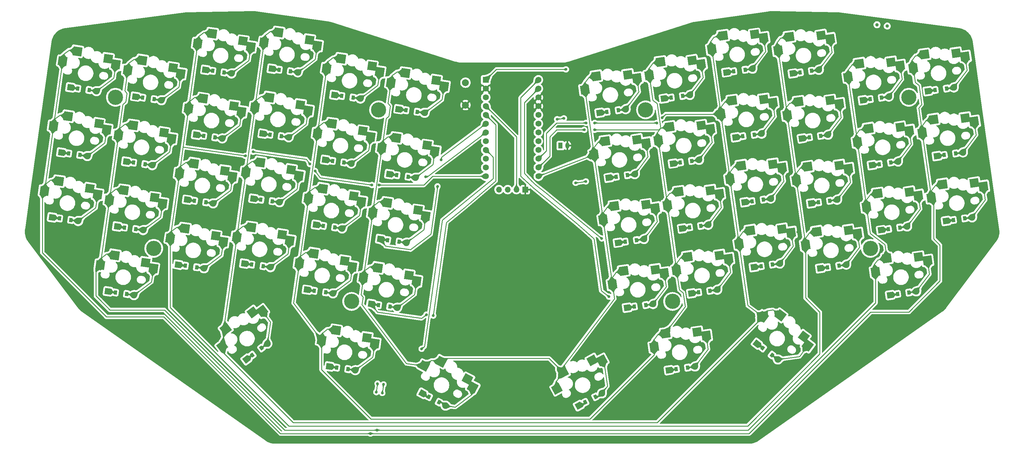
<source format=gbl>
%TF.GenerationSoftware,KiCad,Pcbnew,8.0.1*%
%TF.CreationDate,2024-04-17T00:19:13+02:00*%
%TF.ProjectId,shockboard,73686f63-6b62-46f6-9172-642e6b696361,v1.0.0*%
%TF.SameCoordinates,Original*%
%TF.FileFunction,Copper,L2,Bot*%
%TF.FilePolarity,Positive*%
%FSLAX46Y46*%
G04 Gerber Fmt 4.6, Leading zero omitted, Abs format (unit mm)*
G04 Created by KiCad (PCBNEW 8.0.1) date 2024-04-17 00:19:13*
%MOMM*%
%LPD*%
G01*
G04 APERTURE LIST*
G04 Aperture macros list*
%AMRotRect*
0 Rectangle, with rotation*
0 The origin of the aperture is its center*
0 $1 length*
0 $2 width*
0 $3 Rotation angle, in degrees counterclockwise*
0 Add horizontal line*
21,1,$1,$2,0,0,$3*%
G04 Aperture macros list end*
%TA.AperFunction,WasherPad*%
%ADD10C,1.000000*%
%TD*%
%TA.AperFunction,SMDPad,CuDef*%
%ADD11RotRect,2.550000X2.500000X8.000000*%
%TD*%
%TA.AperFunction,SMDPad,CuDef*%
%ADD12RotRect,2.600000X2.600000X352.000000*%
%TD*%
%TA.AperFunction,ComponentPad*%
%ADD13RotRect,1.778000X1.778000X352.000000*%
%TD*%
%TA.AperFunction,SMDPad,CuDef*%
%ADD14RotRect,0.900000X1.200000X352.000000*%
%TD*%
%TA.AperFunction,ComponentPad*%
%ADD15C,1.905000*%
%TD*%
%TA.AperFunction,SMDPad,CuDef*%
%ADD16RotRect,2.550000X2.500000X352.000000*%
%TD*%
%TA.AperFunction,ComponentPad*%
%ADD17RotRect,1.778000X1.778000X8.000000*%
%TD*%
%TA.AperFunction,SMDPad,CuDef*%
%ADD18RotRect,0.900000X1.200000X8.000000*%
%TD*%
%TA.AperFunction,SMDPad,CuDef*%
%ADD19RotRect,2.600000X2.600000X8.000000*%
%TD*%
%TA.AperFunction,ComponentPad*%
%ADD20RotRect,1.778000X1.778000X323.000000*%
%TD*%
%TA.AperFunction,SMDPad,CuDef*%
%ADD21RotRect,0.900000X1.200000X323.000000*%
%TD*%
%TA.AperFunction,ComponentPad*%
%ADD22R,1.752600X1.752600*%
%TD*%
%TA.AperFunction,ComponentPad*%
%ADD23C,1.752600*%
%TD*%
%TA.AperFunction,ComponentPad*%
%ADD24R,1.700000X1.700000*%
%TD*%
%TA.AperFunction,ComponentPad*%
%ADD25O,1.700000X1.700000*%
%TD*%
%TA.AperFunction,ComponentPad*%
%ADD26C,0.700000*%
%TD*%
%TA.AperFunction,ComponentPad*%
%ADD27C,4.400000*%
%TD*%
%TA.AperFunction,SMDPad,CuDef*%
%ADD28RotRect,2.550000X2.500000X332.000000*%
%TD*%
%TA.AperFunction,ComponentPad*%
%ADD29C,2.000000*%
%TD*%
%TA.AperFunction,SMDPad,CuDef*%
%ADD30RotRect,2.600000X2.600000X332.000000*%
%TD*%
%TA.AperFunction,SMDPad,CuDef*%
%ADD31RotRect,2.550000X2.500000X28.000000*%
%TD*%
%TA.AperFunction,SMDPad,CuDef*%
%ADD32RotRect,2.550000X2.500000X323.000000*%
%TD*%
%TA.AperFunction,SMDPad,CuDef*%
%ADD33RotRect,2.600000X2.600000X37.000000*%
%TD*%
%TA.AperFunction,SMDPad,CuDef*%
%ADD34RotRect,2.550000X2.500000X37.000000*%
%TD*%
%TA.AperFunction,ComponentPad*%
%ADD35R,1.200000X1.700000*%
%TD*%
%TA.AperFunction,ComponentPad*%
%ADD36O,1.200000X1.700000*%
%TD*%
%TA.AperFunction,SMDPad,CuDef*%
%ADD37RotRect,2.600000X2.600000X323.000000*%
%TD*%
%TA.AperFunction,ComponentPad*%
%ADD38RotRect,1.778000X1.778000X28.000000*%
%TD*%
%TA.AperFunction,SMDPad,CuDef*%
%ADD39RotRect,0.900000X1.200000X28.000000*%
%TD*%
%TA.AperFunction,SMDPad,CuDef*%
%ADD40RotRect,2.600000X2.600000X28.000000*%
%TD*%
%TA.AperFunction,ComponentPad*%
%ADD41RotRect,1.778000X1.778000X37.000000*%
%TD*%
%TA.AperFunction,SMDPad,CuDef*%
%ADD42RotRect,0.900000X1.200000X37.000000*%
%TD*%
%TA.AperFunction,ComponentPad*%
%ADD43RotRect,1.778000X1.778000X332.000000*%
%TD*%
%TA.AperFunction,SMDPad,CuDef*%
%ADD44RotRect,0.900000X1.200000X332.000000*%
%TD*%
%TA.AperFunction,ViaPad*%
%ADD45C,0.800000*%
%TD*%
%TA.AperFunction,Conductor*%
%ADD46C,0.250000*%
%TD*%
G04 APERTURE END LIST*
D10*
X317833939Y-73942213D03*
X320808273Y-74333791D03*
D11*
X314763134Y-126744311D03*
X327210829Y-122429935D03*
D12*
X161199941Y-162497903D03*
X172331356Y-166283942D03*
D11*
X333578226Y-124100023D03*
X346025921Y-119785647D03*
D13*
X78921384Y-129753271D03*
D14*
X81060365Y-130053886D03*
X84328249Y-130513158D03*
D15*
X86467230Y-130813773D03*
D12*
X141901777Y-95030527D03*
X153033192Y-98816566D03*
D16*
X98145253Y-105957133D03*
X111299948Y-105240942D03*
D11*
X251846305Y-88629711D03*
X264294000Y-84315335D03*
D13*
X155364728Y-131913148D03*
D14*
X157503709Y-132213763D03*
X160771593Y-132673035D03*
D15*
X162910574Y-132973650D03*
D17*
X313725295Y-95827875D03*
D18*
X315864276Y-95527260D03*
X319132160Y-95067988D03*
D15*
X321271141Y-94767373D03*
D19*
X300429352Y-133898816D03*
X312173129Y-134469956D03*
D16*
X158417790Y-86657628D03*
X171572485Y-85941437D03*
D19*
X318061475Y-122837247D03*
X329805252Y-123408387D03*
X336876567Y-120192959D03*
X348620344Y-120764099D03*
D16*
X115777372Y-117018705D03*
X128932067Y-116302514D03*
D20*
X283032512Y-166340026D03*
D21*
X284757564Y-167639948D03*
X287393062Y-169625934D03*
D15*
X289118114Y-170925856D03*
D17*
X245423574Y-155918432D03*
D18*
X247562555Y-155617817D03*
X250830439Y-155158545D03*
D15*
X252969420Y-154857930D03*
D12*
X120024874Y-114172140D03*
X131156289Y-117958179D03*
D13*
X173971058Y-136042839D03*
D14*
X176110039Y-136343454D03*
X179377923Y-136802726D03*
D15*
X181516904Y-137103341D03*
D13*
X115368599Y-143459125D03*
D14*
X117507580Y-143759740D03*
X120775464Y-144219012D03*
D15*
X122914445Y-144519627D03*
D12*
X122669162Y-95357047D03*
X133800577Y-99143086D03*
X102392755Y-103110568D03*
X113524170Y-106896607D03*
D16*
X169091258Y-147232597D03*
X182245953Y-146516406D03*
D17*
X276860563Y-106562927D03*
D18*
X278999544Y-106262312D03*
X282267428Y-105803040D03*
D15*
X284406409Y-105502425D03*
D19*
X273263874Y-77127019D03*
X285007651Y-77698159D03*
D12*
X139257488Y-113845622D03*
X150388903Y-117631661D03*
D22*
X204528096Y-89920735D03*
D23*
X204528096Y-92460735D03*
X204528096Y-95000735D03*
X204528097Y-97540735D03*
X204528096Y-100080735D03*
X204528093Y-102620735D03*
X204528093Y-105160735D03*
X204528096Y-107700735D03*
X204528097Y-110240735D03*
X204528096Y-112780735D03*
X204528096Y-115320735D03*
X204528096Y-117860735D03*
X219768096Y-89920735D03*
X219768096Y-92460735D03*
X219768096Y-95000735D03*
X219768095Y-97540735D03*
X219768096Y-100080735D03*
X219768099Y-102620735D03*
X219768099Y-105160735D03*
X219768096Y-107700735D03*
X219768095Y-110240735D03*
X219768096Y-112780735D03*
X219768096Y-115320735D03*
X219768096Y-117860735D03*
D24*
X215948096Y-121716737D03*
D25*
X213408098Y-121716735D03*
X210868096Y-121716735D03*
X208328096Y-121716735D03*
D19*
X292496485Y-77453533D03*
X304240262Y-78024673D03*
D13*
X100380767Y-113582467D03*
D14*
X102519748Y-113883082D03*
X105787632Y-114342354D03*
D15*
X107926613Y-114642969D03*
D16*
X140298565Y-79062003D03*
X153453260Y-78345812D03*
D19*
X297785062Y-115083724D03*
X309528839Y-115654864D03*
D16*
X177024125Y-90787318D03*
X190178820Y-90071127D03*
X156952439Y-165344468D03*
X170107134Y-164628277D03*
D26*
X314294847Y-138968449D03*
X314611041Y-137745818D03*
X314935794Y-140056561D03*
X315699153Y-137104871D03*
D27*
X315928789Y-138738813D03*
D26*
X316158425Y-140372755D03*
X316921784Y-137421065D03*
X317246537Y-139731808D03*
X317562731Y-138509177D03*
D13*
X123301463Y-87013845D03*
D14*
X125440444Y-87314460D03*
X128708328Y-87773732D03*
D15*
X130847309Y-88074347D03*
D13*
X134601208Y-143132611D03*
D14*
X136740189Y-143433226D03*
X140008073Y-143892498D03*
D15*
X142147054Y-144193113D03*
D11*
X330933935Y-105284930D03*
X343381630Y-100970554D03*
D19*
X241826889Y-126482524D03*
X253570666Y-127053664D03*
D13*
X159187953Y-172969801D03*
D14*
X161326934Y-173270416D03*
X164594818Y-173729688D03*
D15*
X166733799Y-174030303D03*
D17*
X274216271Y-87747834D03*
D18*
X276355252Y-87447219D03*
X279623136Y-86987947D03*
D15*
X281762117Y-86687332D03*
D28*
X186641549Y-172807747D03*
X199247870Y-176633919D03*
D17*
X282149138Y-144193115D03*
D18*
X284288119Y-143892500D03*
X287556003Y-143433228D03*
D15*
X289694984Y-143132613D03*
D26*
X164051247Y-153885913D03*
X164692194Y-152797801D03*
X164367441Y-155108544D03*
X165914825Y-152481607D03*
D27*
X165685189Y-154115549D03*
D26*
X165455553Y-155749491D03*
X167002937Y-153122554D03*
X166678184Y-155433297D03*
X167319131Y-154345185D03*
D16*
X100789541Y-87142042D03*
X113944236Y-86425851D03*
D29*
X198648098Y-90724043D03*
X198648098Y-97224043D03*
D19*
X295140775Y-96268628D03*
X306884552Y-96839768D03*
D11*
X259779172Y-145074992D03*
X272226867Y-140760616D03*
X272609819Y-99849176D03*
X285057514Y-95534800D03*
X269965533Y-81034083D03*
X282413228Y-76719707D03*
D19*
X275908160Y-95942112D03*
X287651937Y-96513252D03*
X315417185Y-104022152D03*
X327160962Y-104593292D03*
D12*
X173338760Y-144386032D03*
X184470175Y-148172071D03*
D17*
X257562398Y-174030299D03*
D18*
X259701379Y-173729684D03*
X262969263Y-173270412D03*
D15*
X265108244Y-172969797D03*
D19*
X260433223Y-122352835D03*
X272177000Y-122923975D03*
D30*
X191606477Y-171585582D03*
X200771685Y-178950464D03*
D17*
X335184678Y-111998677D03*
D18*
X337323659Y-111698062D03*
X340591543Y-111238790D03*
D15*
X342730524Y-110938175D03*
D17*
X301381752Y-144519630D03*
D18*
X303520733Y-144219015D03*
X306788617Y-143759743D03*
D15*
X308927598Y-143459128D03*
D12*
X162665292Y-83811063D03*
X173796707Y-87597102D03*
D17*
X240134998Y-118288248D03*
D18*
X242273979Y-117987633D03*
X245541863Y-117528361D03*
D15*
X247680844Y-117227746D03*
D12*
X83577659Y-100466280D03*
X94709074Y-104252319D03*
D31*
X225143277Y-179460163D03*
X235364682Y-171148617D03*
D11*
X294486721Y-118990788D03*
X306934416Y-114676412D03*
D19*
X278552451Y-114757207D03*
X290296228Y-115328347D03*
X312772898Y-85207061D03*
X324516675Y-85778201D03*
D17*
X256097043Y-95343461D03*
D18*
X258236024Y-95042846D03*
X261503908Y-94583574D03*
D15*
X263642889Y-94282959D03*
D19*
X257788934Y-103537743D03*
X269532711Y-104108883D03*
X244471180Y-145297621D03*
X256214957Y-145868761D03*
D16*
X153129214Y-124287813D03*
X166283909Y-123571622D03*
D32*
X284774120Y-158586962D03*
X296626691Y-164338091D03*
D33*
X129196016Y-162098418D03*
X139744251Y-156904452D03*
D12*
X160021003Y-102626158D03*
X171152418Y-106412197D03*
D11*
X312118844Y-107929216D03*
X324566539Y-103614840D03*
D16*
X95500965Y-124772229D03*
X108655660Y-124056038D03*
D11*
X254490593Y-107444807D03*
X266938288Y-103130431D03*
X253311654Y-167316551D03*
X265759349Y-163002175D03*
D12*
X144546067Y-76215438D03*
X155677482Y-80001477D03*
D16*
X171735546Y-128417510D03*
X184890241Y-127701319D03*
D12*
X97104174Y-140740758D03*
X108235589Y-144526797D03*
D16*
X121065952Y-79388515D03*
X134220647Y-78672324D03*
D13*
X142534075Y-86687332D03*
D14*
X144673056Y-86987947D03*
X147940940Y-87447219D03*
D15*
X150079921Y-87747834D03*
D26*
X106733459Y-138509177D03*
X107374406Y-137421065D03*
X107049653Y-139731808D03*
X108597037Y-137104871D03*
D27*
X108367401Y-138738813D03*
D26*
X108137765Y-140372755D03*
X109685149Y-137745818D03*
X109360396Y-140056561D03*
X110001343Y-138968449D03*
D13*
X81565671Y-110938177D03*
D14*
X83704652Y-111238792D03*
X86972536Y-111698064D03*
D15*
X89111517Y-111998679D03*
D34*
X128205405Y-167114679D03*
X137000756Y-157306482D03*
D13*
X171326771Y-154857930D03*
D14*
X173465752Y-155158545D03*
X176733636Y-155617817D03*
D15*
X178872617Y-155918432D03*
D16*
X150484923Y-143102907D03*
X163639618Y-142386716D03*
D35*
X226148094Y-108974045D03*
D36*
X228148094Y-108974045D03*
D13*
X118012884Y-124644038D03*
D14*
X120151865Y-124944653D03*
X123419749Y-125403925D03*
D15*
X125558730Y-125704540D03*
D13*
X152720440Y-150728237D03*
D14*
X154859421Y-151028852D03*
X158127305Y-151488124D03*
D15*
X160266286Y-151788739D03*
D13*
X84209958Y-92123084D03*
D14*
X86348939Y-92423699D03*
X89616823Y-92882971D03*
D15*
X91755804Y-93183586D03*
D19*
X239182602Y-107667432D03*
X250926379Y-108238572D03*
X263077513Y-141167928D03*
X274821290Y-141739068D03*
D16*
X135009986Y-116692187D03*
X148164681Y-115975996D03*
D13*
X95092187Y-151212651D03*
D14*
X97231168Y-151513266D03*
X100499052Y-151972538D03*
D15*
X102638033Y-152273153D03*
D17*
X293448883Y-88074345D03*
D18*
X295587864Y-87773730D03*
X298855748Y-87314458D03*
D15*
X300994729Y-87013843D03*
D13*
X176615351Y-117227745D03*
D14*
X178754332Y-117528360D03*
X182022216Y-117987632D03*
D15*
X184161197Y-118288247D03*
D12*
X117380582Y-132987232D03*
X128511997Y-136773271D03*
D13*
X120657172Y-105828938D03*
D14*
X122796153Y-106129553D03*
X126064037Y-106588825D03*
D15*
X128203018Y-106889440D03*
D11*
X235884261Y-111574496D03*
X248331956Y-107260120D03*
D17*
X261385623Y-132973648D03*
D18*
X263524604Y-132673033D03*
X266792488Y-132213761D03*
D15*
X268931469Y-131913146D03*
D12*
X154732425Y-140256342D03*
X165863840Y-144042381D03*
D11*
X297131011Y-137805880D03*
X309578706Y-133491504D03*
D19*
X281196738Y-133572301D03*
X292940515Y-134143441D03*
D17*
X332540389Y-93183588D03*
D18*
X334679370Y-92882973D03*
X337947254Y-92423701D03*
D15*
X340086235Y-92123086D03*
D17*
X237490713Y-99473154D03*
D18*
X239629694Y-99172539D03*
X242897578Y-98713267D03*
D15*
X245036559Y-98412652D03*
D13*
X179259637Y-98412650D03*
D14*
X181398618Y-98713265D03*
X184666502Y-99172537D03*
D15*
X186805483Y-99473152D03*
D12*
X125313454Y-76541950D03*
X136444869Y-80327989D03*
D11*
X241172839Y-149204685D03*
X253620534Y-144890309D03*
D26*
X256977063Y-154345186D03*
X257293257Y-153122555D03*
X257618010Y-155433298D03*
X258381369Y-152481608D03*
D27*
X258611005Y-154115550D03*
D26*
X258840641Y-155749492D03*
X259604000Y-152797802D03*
X259928753Y-155108545D03*
X260244947Y-153885914D03*
D11*
X328289646Y-86469837D03*
X340737341Y-82155461D03*
D12*
X80933370Y-119281376D03*
X92064785Y-123067415D03*
D11*
X317407421Y-145559403D03*
X329855116Y-141245027D03*
D13*
X137245500Y-124317516D03*
D14*
X139384481Y-124618131D03*
X142652365Y-125077403D03*
D15*
X144791346Y-125378018D03*
D17*
X258741333Y-114158554D03*
D18*
X260880314Y-113857939D03*
X264148198Y-113398667D03*
D15*
X266287179Y-113098052D03*
D16*
X113133080Y-135833797D03*
X126287775Y-135117606D03*
D13*
X97736474Y-132397558D03*
D14*
X99875455Y-132698173D03*
X103143339Y-133157445D03*
D15*
X105282320Y-133458060D03*
D16*
X118421660Y-98203612D03*
X131576355Y-97487421D03*
D12*
X175983048Y-125570945D03*
X187114463Y-129356984D03*
D13*
X160653306Y-94282962D03*
D14*
X162792287Y-94583577D03*
X166060171Y-95042849D03*
D15*
X168199152Y-95343464D03*
D11*
X289198144Y-81360597D03*
X301645839Y-77046221D03*
D17*
X319013872Y-133458060D03*
D18*
X321152853Y-133157445D03*
X324420737Y-132698173D03*
D15*
X326559718Y-132397558D03*
D26*
X95617316Y-94736110D03*
X96258263Y-93647998D03*
X95933510Y-95958741D03*
X97480894Y-93331804D03*
D27*
X97251258Y-94965746D03*
D26*
X97021622Y-96599688D03*
X98569006Y-93972751D03*
X98244253Y-96283494D03*
X98885200Y-95195382D03*
D16*
X81974451Y-84497749D03*
X95129146Y-83781558D03*
X132365698Y-135507280D03*
X145520393Y-134791089D03*
D19*
X256609995Y-163409487D03*
X268353772Y-163980627D03*
D11*
X238528548Y-130389588D03*
X250976243Y-126075212D03*
D19*
X236538312Y-88852340D03*
X248282089Y-89423480D03*
D17*
X296093173Y-106889440D03*
D18*
X298232154Y-106588825D03*
X301500038Y-106129553D03*
D15*
X303639019Y-105828938D03*
D16*
X92856672Y-143587323D03*
X106011367Y-142871132D03*
D37*
X289869108Y-158156532D03*
X297769356Y-166864492D03*
D26*
X171851903Y-98381391D03*
X172492850Y-97293279D03*
X172168097Y-99604022D03*
X173715481Y-96977085D03*
D27*
X173485845Y-98611027D03*
D26*
X173256209Y-100244969D03*
X174803593Y-97618032D03*
X174478840Y-99928775D03*
X175119787Y-98840663D03*
D17*
X337828968Y-130813771D03*
D18*
X339967949Y-130513156D03*
X343235833Y-130053884D03*
D15*
X345374814Y-129753269D03*
D16*
X174379834Y-109602414D03*
X187534529Y-108886223D03*
D19*
X255144646Y-84722647D03*
X266888423Y-85293787D03*
D26*
X325410993Y-95195384D03*
X325727187Y-93972753D03*
X326051940Y-96283496D03*
X326815299Y-93331806D03*
D27*
X327044935Y-94965748D03*
D26*
X327274571Y-96599690D03*
X328037930Y-93648000D03*
X328362683Y-95958743D03*
X328678877Y-94736112D03*
D17*
X279504847Y-125378019D03*
D18*
X281643828Y-125077404D03*
X284911712Y-124618132D03*
D15*
X287050693Y-124317517D03*
D17*
X316369584Y-114642967D03*
D18*
X318508565Y-114342352D03*
X321776449Y-113883080D03*
D15*
X323915430Y-113582465D03*
D13*
X158009015Y-113098052D03*
D14*
X160147996Y-113398667D03*
X163415880Y-113857939D03*
D15*
X165554861Y-114158554D03*
D17*
X242779285Y-137103339D03*
D18*
X244918266Y-136802724D03*
X248186150Y-136343452D03*
D15*
X250325131Y-136042837D03*
D12*
X99748467Y-121925664D03*
X110879882Y-125711703D03*
D17*
X298737464Y-125704537D03*
D18*
X300876445Y-125403922D03*
X304144329Y-124944650D03*
D15*
X306283310Y-124644035D03*
D12*
X178627336Y-106755849D03*
X189758751Y-110541888D03*
D11*
X277898397Y-137479365D03*
X290346092Y-133164989D03*
D19*
X320705762Y-141652339D03*
X332449539Y-142223479D03*
X331587987Y-82562773D03*
X343331764Y-83133913D03*
D17*
X321658159Y-152273154D03*
D18*
X323797140Y-151972539D03*
X327065024Y-151513267D03*
D15*
X329204005Y-151212652D03*
D16*
X137654275Y-97877092D03*
X150808970Y-97160901D03*
D38*
X231433908Y-184315181D03*
D39*
X233341072Y-183301122D03*
X236254804Y-181751866D03*
D15*
X238161968Y-180737807D03*
D16*
X155773501Y-105472723D03*
X168928196Y-104756532D03*
D11*
X233239971Y-92759404D03*
X245687666Y-88445028D03*
X257134882Y-126259899D03*
X269582577Y-121945523D03*
D26*
X249176410Y-98840664D03*
X249492604Y-97618033D03*
X249817357Y-99928776D03*
X250580716Y-96977086D03*
D27*
X250810352Y-98611028D03*
D26*
X251039988Y-100244970D03*
X251803347Y-97293280D03*
X252128100Y-99604023D03*
X252444294Y-98381392D03*
D11*
X291842434Y-100175692D03*
X304290129Y-95861316D03*
D12*
X157376716Y-121441248D03*
X168508131Y-125227287D03*
D16*
X76685868Y-122127941D03*
X89840563Y-121411750D03*
D12*
X105037043Y-84295477D03*
X116168458Y-88081516D03*
X136613200Y-132660715D03*
X147744615Y-136446754D03*
D11*
X309474557Y-89114125D03*
X321922252Y-84799749D03*
D40*
X226906409Y-174660625D03*
X238137291Y-171180713D03*
D12*
X181271627Y-87940753D03*
X192403042Y-91726792D03*
X86221953Y-81651184D03*
X97353368Y-85437223D03*
D16*
X79330157Y-103312845D03*
X92484852Y-102596654D03*
D13*
X139889787Y-105502423D03*
D14*
X142028768Y-105803038D03*
X145296652Y-106262310D03*
D15*
X147435633Y-106562925D03*
D11*
X275254110Y-118664271D03*
X287701805Y-114349895D03*
D17*
X264029909Y-151788742D03*
D18*
X266168890Y-151488127D03*
X269436774Y-151028855D03*
D15*
X271575755Y-150728240D03*
D19*
X334232276Y-101377866D03*
X345976053Y-101949006D03*
D41*
X135178079Y-170925856D03*
D42*
X136903131Y-169625934D03*
X139538629Y-167639948D03*
D15*
X141263681Y-166340026D03*
D43*
X186134226Y-180737809D03*
D44*
X188041390Y-181751868D03*
X190955122Y-183301124D03*
D15*
X192862286Y-184315183D03*
D13*
X103025051Y-94767372D03*
D14*
X105164032Y-95067987D03*
X108431916Y-95527259D03*
D15*
X110570897Y-95827874D03*
D45*
X238900000Y-142400000D03*
X169700000Y-122000000D03*
X184100000Y-115200000D03*
X178500000Y-152900000D03*
X236400000Y-106500000D03*
X251600000Y-105500000D03*
X313000000Y-100300000D03*
X326900000Y-89900000D03*
X326600000Y-100600000D03*
X212100000Y-118300000D03*
X209600000Y-118200000D03*
X209600000Y-114600000D03*
X212100000Y-114600000D03*
X212100000Y-116600000D03*
X212100000Y-112600000D03*
X209600000Y-112700000D03*
X209600000Y-116600000D03*
X173168575Y-177914149D03*
X172820640Y-180389819D03*
X171134254Y-192389078D03*
X174901545Y-178157702D03*
X173041996Y-191389077D03*
X174553609Y-180633372D03*
X171563374Y-120389078D03*
X134943996Y-111952381D03*
X137165658Y-110749873D03*
X173595365Y-120393574D03*
X153578679Y-114318858D03*
X155068099Y-116295380D03*
X233563374Y-102389078D03*
X254063375Y-102389078D03*
X255563374Y-100889078D03*
X236063374Y-102389076D03*
X236063373Y-104389077D03*
X233063373Y-104389078D03*
X190539767Y-120775684D03*
X191618358Y-113101106D03*
X187139401Y-118025682D03*
X189316642Y-158219861D03*
X187336106Y-157941516D03*
X185944374Y-167844195D03*
X238102562Y-135868390D03*
X233508516Y-119346972D03*
X230537712Y-119764490D03*
X227150722Y-101053778D03*
X225170186Y-101332125D03*
X240220938Y-152737740D03*
X227741920Y-86883091D03*
X189606167Y-163958658D03*
X339600000Y-133500000D03*
X329500000Y-110400000D03*
X115458975Y-77397752D03*
X145003236Y-123647004D03*
X345330643Y-142924601D03*
X159820092Y-158973817D03*
X259316844Y-187731011D03*
X104700000Y-92800000D03*
X195953601Y-148680416D03*
X254910633Y-148345777D03*
X270527415Y-148134959D03*
X140500000Y-177900000D03*
X175670146Y-133036098D03*
X100220477Y-162583371D03*
X264736081Y-78826263D03*
X190253001Y-107765068D03*
X225588439Y-117822409D03*
X88800000Y-143900000D03*
X195100000Y-178200000D03*
X319767636Y-114103042D03*
X130647790Y-133085990D03*
X249300000Y-133300000D03*
X244800000Y-122700000D03*
X149849586Y-107254492D03*
X274660445Y-93220309D03*
X170428109Y-183589296D03*
X171071088Y-113612739D03*
X105551588Y-73394429D03*
X289900471Y-123208284D03*
X135041466Y-148246859D03*
X305192519Y-108308437D03*
X279609755Y-158142364D03*
X280224305Y-188681601D03*
X197800000Y-114000000D03*
X199775373Y-157982691D03*
X295291367Y-112594074D03*
X314200000Y-149300000D03*
X294884305Y-133979377D03*
X330436018Y-137438056D03*
X160000000Y-98400000D03*
X215417470Y-128721692D03*
X250037909Y-92714019D03*
X145732772Y-98017947D03*
X265554351Y-118729377D03*
X289640491Y-148324468D03*
X210380953Y-148151438D03*
X100499149Y-137802781D03*
X194899849Y-133000172D03*
X134100000Y-105500000D03*
X246101121Y-168370761D03*
X324550170Y-78598554D03*
X105472013Y-128992157D03*
X134642192Y-167595942D03*
X120134632Y-123438838D03*
X109644979Y-167574813D03*
X266200000Y-98400000D03*
X180212439Y-102490297D03*
X200201308Y-103189895D03*
X219261171Y-183111780D03*
X144982645Y-152765341D03*
X120921746Y-173827234D03*
X151136796Y-182977316D03*
X269172861Y-183410811D03*
X335219868Y-152961633D03*
X261200000Y-137900000D03*
X282000000Y-141500000D03*
X89551681Y-117337871D03*
X290870154Y-104112935D03*
X224712701Y-162865790D03*
X305113513Y-162957219D03*
X270800000Y-168882723D03*
X205652288Y-137710660D03*
X195884074Y-88288463D03*
X206036487Y-182758013D03*
X280306048Y-173484917D03*
X229000000Y-133500000D03*
X80400000Y-78500000D03*
X244714153Y-153993507D03*
X345384074Y-88164433D03*
X295041007Y-157468544D03*
X175225469Y-167587627D03*
X294186651Y-92378499D03*
X215948308Y-173352184D03*
X180517873Y-142998904D03*
X264510237Y-157470236D03*
X141039824Y-72346339D03*
X180020980Y-177833264D03*
X130292744Y-183669492D03*
X126600000Y-112500000D03*
X304673457Y-177888386D03*
X245740221Y-82408832D03*
X307600000Y-141100000D03*
X325700000Y-129700000D03*
X149953896Y-133740638D03*
X339865767Y-114163133D03*
X252300000Y-116300000D03*
X150200000Y-81800000D03*
X229443453Y-87638233D03*
X154800000Y-74200000D03*
X211100000Y-89400000D03*
X220774651Y-137993102D03*
X134727052Y-89140217D03*
X305838017Y-88492887D03*
X310430943Y-123303836D03*
X215082455Y-159115834D03*
X125429480Y-92901951D03*
X224298954Y-148053341D03*
X85400000Y-97600000D03*
X125175454Y-73251665D03*
X229374540Y-107920656D03*
X159726176Y-138259436D03*
X94700006Y-77369072D03*
X75300000Y-114300000D03*
X235010317Y-157533385D03*
X205511559Y-123175332D03*
X181500000Y-122900000D03*
X334800000Y-98100000D03*
X114697506Y-97808085D03*
X291068108Y-167407011D03*
X149725094Y-162991671D03*
X294315148Y-182262797D03*
X349500000Y-116900000D03*
X174985015Y-82283133D03*
X80595697Y-137309335D03*
X205263634Y-169086491D03*
X234300000Y-143300000D03*
X274504195Y-127291316D03*
X250215588Y-178062115D03*
X119781439Y-157714672D03*
X310780538Y-72850082D03*
X164688523Y-77814738D03*
X320576498Y-158976106D03*
X339316000Y-79038414D03*
X315495740Y-168245528D03*
X109832781Y-153455247D03*
D46*
X173041996Y-191389077D02*
X146263375Y-191389078D01*
X146263375Y-191389078D02*
X111463375Y-156589078D01*
X92842848Y-153742848D02*
X91600000Y-152500000D01*
X111463375Y-156589078D02*
X95663374Y-156589077D01*
X91600000Y-144843995D02*
X92856672Y-143587323D01*
X95663374Y-156589077D02*
X92842848Y-153768552D01*
X92842848Y-153768552D02*
X92842848Y-153742848D01*
X91600000Y-152500000D02*
X91600000Y-144843995D01*
X76063373Y-122750435D02*
X76685869Y-122127941D01*
X81974448Y-84497755D02*
X82260943Y-82459206D01*
X329924440Y-98101983D02*
X330768665Y-96981657D01*
X327973770Y-84222244D02*
X328944289Y-82934318D01*
X334242814Y-124764608D02*
X334242811Y-135968515D01*
X327063376Y-157189077D02*
X315978703Y-157189078D01*
X78498718Y-118939206D02*
X80933373Y-119281375D01*
X333578227Y-124100021D02*
X334242814Y-124764608D01*
X172820640Y-180389819D02*
X173168575Y-177914149D01*
X333331936Y-122347564D02*
X334728000Y-120494920D01*
X333578228Y-124100023D02*
X333331936Y-122347564D01*
X328289648Y-86469834D02*
X327973770Y-84222244D01*
X280778703Y-192389076D02*
X171134254Y-192389078D01*
X79330161Y-103312846D02*
X81974448Y-84497755D01*
X330933938Y-105284928D02*
X330687647Y-103532468D01*
X330687647Y-103532468D02*
X332083713Y-101679828D01*
X330768665Y-96981657D02*
X330000965Y-91519199D01*
X81143007Y-100124112D02*
X83577660Y-100466280D01*
X94663374Y-158589076D02*
X76063376Y-139989078D01*
X82260943Y-82459206D02*
X83787295Y-81309019D01*
X334242811Y-135968515D02*
X336063376Y-137789077D01*
X76063376Y-139989078D02*
X76063373Y-122750435D01*
X328944289Y-82934318D02*
X331587987Y-82562771D01*
X76685869Y-122127940D02*
X76972372Y-120089392D01*
X330933938Y-105284928D02*
X329924440Y-98101983D01*
X336063376Y-137789077D02*
X336063374Y-148189078D01*
X76972372Y-120089392D02*
X78498718Y-118939206D01*
X171134254Y-192389078D02*
X145056806Y-192389076D01*
X83787295Y-81309019D02*
X86221951Y-81651187D01*
X330000965Y-91519199D02*
X328880638Y-90674975D01*
X79330161Y-103312846D02*
X79616658Y-101274299D01*
X333578228Y-124100023D02*
X330933938Y-105284928D01*
X145056806Y-192389076D02*
X111256807Y-158589078D01*
X79616658Y-101274299D02*
X81143007Y-100124112D01*
X334728000Y-120494920D02*
X336876566Y-120192958D01*
X336063374Y-148189078D02*
X327063376Y-157189077D01*
X315978703Y-157189078D02*
X280778703Y-192389076D01*
X76685869Y-122127940D02*
X79330161Y-103312846D01*
X111256807Y-158589078D02*
X94663374Y-158589076D01*
X332083713Y-101679828D02*
X334232277Y-101377862D01*
X328880638Y-90674975D02*
X328289648Y-86469834D01*
X86467225Y-130813771D02*
X84328249Y-130513162D01*
X92064786Y-123067412D02*
X91510185Y-127013633D01*
X84328249Y-130513162D02*
X84328244Y-130513155D01*
X91510185Y-127013633D02*
X86467225Y-130813771D01*
X94154474Y-108198537D02*
X89111519Y-111998681D01*
X94709075Y-104252321D02*
X94154474Y-108198537D01*
X89111519Y-111998681D02*
X86972539Y-111698064D01*
X86972539Y-111698064D02*
X86972534Y-111698067D01*
X96798764Y-89383446D02*
X91755806Y-93183585D01*
X91755806Y-93183585D02*
X89616828Y-92882972D01*
X89616828Y-92882972D02*
X89616821Y-92882967D01*
X97353367Y-85437227D02*
X96798764Y-89383446D01*
X317407420Y-154510359D02*
X317407422Y-145559403D01*
X98145252Y-105957134D02*
X98431750Y-103918587D01*
X93143173Y-141548778D02*
X94669521Y-140398589D01*
X92856675Y-143587323D02*
X92856674Y-144995779D01*
X280528703Y-191389078D02*
X317407420Y-154510359D01*
X99958674Y-93053965D02*
X100789539Y-87142040D01*
X314763133Y-126744310D02*
X314516844Y-124991849D01*
X92856671Y-143587322D02*
X95500961Y-124772225D01*
X314763133Y-126744310D02*
X312118843Y-107929219D01*
X98145252Y-105957134D02*
X99405961Y-96986712D01*
X98431750Y-103918587D02*
X99958099Y-102768400D01*
X315841233Y-134415385D02*
X314763133Y-126744310D01*
X320705764Y-141652343D02*
X320144404Y-137658059D01*
X312118843Y-107929219D02*
X311802965Y-105681623D01*
X309474556Y-89114127D02*
X309228263Y-87361662D01*
X311802965Y-105681623D02*
X312773483Y-104393702D01*
X317091540Y-143311810D02*
X318062062Y-142023889D01*
X97313811Y-121583493D02*
X99748464Y-121925663D01*
X92856674Y-144995779D02*
X92846850Y-145005602D01*
X101076039Y-85103495D02*
X102602388Y-83953309D01*
X100584820Y-93884897D02*
X99958674Y-93053965D01*
X100236891Y-96360566D02*
X100584820Y-93884897D01*
X315912908Y-123139207D02*
X318061473Y-122837248D01*
X95500961Y-124772225D02*
X98145252Y-105957134D01*
X318062062Y-142023889D02*
X320705764Y-141652343D01*
X314516844Y-124991849D02*
X315912908Y-123139207D01*
X95500961Y-124772225D02*
X95787461Y-122733681D01*
X320144404Y-137658059D02*
X315841233Y-134415385D01*
X95787461Y-122733681D02*
X97313811Y-121583493D01*
X100789539Y-87142040D02*
X101076039Y-85103495D01*
X102602388Y-83953309D02*
X105037044Y-84295472D01*
X173041996Y-191389077D02*
X280528703Y-191389078D01*
X317407422Y-145559405D02*
X317091540Y-143311810D01*
X94669521Y-140398589D02*
X97104175Y-140740756D01*
X99958099Y-102768400D02*
X102392751Y-103110568D01*
X92856671Y-143587322D02*
X93143173Y-141548778D01*
X310624329Y-85509021D02*
X312772899Y-85207062D01*
X312773483Y-104393702D02*
X315417186Y-104022153D01*
X312118843Y-107929219D02*
X309474556Y-89114127D01*
X309228263Y-87361662D02*
X310624329Y-85509021D01*
X174901545Y-178157702D02*
X174553609Y-180633372D01*
X99405961Y-96986712D02*
X100236891Y-96360566D01*
X107680985Y-148473014D02*
X102638030Y-152273155D01*
X100499054Y-151972541D02*
X100499053Y-151972539D01*
X108235590Y-144526795D02*
X107680985Y-148473014D01*
X102638030Y-152273155D02*
X100499054Y-151972541D01*
X110325271Y-129657924D02*
X105282320Y-133458064D01*
X105282320Y-133458064D02*
X103143343Y-133157448D01*
X103143343Y-133157448D02*
X103143339Y-133157444D01*
X110879879Y-125711706D02*
X110325271Y-129657924D01*
X113524170Y-106896609D02*
X112969563Y-110842828D01*
X107926609Y-114642968D02*
X105787632Y-114342355D01*
X112969563Y-110842828D02*
X107926609Y-114642968D01*
X110570897Y-95827873D02*
X108431921Y-95527262D01*
X108431921Y-95527262D02*
X108431917Y-95527260D01*
X115613851Y-92027736D02*
X110570897Y-95827873D01*
X116168459Y-88081516D02*
X115613851Y-92027736D01*
X115777375Y-117018702D02*
X116846850Y-109408993D01*
X288882263Y-79113006D02*
X289852783Y-77825084D01*
X116063873Y-114980157D02*
X117590221Y-113829970D01*
X291526552Y-97928099D02*
X292497072Y-96640178D01*
X171563374Y-120389078D02*
X156564460Y-118281118D01*
X113133082Y-135833796D02*
X113419582Y-133795248D01*
X295636497Y-115385681D02*
X297785063Y-115083722D01*
X186563374Y-120389078D02*
X173599862Y-120389078D01*
X294240430Y-117238327D02*
X295636497Y-115385681D01*
X280396040Y-190189077D02*
X301263374Y-169321742D01*
X153578679Y-114318858D02*
X152514813Y-112907056D01*
X115777375Y-117018702D02*
X116063873Y-114980157D01*
X113123258Y-155848958D02*
X147463375Y-190189077D01*
X121065952Y-79388514D02*
X121352454Y-77349969D01*
X291842434Y-100175690D02*
X291526552Y-97928099D01*
X301263374Y-169321742D02*
X301263374Y-157189077D01*
X147463375Y-190189077D02*
X280396040Y-190189077D01*
X156564460Y-118281118D02*
X155068099Y-116295380D01*
X291842434Y-100175690D02*
X289198147Y-81360598D01*
X122878802Y-76199781D02*
X125313453Y-76541949D01*
X204528097Y-117860734D02*
X189091717Y-117860734D01*
X297131011Y-153056715D02*
X297131011Y-137805881D01*
X189091717Y-117860734D02*
X186563374Y-120389078D01*
X134943996Y-111952381D02*
X116846850Y-109408993D01*
X289198147Y-81360598D02*
X288882263Y-79113006D01*
X117590221Y-113829970D02*
X120024871Y-114172139D01*
X118421666Y-98203610D02*
X118708162Y-96165063D01*
X113123257Y-135843622D02*
X113123258Y-155848958D01*
X173599862Y-120389078D02*
X173595365Y-120393574D01*
X113133082Y-135833796D02*
X115777375Y-117018702D01*
X294486722Y-118990784D02*
X294240430Y-117238327D01*
X297131010Y-137805878D02*
X296884719Y-136053417D01*
X294486722Y-118990784D02*
X291842434Y-100175690D01*
X118708162Y-96165063D02*
X120234511Y-95014878D01*
X116846850Y-109408993D02*
X118421666Y-98203610D01*
X118421666Y-98203610D02*
X121065952Y-79388514D01*
X152514813Y-112907056D02*
X137165658Y-110749873D01*
X298280785Y-134200779D02*
X300429355Y-133898813D01*
X301263374Y-157189077D02*
X297131011Y-153056715D01*
X297131010Y-137805878D02*
X294486722Y-118990784D01*
X113133080Y-135833797D02*
X113123257Y-135843622D01*
X296884719Y-136053417D02*
X298280785Y-134200779D01*
X121352454Y-77349969D02*
X122878802Y-76199781D01*
X120234511Y-95014878D02*
X122669162Y-95357044D01*
X113419582Y-133795248D02*
X114945932Y-132645059D01*
X292497072Y-96640178D02*
X295140777Y-96268627D01*
X114945932Y-132645059D02*
X117380587Y-132987230D01*
X289852783Y-77825084D02*
X292496486Y-77453537D01*
X128512000Y-136773268D02*
X127957396Y-140719490D01*
X122914446Y-144519626D02*
X120775465Y-144219017D01*
X127957396Y-140719490D02*
X122914446Y-144519626D01*
X125558731Y-125704535D02*
X123419756Y-125403925D01*
X131156290Y-117958177D02*
X130601685Y-121904398D01*
X123419756Y-125403925D02*
X123419753Y-125403921D01*
X130601685Y-121904398D02*
X125558731Y-125704535D01*
X128203020Y-106889440D02*
X126064041Y-106588827D01*
X133800579Y-99143087D02*
X133245971Y-103089302D01*
X133245971Y-103089302D02*
X128203020Y-106889440D01*
X136444869Y-80327991D02*
X135890265Y-84274210D01*
X128708332Y-87773736D02*
X128708330Y-87773735D01*
X135890265Y-84274210D02*
X130847306Y-88074349D01*
X130847306Y-88074349D02*
X128708332Y-87773736D01*
X137654273Y-97877096D02*
X140298564Y-79061998D01*
X132365699Y-135507279D02*
X132652198Y-133468734D01*
X273759596Y-96244070D02*
X275908159Y-95942114D01*
X135009983Y-116692186D02*
X135296482Y-114653643D01*
X225063376Y-102389077D02*
X233563374Y-102389078D01*
X256603275Y-99849177D02*
X272609820Y-99849178D01*
X277898396Y-137479363D02*
X275254108Y-118664268D01*
X287719165Y-156536429D02*
X289869113Y-158156530D01*
X269649652Y-78786490D02*
X270620172Y-77498567D01*
X140298564Y-79061998D02*
X140585064Y-77023451D01*
X277652108Y-135726905D02*
X279048176Y-133874260D01*
X272363526Y-98096720D02*
X273759596Y-96244070D01*
X128205408Y-168679849D02*
X148714635Y-189189078D01*
X142111411Y-75873267D02*
X144546065Y-76215438D01*
X129196020Y-162098417D02*
X128717755Y-161463741D01*
X137654273Y-97877096D02*
X137940776Y-95838546D01*
X219768096Y-112780734D02*
X222063375Y-110485455D01*
X272609821Y-99849176D02*
X272363526Y-98096720D01*
X135296482Y-114653643D02*
X136822836Y-113503454D01*
X134178545Y-132318546D02*
X136613197Y-132660714D01*
X128861816Y-162444106D02*
X128205404Y-167114682D01*
X279048176Y-133874260D02*
X281196738Y-133572299D01*
X255563374Y-100889078D02*
X256603275Y-99849177D01*
X128717755Y-161463741D02*
X132365699Y-135507279D01*
X132652198Y-133468734D02*
X134178545Y-132318546D01*
X275254108Y-118664268D02*
X275007819Y-116911811D01*
X280401829Y-155292204D02*
X277898396Y-137479363D01*
X129181264Y-162203379D02*
X128861816Y-162444106D01*
X222063375Y-110485455D02*
X222063373Y-105389077D01*
X276403884Y-115059165D02*
X278552452Y-114757203D01*
X272609821Y-99849176D02*
X269965531Y-81034085D01*
X132365699Y-135507279D02*
X135009983Y-116692186D01*
X284774127Y-158586966D02*
X280401829Y-155292204D01*
X277898396Y-137479363D02*
X277652108Y-135726905D01*
X254172005Y-189189079D02*
X284774120Y-158586962D01*
X148714635Y-189189078D02*
X254172005Y-189189079D01*
X284774127Y-158586966D02*
X286153500Y-156756473D01*
X128205405Y-167114679D02*
X128205408Y-168679849D01*
X269965530Y-81034085D02*
X269649652Y-78786490D01*
X222063373Y-105389077D02*
X225063376Y-102389077D01*
X137940776Y-95838546D02*
X139467123Y-94688360D01*
X269965531Y-81034085D02*
X269965530Y-81034085D01*
X139467123Y-94688360D02*
X141901775Y-95030527D01*
X270620172Y-77498567D02*
X273263873Y-77127017D01*
X129196020Y-162098417D02*
X129181264Y-162203379D01*
X286153500Y-156756473D02*
X287719165Y-156536429D01*
X140585064Y-77023451D02*
X142111411Y-75873267D01*
X236063374Y-102389076D02*
X254063375Y-102389078D01*
X275254108Y-118664268D02*
X272609821Y-99849176D01*
X275007819Y-116911811D02*
X276403884Y-115059165D01*
X136822836Y-113503454D02*
X139257488Y-113845623D01*
X135009983Y-116692186D02*
X137654273Y-97877096D01*
X142147055Y-144193114D02*
X140008076Y-143892501D01*
X147744613Y-136446754D02*
X147190009Y-140392972D01*
X140008076Y-143892501D02*
X140008075Y-143892498D01*
X147190009Y-140392972D02*
X142147055Y-144193114D01*
X144791344Y-125378022D02*
X142652364Y-125077407D01*
X142652364Y-125077407D02*
X142652363Y-125077405D01*
X150388903Y-117631661D02*
X149834299Y-121577882D01*
X149834299Y-121577882D02*
X144791344Y-125378022D01*
X153033188Y-98816567D02*
X152478586Y-102762786D01*
X152478586Y-102762786D02*
X147435633Y-106562928D01*
X147435633Y-106562928D02*
X145296655Y-106262314D01*
X145296655Y-106262314D02*
X145296654Y-106262313D01*
X155122877Y-83947697D02*
X150079921Y-87747835D01*
X155677482Y-80001475D02*
X155122877Y-83947697D01*
X150079921Y-87747835D02*
X147940942Y-87447219D01*
X147940942Y-87447219D02*
X147940941Y-87447219D01*
X236063373Y-104389077D02*
X254665447Y-104389078D01*
X171263375Y-188189078D02*
X234663374Y-188189077D01*
X219768096Y-115320735D02*
X223063375Y-112025456D01*
X157586350Y-102283990D02*
X160021007Y-102626160D01*
X254142743Y-96776172D02*
X252854817Y-95805655D01*
X260578921Y-150765530D02*
X259779170Y-145074992D01*
X252854817Y-95805655D02*
X251846306Y-88629710D01*
X234663374Y-188189077D02*
X253311653Y-169540801D01*
X251600014Y-86877254D02*
X252996081Y-85024610D01*
X152297774Y-139914178D02*
X154732427Y-140256344D01*
X158704288Y-84619083D02*
X160230642Y-83468896D01*
X254337647Y-163728845D02*
X256609997Y-163409486D01*
X154942060Y-121099085D02*
X157376716Y-121441253D01*
X256819002Y-124012307D02*
X257789523Y-122724381D01*
X153129211Y-124287816D02*
X155773504Y-105472721D01*
X253311653Y-169540801D02*
X253311655Y-167316548D01*
X155773504Y-105472721D02*
X158417795Y-86657630D01*
X225063375Y-104389079D02*
X233063373Y-104389078D01*
X255145234Y-103909289D02*
X257788936Y-103537741D01*
X150484926Y-143102907D02*
X150771419Y-141064362D01*
X256568989Y-163117673D02*
X262255939Y-155570827D01*
X223063375Y-112025456D02*
X223063376Y-106389078D01*
X259532876Y-143322535D02*
X260928944Y-141469890D01*
X156942616Y-173868318D02*
X171263375Y-188189078D01*
X156942613Y-165354292D02*
X156942616Y-173868318D01*
X262255939Y-155570827D02*
X261699245Y-151609757D01*
X252996081Y-85024610D02*
X255144647Y-84722649D01*
X223063376Y-106389078D02*
X225063375Y-104389079D01*
X156952439Y-165344468D02*
X157256335Y-163182137D01*
X156952440Y-165344469D02*
X156942613Y-165354292D01*
X253047967Y-165440306D02*
X254337647Y-163728845D01*
X150771419Y-141064362D02*
X152297774Y-139914178D01*
X261699245Y-151609757D02*
X260578921Y-150765530D01*
X156060002Y-103434175D02*
X157586350Y-102283990D01*
X153129211Y-124287816D02*
X153415715Y-122249268D01*
X260928944Y-141469890D02*
X263077512Y-141167927D01*
X259779170Y-145074992D02*
X257134880Y-126259900D01*
X253311657Y-167316548D02*
X253047967Y-165440306D01*
X150484926Y-143102907D02*
X153129211Y-124287816D01*
X254174715Y-105197212D02*
X255145234Y-103909289D01*
X257789523Y-122724381D02*
X260433223Y-122352836D01*
X254490591Y-107444804D02*
X254174715Y-105197212D01*
X156952439Y-165344468D02*
X148867037Y-154614777D01*
X254665447Y-104389078D02*
X255145234Y-103909289D01*
X158417795Y-86657630D02*
X158704288Y-84619083D01*
X153415715Y-122249268D02*
X154942060Y-121099085D01*
X255145234Y-103909289D02*
X254142743Y-96776172D01*
X148867037Y-154614777D02*
X150484926Y-143102907D01*
X251846306Y-88629710D02*
X251600014Y-86877254D01*
X257134880Y-126259900D02*
X256819002Y-124012307D01*
X256609997Y-163409486D02*
X256568989Y-163117673D01*
X160230642Y-83468896D02*
X162665296Y-83811063D01*
X155773504Y-105472721D02*
X156060002Y-103434175D01*
X259779170Y-145074992D02*
X259532876Y-143322535D01*
X157256335Y-163182137D02*
X158641502Y-162138339D01*
X257134880Y-126259900D02*
X254490591Y-107444804D01*
X158641502Y-162138339D02*
X161199940Y-162497902D01*
X165863839Y-144042383D02*
X165309236Y-147988604D01*
X165309236Y-147988604D02*
X160266280Y-151788742D01*
X160266280Y-151788742D02*
X158127305Y-151488128D01*
X160771594Y-132673038D02*
X160771595Y-132673033D01*
X168508133Y-125227291D02*
X167953524Y-129173516D01*
X162910570Y-132973652D02*
X160771594Y-132673038D01*
X167953524Y-129173516D02*
X162910570Y-132973652D01*
X171152423Y-106412200D02*
X170597815Y-110358419D01*
X170597815Y-110358419D02*
X165554859Y-114158555D01*
X165554859Y-114158555D02*
X163415881Y-113857941D01*
X163415881Y-113857941D02*
X163415882Y-113857939D01*
X168199150Y-95343463D02*
X166060171Y-95042850D01*
X173796711Y-87597104D02*
X173242103Y-91543327D01*
X166060171Y-95042850D02*
X166060173Y-95042847D01*
X173242103Y-91543327D02*
X168199150Y-95343463D01*
X174379838Y-109602414D02*
X174504077Y-109508794D01*
X171776505Y-128126096D02*
X174379838Y-109602414D01*
X169377758Y-145194055D02*
X170904109Y-144043867D01*
X172022048Y-126378963D02*
X173548392Y-125228775D01*
X233239974Y-92759403D02*
X232993679Y-91006945D01*
X174504077Y-109508794D02*
X175695200Y-101033505D01*
X169091259Y-147232597D02*
X168399564Y-152154259D01*
X242322612Y-145599580D02*
X244471177Y-145297621D01*
X240926543Y-147452223D02*
X242322612Y-145599580D01*
X186641549Y-172807748D02*
X181540812Y-172090887D01*
X224851917Y-177387026D02*
X226906411Y-174660622D01*
X173548392Y-125228775D02*
X175983045Y-125570944D01*
X176192688Y-106413679D02*
X178627337Y-106755853D01*
X177024124Y-90787322D02*
X177310628Y-88748775D01*
X176401884Y-100500978D02*
X176819409Y-97530175D01*
X238528550Y-130389591D02*
X235884264Y-111574498D01*
X169091259Y-147232597D02*
X171735545Y-128417509D01*
X238528550Y-130389591D02*
X238282257Y-128637132D01*
X234389746Y-89154299D02*
X236538313Y-88852341D01*
X181540812Y-172090887D02*
X168676382Y-155019214D01*
X191606478Y-171585583D02*
X192567718Y-170624342D01*
X219768096Y-117860735D02*
X227900000Y-114600000D01*
X168399564Y-152154259D02*
X168972220Y-152914201D01*
X241753038Y-153333016D02*
X241172839Y-149204684D01*
X232993679Y-91006945D02*
X234389746Y-89154299D01*
X226713874Y-173290654D02*
X241753038Y-153333016D01*
X175695200Y-101033505D02*
X176401884Y-100500978D01*
X176819409Y-97530175D02*
X176193258Y-96699246D01*
X177310628Y-88748775D02*
X178836976Y-87598588D01*
X186641549Y-172807748D02*
X188788908Y-171189598D01*
X168972220Y-152914201D02*
X168676382Y-155019214D01*
X171735545Y-128417509D02*
X172022048Y-126378963D01*
X235884264Y-111574498D02*
X235637966Y-109822037D01*
X241172839Y-149204684D02*
X240926543Y-147452223D01*
X222870129Y-170624341D02*
X226906410Y-174660624D01*
X171735545Y-128417509D02*
X171776505Y-128126096D01*
X176193258Y-96699246D02*
X177024124Y-90787322D01*
X233239974Y-92759403D02*
X235884264Y-111574498D01*
X241172839Y-149204684D02*
X238528550Y-130389591D01*
X192567718Y-170624342D02*
X222870129Y-170624341D01*
X235637966Y-109822037D02*
X237034034Y-107969399D01*
X225143278Y-179460160D02*
X224851917Y-177387026D01*
X188788908Y-171189598D02*
X191606474Y-171585586D01*
X237034034Y-107969399D02*
X239182602Y-107667432D01*
X238282257Y-128637132D02*
X239678325Y-126784487D01*
X174379838Y-109602414D02*
X174666334Y-107563866D01*
X226906411Y-174660622D02*
X226713874Y-173290654D01*
X169091259Y-147232597D02*
X169377758Y-145194055D01*
X227900000Y-114600000D02*
X235884261Y-111574497D01*
X174666334Y-107563866D02*
X176192688Y-106413679D01*
X170904109Y-144043867D02*
X173338765Y-144386034D01*
X239678325Y-126784487D02*
X241826893Y-126482525D01*
X178836976Y-87598588D02*
X181271624Y-87940756D01*
X183915572Y-152118297D02*
X178872616Y-155918431D01*
X176733637Y-155617821D02*
X176733636Y-155617815D01*
X184470176Y-148172072D02*
X183915572Y-152118297D01*
X178872616Y-155918431D02*
X176733637Y-155617821D01*
X186559859Y-133303204D02*
X181516902Y-137103341D01*
X181516902Y-137103341D02*
X179377927Y-136802728D01*
X187114462Y-129356982D02*
X186559859Y-133303204D01*
X182022216Y-117987633D02*
X182022215Y-117987632D01*
X189204149Y-114488106D02*
X184161191Y-118288246D01*
X184161191Y-118288246D02*
X182022216Y-117987633D01*
X189758754Y-110541890D02*
X189204149Y-114488106D01*
X191848437Y-95673015D02*
X186805481Y-99473155D01*
X192403041Y-91726793D02*
X191848437Y-95673015D01*
X184666504Y-99172539D02*
X184666502Y-99172536D01*
X186805481Y-99473155D02*
X184666504Y-99172539D01*
X139538628Y-167639948D02*
X141263680Y-166340028D01*
X142142485Y-160087015D02*
X139744250Y-156904451D01*
X141263680Y-166340028D02*
X142142485Y-160087015D01*
X172331357Y-166283941D02*
X171776752Y-170230161D01*
X171776752Y-170230161D02*
X166733797Y-174030300D01*
X166733797Y-174030300D02*
X164594819Y-173729687D01*
X190955121Y-183301123D02*
X192233530Y-183480792D01*
X200771681Y-178950465D02*
X200471777Y-181084403D01*
X200471777Y-181084403D02*
X195662193Y-184708685D01*
X195662193Y-184708685D02*
X192862288Y-184315184D01*
X192233530Y-183480792D02*
X192862288Y-184315184D01*
X345374810Y-129753270D02*
X343235833Y-130053883D01*
X349174949Y-124710317D02*
X345374810Y-129753270D01*
X348620343Y-120764097D02*
X349174949Y-124710317D01*
X346530663Y-105895220D02*
X342730519Y-110938177D01*
X342730519Y-110938177D02*
X340591543Y-111238791D01*
X345976055Y-101949004D02*
X346530663Y-105895220D01*
X340086232Y-92123086D02*
X337947253Y-92423702D01*
X343886371Y-87080132D02*
X340086232Y-92123086D01*
X343331768Y-83133912D02*
X343886371Y-87080132D01*
X333004143Y-146169697D02*
X329204006Y-151212652D01*
X327065025Y-151513269D02*
X329204006Y-151212652D01*
X332449540Y-142223482D02*
X333004143Y-146169697D01*
X330359852Y-127354604D02*
X326559716Y-132397558D01*
X329805253Y-123408389D02*
X330359852Y-127354604D01*
X324420736Y-132698174D02*
X326559716Y-132397558D01*
X327715567Y-108539511D02*
X323915433Y-113582466D01*
X321776451Y-113883080D02*
X323915433Y-113582466D01*
X327160965Y-104593291D02*
X327715567Y-108539511D01*
X319132162Y-95067988D02*
X321271140Y-94767370D01*
X325071281Y-89724416D02*
X321271140Y-94767370D01*
X324516672Y-85778204D02*
X325071281Y-89724416D01*
X308927597Y-143459125D02*
X306788616Y-143759743D01*
X312173129Y-134469953D02*
X312727733Y-138416174D01*
X312727733Y-138416174D02*
X308927597Y-143459125D01*
X310083448Y-119601080D02*
X306283307Y-124644031D01*
X309528842Y-115654862D02*
X310083448Y-119601080D01*
X304144328Y-124944648D02*
X306283307Y-124644031D01*
X306884555Y-96839766D02*
X307439157Y-100785986D01*
X307439157Y-100785986D02*
X303639019Y-105828937D01*
X301500038Y-106129555D02*
X303639019Y-105828937D01*
X304240262Y-78024676D02*
X304794868Y-81970893D01*
X304794868Y-81970893D02*
X300994729Y-87013847D01*
X300994729Y-87013847D02*
X298855751Y-87314461D01*
X289694983Y-143132612D02*
X287556006Y-143433230D01*
X292940515Y-134143439D02*
X293495122Y-138089662D01*
X293495122Y-138089662D02*
X289694983Y-143132612D01*
X290850831Y-119274564D02*
X287050695Y-124317519D01*
X290296230Y-115328346D02*
X290850831Y-119274564D01*
X287050695Y-124317519D02*
X284911713Y-124618132D01*
X288206543Y-100459472D02*
X284406406Y-105502423D01*
X287651938Y-96513252D02*
X288206543Y-100459472D01*
X282267426Y-105803042D02*
X284406406Y-105502423D01*
X285007652Y-77698159D02*
X285562255Y-81644379D01*
X285562255Y-81644379D02*
X281762116Y-86687330D01*
X279623135Y-86987945D02*
X281762116Y-86687330D01*
X275375892Y-145685288D02*
X271575755Y-150728240D01*
X274821287Y-141739070D02*
X275375892Y-145685288D01*
X271575755Y-150728240D02*
X269436775Y-151028854D01*
X272176999Y-122923975D02*
X272731604Y-126870195D01*
X268931469Y-131913149D02*
X266792484Y-132213763D01*
X272731604Y-126870195D02*
X268931469Y-131913149D01*
X266287179Y-113098053D02*
X264148196Y-113398667D01*
X270087315Y-108055100D02*
X266287179Y-113098053D01*
X269532710Y-104108882D02*
X270087315Y-108055100D01*
X267443023Y-89240005D02*
X263642887Y-94282960D01*
X261503908Y-94583575D02*
X263642887Y-94282960D01*
X266888425Y-85293787D02*
X267443023Y-89240005D01*
X252969420Y-154857934D02*
X256769561Y-149814976D01*
X256769561Y-149814976D02*
X256214953Y-145868761D01*
X250830442Y-155158544D02*
X252969420Y-154857934D01*
X254156424Y-130958537D02*
X254115081Y-130927380D01*
X250325131Y-136042836D02*
X254156424Y-130958537D01*
X254115081Y-130927380D02*
X253570667Y-127053665D01*
X248186151Y-136343454D02*
X250325131Y-136042836D01*
X245541866Y-117528360D02*
X247680843Y-117227745D01*
X247680843Y-117227745D02*
X251480982Y-112184789D01*
X251480982Y-112184789D02*
X250926377Y-108238573D01*
X242897577Y-98713263D02*
X245036554Y-98412655D01*
X248836692Y-93369698D02*
X248282089Y-89423480D01*
X245036554Y-98412655D02*
X248836692Y-93369698D01*
X287393065Y-169625937D02*
X289118116Y-170925856D01*
X295371127Y-170047054D02*
X297769358Y-166864494D01*
X289118116Y-170925856D02*
X295371127Y-170047054D01*
X265108240Y-172969798D02*
X268908375Y-167926844D01*
X268908375Y-167926844D02*
X268353773Y-163980626D01*
X262969257Y-173270411D02*
X265108240Y-172969798D01*
X239746755Y-178634723D02*
X238765713Y-171654260D01*
X238161970Y-180737809D02*
X239746755Y-178634723D01*
X236254804Y-181751870D02*
X237533211Y-181572197D01*
X237533211Y-181572197D02*
X238161970Y-180737809D01*
X238765713Y-171654260D02*
X238137294Y-171180709D01*
X78921386Y-129753267D02*
X78921381Y-129753269D01*
X97736477Y-132397560D02*
X97736474Y-132397557D01*
X176110043Y-136343455D02*
X173971061Y-136042839D01*
X204528092Y-102620735D02*
X191736594Y-112259822D01*
X182661778Y-139107685D02*
X175482336Y-138098682D01*
X190539767Y-120775684D02*
X188591343Y-134639436D01*
X175488294Y-138056280D02*
X173971057Y-136042839D01*
X139384478Y-124618134D02*
X137245501Y-124317520D01*
X81060360Y-130053885D02*
X78921386Y-129753267D01*
X155364729Y-131913150D02*
X155364730Y-131913148D01*
X188591343Y-134639436D02*
X182661778Y-139107685D01*
X137245501Y-124317520D02*
X137245499Y-124317518D01*
X118012890Y-124644036D02*
X118012889Y-124644034D01*
X99875458Y-132698175D02*
X97736477Y-132397560D01*
X157503708Y-132213761D02*
X155364729Y-131913150D01*
X120151866Y-124944649D02*
X118012890Y-124644036D01*
X191736594Y-112259822D02*
X191618358Y-113101106D01*
X175482336Y-138098682D02*
X175488294Y-138056280D01*
X160147996Y-113398666D02*
X158009018Y-113098053D01*
X178754330Y-117528359D02*
X176615351Y-117227745D01*
X81565673Y-110938178D02*
X81565671Y-110938175D01*
X139889792Y-105502427D02*
X139889790Y-105502425D01*
X142028767Y-105803041D02*
X139889792Y-105502427D01*
X204528093Y-105160736D02*
X187406008Y-118063151D01*
X83704648Y-111238793D02*
X81565673Y-110938178D01*
X187406008Y-118063151D02*
X187139401Y-118025682D01*
X122796157Y-106129556D02*
X120657179Y-105828941D01*
X102519743Y-113883083D02*
X100380767Y-113582469D01*
X179259642Y-98412654D02*
X179259639Y-98412650D01*
X103025060Y-94767375D02*
X103025055Y-94767373D01*
X123301465Y-87013848D02*
X123301465Y-87013847D01*
X181398619Y-98713267D02*
X179259642Y-98412654D01*
X162792286Y-94583575D02*
X160653308Y-94282964D01*
X105164033Y-95067986D02*
X103025060Y-94767375D01*
X86348940Y-92423699D02*
X84209963Y-92123086D01*
X160653308Y-94282964D02*
X160653306Y-94282961D01*
X142534078Y-86687334D02*
X142534078Y-86687330D01*
X144673057Y-86987944D02*
X142534078Y-86687334D01*
X84209963Y-92123086D02*
X84209964Y-92123082D01*
X125440445Y-87314461D02*
X123301465Y-87013848D01*
X115368603Y-143459129D02*
X115368599Y-143459125D01*
X207400000Y-119183446D02*
X206196193Y-120200000D01*
X173093225Y-157202095D02*
X171326773Y-154857930D01*
X154859420Y-151028856D02*
X152720441Y-150728240D01*
X173465750Y-155158544D02*
X171326775Y-154857932D01*
X136740193Y-143433227D02*
X134601216Y-143132614D01*
X95092192Y-151212655D02*
X95092190Y-151212652D01*
X185924303Y-159005383D02*
X173093225Y-157202095D01*
X193109108Y-131235056D02*
X189316642Y-158219861D01*
X171326775Y-154857932D02*
X171326772Y-154857929D01*
X207400000Y-102952639D02*
X207400000Y-119183446D01*
X206196193Y-120200000D02*
X198600000Y-126700000D01*
X117507578Y-143759738D02*
X115368603Y-143459129D01*
X152720441Y-150728240D02*
X152720440Y-150728240D01*
X187336106Y-157941516D02*
X185924303Y-159005383D01*
X204528094Y-100080733D02*
X207400000Y-102952639D01*
X97231170Y-151513267D02*
X95092192Y-151212655D01*
X134601216Y-143132614D02*
X134601212Y-143132612D01*
X198600000Y-126700000D02*
X193109108Y-131235056D01*
X191940859Y-130565958D02*
X186791457Y-167205874D01*
X159187958Y-172969799D02*
X159187955Y-172969796D01*
X136903129Y-169625938D02*
X135178076Y-170925857D01*
X188041393Y-181751866D02*
X186762983Y-181572198D01*
X186762983Y-181572198D02*
X186134228Y-180737811D01*
X204640735Y-110240735D02*
X206700000Y-112300000D01*
X206700000Y-118500000D02*
X191940859Y-130565958D01*
X206700000Y-112300000D02*
X206700000Y-118500000D01*
X186791457Y-167205874D02*
X185944374Y-167844195D01*
X161326933Y-173270413D02*
X159187958Y-172969799D01*
X204528095Y-110240735D02*
X204640735Y-110240735D01*
X219000000Y-120400000D02*
X221700000Y-122500000D01*
X298737462Y-125704536D02*
X300876444Y-125403920D01*
X221700000Y-122500000D02*
X238102562Y-135868390D01*
X281643827Y-125077404D02*
X279504847Y-125378019D01*
X215700000Y-117000000D02*
X217700000Y-119100000D01*
X339967946Y-130513158D02*
X337828966Y-130813769D01*
X242779289Y-137103338D02*
X244918269Y-136802724D01*
X219768095Y-92460735D02*
X215700000Y-96528830D01*
X263524600Y-132673031D02*
X261385622Y-132973647D01*
X215700000Y-96528830D02*
X215700000Y-117000000D01*
X217700000Y-119100000D02*
X219000000Y-120400000D01*
X319013873Y-133458057D02*
X321152854Y-133157446D01*
X298232154Y-106588826D02*
X296093169Y-106889442D01*
X337323656Y-111698061D02*
X335184677Y-111998676D01*
X240134998Y-118288246D02*
X242273980Y-117987631D01*
X230537712Y-119764490D02*
X233508516Y-119346972D01*
X316369585Y-114642967D02*
X318508565Y-114342350D01*
X276860560Y-106562926D02*
X278999541Y-106262310D01*
X260880314Y-113857940D02*
X258741333Y-114158552D01*
X237490710Y-99473153D02*
X239629691Y-99172539D01*
X313725297Y-95827873D02*
X315864276Y-95527259D01*
X334679368Y-92882974D02*
X332540388Y-93183588D01*
X274216270Y-87747833D02*
X276355252Y-87447216D01*
X256097044Y-95343462D02*
X258236024Y-95042849D01*
X225170186Y-101332125D02*
X227150722Y-101053778D01*
X295587864Y-87773733D02*
X293448884Y-88074347D01*
X245423581Y-155918433D02*
X247562558Y-155617819D01*
X214600000Y-117834188D02*
X218400000Y-121300000D01*
X303520730Y-144219015D02*
X301381754Y-144519630D01*
X214600000Y-95088832D02*
X214600000Y-117834188D01*
X237962054Y-151035550D02*
X240220938Y-152737740D01*
X219768097Y-89920735D02*
X214600000Y-95088832D01*
X235839665Y-135933962D02*
X237962054Y-151035550D01*
X321658161Y-152273154D02*
X323797142Y-151972538D01*
X284288120Y-143892495D02*
X282149137Y-144193114D01*
X266168893Y-151488127D02*
X264029912Y-151788743D01*
X230700000Y-131400000D02*
X235839665Y-135933962D01*
X218400000Y-121300000D02*
X230700000Y-131400000D01*
X257562395Y-174030297D02*
X259701374Y-173729681D01*
X283032515Y-166340029D02*
X284757566Y-167639948D01*
X232712315Y-184135512D02*
X233341074Y-183301123D01*
X231433905Y-184315182D02*
X232712315Y-184135512D01*
X207565740Y-86883090D02*
X204528096Y-89920735D01*
X227741920Y-86883091D02*
X207565740Y-86883090D01*
X213408099Y-121716735D02*
X213408097Y-106420735D01*
X213408097Y-106420735D02*
X204528096Y-97540736D01*
%TA.AperFunction,Conductor*%
G36*
X82757580Y-120770482D02*
G01*
X82762503Y-120776497D01*
X82854562Y-120896471D01*
X82854568Y-120896478D01*
X83017187Y-121059097D01*
X83017194Y-121059103D01*
X83199658Y-121199112D01*
X83398833Y-121314106D01*
X83398834Y-121314106D01*
X83398837Y-121314108D01*
X83544574Y-121374474D01*
X83608784Y-121401071D01*
X83611322Y-121402122D01*
X83833478Y-121461648D01*
X84061502Y-121491668D01*
X84061509Y-121491668D01*
X84291487Y-121491668D01*
X84291494Y-121491668D01*
X84519518Y-121461648D01*
X84741674Y-121402122D01*
X84741674Y-121402121D01*
X84745596Y-121401071D01*
X84746096Y-121402940D01*
X84808085Y-121400299D01*
X84868418Y-121435537D01*
X84898021Y-121488559D01*
X84905743Y-121517377D01*
X84993752Y-121729852D01*
X84993759Y-121729867D01*
X85108753Y-121929042D01*
X85248762Y-122111506D01*
X85248768Y-122111513D01*
X85411387Y-122274132D01*
X85411394Y-122274138D01*
X85593858Y-122414147D01*
X85793033Y-122529141D01*
X85793034Y-122529141D01*
X85793037Y-122529143D01*
X85930172Y-122585946D01*
X86000314Y-122615000D01*
X86005522Y-122617157D01*
X86227678Y-122676683D01*
X86455702Y-122706703D01*
X86455709Y-122706703D01*
X86685687Y-122706703D01*
X86685694Y-122706703D01*
X86913718Y-122676683D01*
X86919002Y-122675267D01*
X86988850Y-122676930D01*
X87046712Y-122716092D01*
X87074033Y-122778856D01*
X87078738Y-122814590D01*
X87097176Y-122954643D01*
X87156702Y-123176798D01*
X87156705Y-123176808D01*
X87244713Y-123389277D01*
X87244717Y-123389287D01*
X87359711Y-123588462D01*
X87499720Y-123770926D01*
X87499726Y-123770933D01*
X87662345Y-123933552D01*
X87662352Y-123933558D01*
X87844816Y-124073567D01*
X88043991Y-124188561D01*
X88043992Y-124188561D01*
X88043995Y-124188563D01*
X88198872Y-124252715D01*
X88251878Y-124274671D01*
X88256480Y-124276577D01*
X88478636Y-124336103D01*
X88706660Y-124366123D01*
X88706667Y-124366123D01*
X88936645Y-124366123D01*
X88936652Y-124366123D01*
X89164676Y-124336103D01*
X89386832Y-124276577D01*
X89599317Y-124188563D01*
X89798496Y-124073567D01*
X89892739Y-124001251D01*
X89957907Y-123976057D01*
X90026352Y-123990095D01*
X90076342Y-124038909D01*
X90092006Y-124107000D01*
X90091019Y-124116877D01*
X90086420Y-124149611D01*
X90086191Y-124151237D01*
X90086190Y-124151244D01*
X90084209Y-124212107D01*
X90084210Y-124212113D01*
X90115746Y-124354896D01*
X90186230Y-124483008D01*
X90186233Y-124483012D01*
X90289948Y-124586071D01*
X90289949Y-124586071D01*
X90289952Y-124586074D01*
X90418510Y-124655744D01*
X90477577Y-124670621D01*
X90477579Y-124670621D01*
X90477582Y-124670622D01*
X90559663Y-124682157D01*
X90601824Y-124688082D01*
X90665472Y-124716904D01*
X90681537Y-124733591D01*
X90764322Y-124837480D01*
X90771113Y-124846874D01*
X90887528Y-125024870D01*
X90892182Y-125032585D01*
X91017462Y-125258468D01*
X91020750Y-125264821D01*
X91078365Y-125384493D01*
X91089710Y-125453435D01*
X91089432Y-125455539D01*
X90926517Y-126614752D01*
X90897694Y-126678400D01*
X90878349Y-126696526D01*
X87640056Y-129136752D01*
X87617901Y-129150073D01*
X87609570Y-129153963D01*
X87609564Y-129153966D01*
X87374734Y-129307698D01*
X87350475Y-129320012D01*
X87254873Y-129355974D01*
X87222090Y-129363436D01*
X87117986Y-129372601D01*
X87100870Y-129372922D01*
X86866584Y-129361114D01*
X86864639Y-129361032D01*
X86858145Y-129360758D01*
X86858087Y-129360756D01*
X86858039Y-129360754D01*
X86496737Y-129348478D01*
X86488124Y-129348257D01*
X86487832Y-129348252D01*
X86487814Y-129348252D01*
X86424456Y-129351072D01*
X86421973Y-129351440D01*
X86403843Y-129352773D01*
X86346168Y-129352773D01*
X86298403Y-129360743D01*
X86107343Y-129392625D01*
X85878340Y-129471243D01*
X85878335Y-129471245D01*
X85866825Y-129477474D01*
X85862726Y-129479594D01*
X85517530Y-129650089D01*
X85496208Y-129661250D01*
X85495677Y-129661543D01*
X85495219Y-129661798D01*
X85493813Y-129662622D01*
X85473648Y-129674437D01*
X85430411Y-129701206D01*
X85363049Y-129719758D01*
X85296351Y-129698947D01*
X85274412Y-129678238D01*
X85273947Y-129678706D01*
X85163936Y-129569391D01*
X85163934Y-129569390D01*
X85163933Y-129569389D01*
X85035375Y-129499719D01*
X85035374Y-129499718D01*
X85035373Y-129499718D01*
X85035368Y-129499716D01*
X84976322Y-129484846D01*
X84976294Y-129484840D01*
X83988745Y-129346050D01*
X83988741Y-129346049D01*
X83988737Y-129346049D01*
X83988734Y-129346048D01*
X83988726Y-129346048D01*
X83927862Y-129344067D01*
X83927856Y-129344068D01*
X83785075Y-129375603D01*
X83785072Y-129375604D01*
X83656962Y-129446087D01*
X83656958Y-129446090D01*
X83553898Y-129549806D01*
X83553897Y-129549808D01*
X83484225Y-129678369D01*
X83484223Y-129678374D01*
X83469353Y-129737420D01*
X83469347Y-129737448D01*
X83288805Y-131022077D01*
X83288803Y-131022096D01*
X83286822Y-131082960D01*
X83286823Y-131082963D01*
X83286823Y-131082966D01*
X83300898Y-131146690D01*
X83318359Y-131225748D01*
X83388843Y-131353861D01*
X83388846Y-131353865D01*
X83492561Y-131456924D01*
X83492562Y-131456924D01*
X83492565Y-131456927D01*
X83621123Y-131526597D01*
X83621125Y-131526597D01*
X83621129Y-131526599D01*
X83655699Y-131535305D01*
X83680190Y-131541473D01*
X83680200Y-131541474D01*
X83680203Y-131541475D01*
X83854026Y-131565904D01*
X84667761Y-131680267D01*
X84705811Y-131681505D01*
X84728635Y-131682248D01*
X84728635Y-131682247D01*
X84728641Y-131682248D01*
X84871422Y-131650713D01*
X84999535Y-131580229D01*
X85000696Y-131579060D01*
X85002140Y-131578265D01*
X85006617Y-131574892D01*
X85007101Y-131575535D01*
X85061905Y-131545375D01*
X85131613Y-131550130D01*
X85179269Y-131581799D01*
X85410232Y-131829012D01*
X85415790Y-131834868D01*
X85416059Y-131835147D01*
X85424132Y-131842539D01*
X85447892Y-131864295D01*
X85455384Y-131871768D01*
X85474322Y-131892341D01*
X85474331Y-131892350D01*
X85658848Y-132035966D01*
X85665400Y-132041065D01*
X85878342Y-132156303D01*
X85989320Y-132194402D01*
X86107343Y-132234920D01*
X86107345Y-132234920D01*
X86107347Y-132234921D01*
X86346168Y-132274773D01*
X86346169Y-132274773D01*
X86588291Y-132274773D01*
X86588292Y-132274773D01*
X86827113Y-132234921D01*
X86831043Y-132233572D01*
X86846918Y-132228122D01*
X87056118Y-132156303D01*
X87269060Y-132041065D01*
X87460130Y-131892349D01*
X87624116Y-131714213D01*
X87756545Y-131511515D01*
X87758998Y-131505924D01*
X87775380Y-131468575D01*
X87821798Y-131362750D01*
X87824747Y-131356510D01*
X87837300Y-131331765D01*
X87837577Y-131331219D01*
X87837577Y-131331218D01*
X87837582Y-131331209D01*
X87842463Y-131316797D01*
X87846340Y-131306801D01*
X87853805Y-131289785D01*
X87859093Y-131268900D01*
X87861845Y-131259584D01*
X87961615Y-130965076D01*
X87968902Y-130941751D01*
X87969210Y-130940676D01*
X87975427Y-130916832D01*
X87978050Y-130905684D01*
X87981129Y-130892593D01*
X88038930Y-130646882D01*
X88041133Y-130638770D01*
X88084322Y-130498789D01*
X88098152Y-130468848D01*
X88152703Y-130383016D01*
X88174205Y-130357542D01*
X88386813Y-130165389D01*
X88404925Y-130147959D01*
X88416259Y-130138296D01*
X91941265Y-127482019D01*
X91995318Y-127421458D01*
X92024360Y-127388919D01*
X92087695Y-127281397D01*
X92123309Y-127179412D01*
X92128836Y-127163586D01*
X92146203Y-127040013D01*
X92146202Y-127040012D01*
X92148825Y-127021357D01*
X92148825Y-127021346D01*
X92152198Y-126997345D01*
X92346703Y-125613362D01*
X92372368Y-125553535D01*
X92455048Y-125449358D01*
X92461895Y-125441442D01*
X92622020Y-125271420D01*
X92631217Y-125262610D01*
X92777260Y-125136486D01*
X92789597Y-125127113D01*
X92913578Y-125044615D01*
X92980295Y-125023866D01*
X92999524Y-125025056D01*
X93148604Y-125046009D01*
X93186653Y-125047247D01*
X93209477Y-125047990D01*
X93209477Y-125047989D01*
X93209483Y-125047990D01*
X93352265Y-125016454D01*
X93474834Y-124949020D01*
X93543056Y-124933952D01*
X93608597Y-124958161D01*
X93650646Y-125013961D01*
X93657396Y-125074921D01*
X93554087Y-125810005D01*
X93554085Y-125810024D01*
X93552104Y-125870887D01*
X93552105Y-125870893D01*
X93583641Y-126013676D01*
X93654125Y-126141788D01*
X93654128Y-126141792D01*
X93757843Y-126244851D01*
X93757844Y-126244851D01*
X93757847Y-126244854D01*
X93886405Y-126314524D01*
X93945473Y-126329401D01*
X93945475Y-126329401D01*
X93945478Y-126329402D01*
X94021730Y-126340117D01*
X94044957Y-126343382D01*
X94108605Y-126372204D01*
X94124677Y-126388899D01*
X94140343Y-126408559D01*
X94184610Y-126464111D01*
X94207443Y-126492764D01*
X94214243Y-126502169D01*
X94330658Y-126680169D01*
X94335320Y-126687897D01*
X94460593Y-126913766D01*
X94463881Y-126920119D01*
X94521496Y-127039790D01*
X94532841Y-127108733D01*
X94532563Y-127110837D01*
X92567797Y-141090880D01*
X92542131Y-141150709D01*
X92459444Y-141254893D01*
X92452586Y-141262822D01*
X92292473Y-141432830D01*
X92283251Y-141441663D01*
X92137251Y-141567749D01*
X92124897Y-141577135D01*
X92000916Y-141659634D01*
X91934199Y-141680384D01*
X91914966Y-141679193D01*
X91790659Y-141661723D01*
X91790655Y-141661722D01*
X91790651Y-141661722D01*
X91790648Y-141661721D01*
X91790640Y-141661721D01*
X91729777Y-141659740D01*
X91729771Y-141659741D01*
X91586988Y-141691276D01*
X91586986Y-141691277D01*
X91458877Y-141761759D01*
X91458875Y-141761761D01*
X91355812Y-141865481D01*
X91355811Y-141865482D01*
X91286141Y-141994039D01*
X91271263Y-142053111D01*
X90924292Y-144521932D01*
X90921345Y-144536500D01*
X90917992Y-144549125D01*
X90916257Y-144576516D01*
X90915298Y-144585933D01*
X90915067Y-144587576D01*
X90909793Y-144625102D01*
X90907811Y-144685978D01*
X90908528Y-144693705D01*
X90908484Y-144693709D01*
X90908841Y-144696098D01*
X90918857Y-144821741D01*
X90918983Y-144823475D01*
X90929461Y-144983136D01*
X90929535Y-144984353D01*
X90940212Y-145175842D01*
X90940259Y-145176740D01*
X90951043Y-145399180D01*
X90951074Y-145399872D01*
X90961490Y-145642744D01*
X90961491Y-145642763D01*
X90964297Y-145675425D01*
X90965747Y-145692310D01*
X90965404Y-145692339D01*
X90966500Y-145704573D01*
X90966500Y-152562398D01*
X90990843Y-152684777D01*
X90990845Y-152684785D01*
X91038598Y-152800072D01*
X91038603Y-152800081D01*
X91107928Y-152903832D01*
X91107931Y-152903836D01*
X92290380Y-154086284D01*
X92305801Y-154105074D01*
X92350776Y-154172385D01*
X92350779Y-154172388D01*
X95171303Y-156992910D01*
X95215914Y-157037521D01*
X95259542Y-157081149D01*
X95363292Y-157150473D01*
X95363301Y-157150478D01*
X95389417Y-157161295D01*
X95478589Y-157198232D01*
X95586657Y-157219728D01*
X95600975Y-157222576D01*
X95600979Y-157222577D01*
X95600980Y-157222577D01*
X111149608Y-157222577D01*
X111216647Y-157242262D01*
X111237289Y-157258896D01*
X145522288Y-191543895D01*
X145555773Y-191605218D01*
X145550789Y-191674910D01*
X145508917Y-191730843D01*
X145443453Y-191755260D01*
X145434607Y-191755576D01*
X145370572Y-191755576D01*
X145303533Y-191735891D01*
X145282891Y-191719257D01*
X111660643Y-158097009D01*
X111660639Y-158097006D01*
X111556888Y-158027681D01*
X111556879Y-158027676D01*
X111441592Y-157979923D01*
X111441584Y-157979921D01*
X111319205Y-157955578D01*
X111319201Y-157955577D01*
X94977140Y-157955576D01*
X94910101Y-157935891D01*
X94889459Y-157919257D01*
X76733193Y-139762991D01*
X76699708Y-139701668D01*
X76696874Y-139675319D01*
X76696873Y-130548163D01*
X77405008Y-130548163D01*
X77405009Y-130548169D01*
X77436545Y-130690952D01*
X77507029Y-130819064D01*
X77507032Y-130819068D01*
X77610747Y-130922127D01*
X77610748Y-130922127D01*
X77610751Y-130922130D01*
X77739309Y-130991800D01*
X77798377Y-131006677D01*
X79655403Y-131267665D01*
X79693452Y-131268903D01*
X79716276Y-131269646D01*
X79716276Y-131269645D01*
X79716282Y-131269646D01*
X79859064Y-131238110D01*
X79910220Y-131209964D01*
X79916580Y-131206700D01*
X79933115Y-131198812D01*
X79933558Y-131198480D01*
X79947976Y-131189192D01*
X79987177Y-131167626D01*
X80016162Y-131138455D01*
X80029917Y-131126513D01*
X80050216Y-131111353D01*
X80120047Y-131041674D01*
X80181405Y-131008258D01*
X80251091Y-131013319D01*
X80266706Y-131020429D01*
X80353239Y-131067325D01*
X80353241Y-131067325D01*
X80353245Y-131067327D01*
X80377785Y-131073507D01*
X80412306Y-131082201D01*
X80412316Y-131082202D01*
X80412319Y-131082203D01*
X80570986Y-131104502D01*
X81399877Y-131220995D01*
X81437927Y-131222233D01*
X81460751Y-131222976D01*
X81460751Y-131222975D01*
X81460757Y-131222976D01*
X81603538Y-131191441D01*
X81731651Y-131120957D01*
X81834718Y-131017234D01*
X81904388Y-130888676D01*
X81904391Y-130888667D01*
X81913625Y-130851999D01*
X81919264Y-130829609D01*
X81919928Y-130824888D01*
X81933113Y-130731070D01*
X82099810Y-129544958D01*
X82101171Y-129503103D01*
X82101791Y-129484083D01*
X82101791Y-129484081D01*
X82101791Y-129484078D01*
X82070255Y-129341297D01*
X81999771Y-129213183D01*
X81999768Y-129213180D01*
X81999767Y-129213178D01*
X81896052Y-129110119D01*
X81896050Y-129110118D01*
X81896049Y-129110117D01*
X81767491Y-129040447D01*
X81767490Y-129040446D01*
X81767489Y-129040446D01*
X81767484Y-129040444D01*
X81708438Y-129025574D01*
X81708410Y-129025568D01*
X80720861Y-128886778D01*
X80720857Y-128886777D01*
X80720853Y-128886777D01*
X80720850Y-128886776D01*
X80720842Y-128886776D01*
X80659978Y-128884795D01*
X80659970Y-128884796D01*
X80571068Y-128904431D01*
X80501361Y-128899667D01*
X80445295Y-128857973D01*
X80439329Y-128849316D01*
X80437097Y-128845764D01*
X80367032Y-128734245D01*
X80355192Y-128716249D01*
X80354633Y-128715437D01*
X80350336Y-128710098D01*
X80338298Y-128692130D01*
X80335739Y-128687478D01*
X80326042Y-128677842D01*
X80322626Y-128674447D01*
X80313432Y-128664237D01*
X80306577Y-128655719D01*
X80297266Y-128648256D01*
X80287419Y-128639463D01*
X80232017Y-128584412D01*
X80103461Y-128514743D01*
X80103460Y-128514742D01*
X80103459Y-128514742D01*
X80044391Y-128499865D01*
X80044388Y-128499864D01*
X80044386Y-128499864D01*
X78187373Y-128238878D01*
X78187369Y-128238877D01*
X78187365Y-128238877D01*
X78187362Y-128238876D01*
X78187354Y-128238876D01*
X78126491Y-128236895D01*
X78126485Y-128236896D01*
X77983702Y-128268432D01*
X77855590Y-128338916D01*
X77855586Y-128338919D01*
X77752527Y-128442634D01*
X77752526Y-128442636D01*
X77682856Y-128571193D01*
X77682855Y-128571195D01*
X77682855Y-128571196D01*
X77671904Y-128614676D01*
X77667977Y-128630268D01*
X77406991Y-130487281D01*
X77406989Y-130487300D01*
X77405008Y-130548163D01*
X76696873Y-130548163D01*
X76696873Y-125450074D01*
X76716558Y-125383036D01*
X76769362Y-125337281D01*
X76838520Y-125327337D01*
X76902076Y-125356362D01*
X76931357Y-125393780D01*
X76956521Y-125443167D01*
X77058792Y-125583931D01*
X77181824Y-125706963D01*
X77322588Y-125809234D01*
X77410494Y-125854024D01*
X77477617Y-125888225D01*
X77477620Y-125888226D01*
X77608666Y-125930805D01*
X77643096Y-125941992D01*
X77814947Y-125969211D01*
X77943233Y-125969211D01*
X77981552Y-125975280D01*
X78059007Y-126000447D01*
X78138370Y-126013017D01*
X78230859Y-126027666D01*
X78230860Y-126027666D01*
X78404852Y-126027666D01*
X78404853Y-126027666D01*
X78576704Y-126000447D01*
X78576707Y-126000446D01*
X78576708Y-126000446D01*
X78742179Y-125946681D01*
X78742182Y-125946680D01*
X78751387Y-125941990D01*
X78897212Y-125867689D01*
X79022552Y-125776624D01*
X81100018Y-125776624D01*
X81100019Y-125776640D01*
X81138487Y-126068834D01*
X81138488Y-126068839D01*
X81138489Y-126068845D01*
X81168419Y-126180544D01*
X81214771Y-126353536D01*
X81327561Y-126625834D01*
X81327566Y-126625845D01*
X81406485Y-126762535D01*
X81474931Y-126881087D01*
X81474933Y-126881090D01*
X81474934Y-126881091D01*
X81654353Y-127114915D01*
X81654359Y-127114922D01*
X81862758Y-127323321D01*
X81862765Y-127323327D01*
X81950609Y-127390732D01*
X82096594Y-127502750D01*
X82256539Y-127595094D01*
X82351835Y-127650114D01*
X82351840Y-127650116D01*
X82351843Y-127650118D01*
X82624143Y-127762909D01*
X82908836Y-127839192D01*
X83201050Y-127877663D01*
X83201057Y-127877663D01*
X83495779Y-127877663D01*
X83495786Y-127877663D01*
X83788000Y-127839192D01*
X84072693Y-127762909D01*
X84344993Y-127650118D01*
X84600242Y-127502750D01*
X84834072Y-127323326D01*
X85042481Y-127114917D01*
X85221905Y-126881087D01*
X85369273Y-126625838D01*
X85453185Y-126423257D01*
X87273580Y-126423257D01*
X87275748Y-126436946D01*
X87300799Y-126595109D01*
X87300799Y-126595112D01*
X87354564Y-126760583D01*
X87354565Y-126760586D01*
X87405391Y-126860337D01*
X87433557Y-126915616D01*
X87535828Y-127056380D01*
X87658860Y-127179412D01*
X87799624Y-127281683D01*
X87890472Y-127327972D01*
X87954653Y-127360674D01*
X87954656Y-127360675D01*
X88096794Y-127406858D01*
X88120132Y-127414441D01*
X88291983Y-127441660D01*
X88420269Y-127441660D01*
X88458587Y-127447728D01*
X88472336Y-127452196D01*
X88536043Y-127472896D01*
X88578099Y-127479557D01*
X88707895Y-127500115D01*
X88707896Y-127500115D01*
X88881888Y-127500115D01*
X88881889Y-127500115D01*
X89053740Y-127472896D01*
X89053743Y-127472895D01*
X89053744Y-127472895D01*
X89219215Y-127419130D01*
X89219218Y-127419129D01*
X89221532Y-127417950D01*
X89374248Y-127340138D01*
X89515012Y-127237867D01*
X89638044Y-127114835D01*
X89740315Y-126974071D01*
X89819306Y-126819041D01*
X89830981Y-126783108D01*
X89873072Y-126653567D01*
X89873072Y-126653566D01*
X89873073Y-126653563D01*
X89900292Y-126481712D01*
X89900292Y-126307718D01*
X89873073Y-126135867D01*
X89873072Y-126135863D01*
X89873072Y-126135862D01*
X89819307Y-125970391D01*
X89819306Y-125970388D01*
X89789147Y-125911199D01*
X89740315Y-125815359D01*
X89638044Y-125674595D01*
X89515012Y-125551563D01*
X89374248Y-125449292D01*
X89297325Y-125410098D01*
X89219218Y-125370300D01*
X89219215Y-125370299D01*
X89053742Y-125316534D01*
X88936647Y-125297988D01*
X88881889Y-125289315D01*
X88881888Y-125289315D01*
X88753603Y-125289315D01*
X88715284Y-125283246D01*
X88637828Y-125258078D01*
X88489473Y-125234581D01*
X88465977Y-125230860D01*
X88291983Y-125230860D01*
X88241089Y-125238921D01*
X88120130Y-125258079D01*
X88120127Y-125258079D01*
X87954656Y-125311844D01*
X87954653Y-125311845D01*
X87799622Y-125390838D01*
X87799619Y-125390840D01*
X87745608Y-125430082D01*
X87658860Y-125493108D01*
X87658858Y-125493110D01*
X87658857Y-125493110D01*
X87535830Y-125616137D01*
X87535830Y-125616138D01*
X87535828Y-125616140D01*
X87493360Y-125674592D01*
X87433560Y-125756899D01*
X87433558Y-125756902D01*
X87354565Y-125911933D01*
X87354564Y-125911936D01*
X87300799Y-126077407D01*
X87300799Y-126077410D01*
X87280183Y-126207576D01*
X87273580Y-126249263D01*
X87273580Y-126423257D01*
X85453185Y-126423257D01*
X85482064Y-126353538D01*
X85558347Y-126068845D01*
X85596818Y-125776631D01*
X85596818Y-125481895D01*
X85596816Y-125481885D01*
X85596816Y-125481876D01*
X85569314Y-125272982D01*
X85558347Y-125189681D01*
X85482064Y-124904988D01*
X85369273Y-124632688D01*
X85369271Y-124632685D01*
X85369269Y-124632680D01*
X85311670Y-124532917D01*
X85221905Y-124377439D01*
X85136677Y-124266368D01*
X85042482Y-124143610D01*
X85042476Y-124143603D01*
X84834077Y-123935204D01*
X84834070Y-123935198D01*
X84600246Y-123755779D01*
X84600245Y-123755778D01*
X84600242Y-123755776D01*
X84464233Y-123677251D01*
X84345000Y-123608411D01*
X84344989Y-123608406D01*
X84072691Y-123495616D01*
X83906265Y-123451023D01*
X83788000Y-123419334D01*
X83787994Y-123419333D01*
X83787989Y-123419332D01*
X83495795Y-123380864D01*
X83495792Y-123380863D01*
X83495786Y-123380863D01*
X83201050Y-123380863D01*
X83201044Y-123380863D01*
X83201040Y-123380864D01*
X82908846Y-123419332D01*
X82908839Y-123419333D01*
X82908836Y-123419334D01*
X82898073Y-123422218D01*
X82624144Y-123495616D01*
X82351846Y-123608406D01*
X82351835Y-123608411D01*
X82096589Y-123755779D01*
X81862765Y-123935198D01*
X81862758Y-123935204D01*
X81654359Y-124143603D01*
X81654353Y-124143610D01*
X81474934Y-124377434D01*
X81327566Y-124632680D01*
X81327561Y-124632691D01*
X81214771Y-124904989D01*
X81159029Y-125113025D01*
X81138490Y-125189680D01*
X81138487Y-125189691D01*
X81100020Y-125481876D01*
X81100019Y-125481885D01*
X81100019Y-125481894D01*
X81100018Y-125481901D01*
X81100018Y-125776624D01*
X79022552Y-125776624D01*
X79037976Y-125765418D01*
X79161008Y-125642386D01*
X79263279Y-125501622D01*
X79342270Y-125346592D01*
X79343434Y-125343010D01*
X79396036Y-125181118D01*
X79396036Y-125181117D01*
X79396037Y-125181114D01*
X79423256Y-125009263D01*
X79423256Y-124835269D01*
X79396037Y-124663418D01*
X79396036Y-124663414D01*
X79396036Y-124663413D01*
X79342271Y-124497942D01*
X79342270Y-124497939D01*
X79318221Y-124450741D01*
X79305325Y-124382072D01*
X79331601Y-124317331D01*
X79388708Y-124277074D01*
X79458513Y-124274082D01*
X79460657Y-124274634D01*
X79585976Y-124308213D01*
X79814000Y-124338233D01*
X79814007Y-124338233D01*
X80043985Y-124338233D01*
X80043992Y-124338233D01*
X80272016Y-124308213D01*
X80494172Y-124248687D01*
X80706657Y-124160673D01*
X80905836Y-124045677D01*
X81088301Y-123905667D01*
X81250930Y-123743038D01*
X81390940Y-123560573D01*
X81505936Y-123361394D01*
X81593950Y-123148909D01*
X81653476Y-122926753D01*
X81683496Y-122698729D01*
X81683496Y-122468737D01*
X81653476Y-122240713D01*
X81593950Y-122018557D01*
X81592248Y-122014449D01*
X81569062Y-121958473D01*
X81505936Y-121806072D01*
X81503650Y-121802113D01*
X81390940Y-121606893D01*
X81250931Y-121424429D01*
X81250925Y-121424422D01*
X81196330Y-121369827D01*
X81162845Y-121308504D01*
X81167829Y-121238812D01*
X81209701Y-121182879D01*
X81275165Y-121158462D01*
X81301259Y-121159352D01*
X82017189Y-121259970D01*
X82055238Y-121261208D01*
X82078062Y-121261951D01*
X82078062Y-121261950D01*
X82078068Y-121261951D01*
X82220850Y-121230415D01*
X82348963Y-121159931D01*
X82372296Y-121136450D01*
X82452026Y-121056212D01*
X82452025Y-121056212D01*
X82452029Y-121056209D01*
X82521699Y-120927651D01*
X82536576Y-120868584D01*
X82541334Y-120834724D01*
X82570155Y-120771080D01*
X82628813Y-120733118D01*
X82698682Y-120732895D01*
X82757580Y-120770482D01*
G37*
%TD.AperFunction*%
%TA.AperFunction,Conductor*%
G36*
X136571673Y-111441285D02*
G01*
X136708906Y-111540991D01*
X136883370Y-111618667D01*
X137070171Y-111658373D01*
X137261145Y-111658373D01*
X137447946Y-111618667D01*
X137496844Y-111596894D01*
X137513682Y-111590813D01*
X137537671Y-111584065D01*
X137672409Y-111524370D01*
X137674456Y-111523458D01*
X137674524Y-111523427D01*
X137674606Y-111523391D01*
X137696933Y-111513382D01*
X137732861Y-111497275D01*
X137794925Y-111486946D01*
X137875416Y-111494340D01*
X137918026Y-111496474D01*
X137918027Y-111496473D01*
X137923743Y-111496760D01*
X137923720Y-111497218D01*
X137935439Y-111497783D01*
X152115932Y-113490721D01*
X152179579Y-113519544D01*
X152197704Y-113538888D01*
X152552171Y-114009283D01*
X152553048Y-114010446D01*
X152565388Y-114031826D01*
X152565713Y-114031661D01*
X152567732Y-114035610D01*
X152606192Y-114099198D01*
X152623742Y-114154086D01*
X152626979Y-114197192D01*
X152627802Y-114206924D01*
X152627835Y-114207275D01*
X152628872Y-114217250D01*
X152644179Y-114351883D01*
X152646593Y-114366877D01*
X152651749Y-114398905D01*
X152651751Y-114398914D01*
X152651754Y-114398930D01*
X152652190Y-114401020D01*
X152662403Y-114440579D01*
X152664170Y-114447424D01*
X152714680Y-114611102D01*
X152716165Y-114615548D01*
X152722162Y-114633509D01*
X152722502Y-114634453D01*
X152722509Y-114634470D01*
X152732394Y-114656530D01*
X152737164Y-114668913D01*
X152744149Y-114690409D01*
X152744150Y-114690412D01*
X152839637Y-114855800D01*
X152956997Y-114986141D01*
X152967426Y-114997724D01*
X153121927Y-115109976D01*
X153296391Y-115187652D01*
X153483192Y-115227358D01*
X153620206Y-115227358D01*
X153687245Y-115247043D01*
X153733000Y-115299847D01*
X153742998Y-115368613D01*
X152974515Y-120836651D01*
X152840338Y-121791370D01*
X152814672Y-121851199D01*
X152731985Y-121955383D01*
X152725127Y-121963312D01*
X152565013Y-122133321D01*
X152555792Y-122142153D01*
X152472493Y-122214091D01*
X152429639Y-122251101D01*
X152409794Y-122268239D01*
X152397439Y-122277626D01*
X152273458Y-122360124D01*
X152206741Y-122380874D01*
X152187508Y-122379683D01*
X152063201Y-122362213D01*
X152063197Y-122362212D01*
X152063193Y-122362212D01*
X152063190Y-122362211D01*
X152063182Y-122362211D01*
X152002319Y-122360230D01*
X152002313Y-122360231D01*
X151859530Y-122391766D01*
X151859528Y-122391767D01*
X151731419Y-122462249D01*
X151731417Y-122462251D01*
X151628354Y-122565971D01*
X151628353Y-122565972D01*
X151558683Y-122694529D01*
X151543805Y-122753602D01*
X151182336Y-125325589D01*
X151182334Y-125325608D01*
X151180353Y-125386471D01*
X151180354Y-125386477D01*
X151211890Y-125529260D01*
X151282374Y-125657372D01*
X151282377Y-125657376D01*
X151386092Y-125760435D01*
X151386093Y-125760435D01*
X151386096Y-125760438D01*
X151514654Y-125830108D01*
X151573722Y-125844985D01*
X151673210Y-125858967D01*
X151736858Y-125887790D01*
X151752928Y-125904483D01*
X151832194Y-126003957D01*
X151835691Y-126008345D01*
X151842491Y-126017749D01*
X151958912Y-126195755D01*
X151963575Y-126203485D01*
X152088840Y-126429342D01*
X152092127Y-126435694D01*
X152149748Y-126555377D01*
X152161093Y-126624319D01*
X152160815Y-126626424D01*
X150196052Y-140606465D01*
X150170387Y-140666294D01*
X150087699Y-140770480D01*
X150080839Y-140778409D01*
X149920732Y-140948409D01*
X149911511Y-140957241D01*
X149765501Y-141083336D01*
X149753151Y-141092719D01*
X149653308Y-141159156D01*
X149629168Y-141175219D01*
X149562451Y-141195968D01*
X149543219Y-141194777D01*
X149418910Y-141177307D01*
X149418906Y-141177306D01*
X149418902Y-141177306D01*
X149418899Y-141177305D01*
X149418891Y-141177305D01*
X149358028Y-141175324D01*
X149358022Y-141175325D01*
X149215239Y-141206860D01*
X149215237Y-141206861D01*
X149087128Y-141277343D01*
X149087126Y-141277345D01*
X148984063Y-141381065D01*
X148984062Y-141381066D01*
X148914392Y-141509623D01*
X148899514Y-141568696D01*
X148538045Y-144140683D01*
X148538043Y-144140702D01*
X148536062Y-144201565D01*
X148536063Y-144201571D01*
X148567599Y-144344354D01*
X148638083Y-144472466D01*
X148638086Y-144472470D01*
X148741801Y-144575529D01*
X148741802Y-144575529D01*
X148741805Y-144575532D01*
X148870363Y-144645202D01*
X148929431Y-144660079D01*
X149024068Y-144673379D01*
X149028921Y-144674061D01*
X149092568Y-144702883D01*
X149108640Y-144719578D01*
X149191412Y-144823451D01*
X149198209Y-144832852D01*
X149314624Y-145010848D01*
X149319278Y-145018563D01*
X149444558Y-145244446D01*
X149447846Y-145250798D01*
X149505462Y-145370470D01*
X149516807Y-145439412D01*
X149516529Y-145441517D01*
X148247783Y-154469111D01*
X148247744Y-154469390D01*
X148247743Y-154469397D01*
X148232775Y-154575902D01*
X148232054Y-154581034D01*
X148231019Y-154588398D01*
X148238093Y-154712986D01*
X148259776Y-154796827D01*
X148269337Y-154833800D01*
X148269339Y-154833804D01*
X148323549Y-154946192D01*
X148323551Y-154946195D01*
X148323552Y-154946197D01*
X153838510Y-162264794D01*
X154705239Y-163414982D01*
X154724719Y-163453122D01*
X154789046Y-163662067D01*
X154790434Y-163666925D01*
X154881296Y-164011381D01*
X154882222Y-164015129D01*
X154974945Y-164416983D01*
X154975592Y-164419953D01*
X155069447Y-164877656D01*
X155069917Y-164880065D01*
X155149570Y-165311751D01*
X155150421Y-165351508D01*
X155005561Y-166382244D01*
X155005559Y-166382263D01*
X155003578Y-166443126D01*
X155003579Y-166443132D01*
X155035115Y-166585915D01*
X155105599Y-166714027D01*
X155105602Y-166714031D01*
X155209317Y-166817090D01*
X155209318Y-166817090D01*
X155209321Y-166817093D01*
X155337879Y-166886763D01*
X155396947Y-166901640D01*
X155692339Y-166943154D01*
X155753454Y-166969855D01*
X155760698Y-166975764D01*
X155764438Y-166978814D01*
X155776375Y-166989935D01*
X155899063Y-167120336D01*
X155907318Y-167130069D01*
X156045716Y-167311380D01*
X156051490Y-167319616D01*
X156200343Y-167551424D01*
X156204463Y-167558321D01*
X156209448Y-167567316D01*
X156282718Y-167699535D01*
X156293573Y-167719122D01*
X156309113Y-167779226D01*
X156309116Y-173805924D01*
X156309116Y-173930716D01*
X156333459Y-174053095D01*
X156333461Y-174053103D01*
X156381214Y-174168390D01*
X156381219Y-174168399D01*
X156450544Y-174272150D01*
X156450547Y-174272154D01*
X170522290Y-188343897D01*
X170555775Y-188405220D01*
X170550791Y-188474912D01*
X170508919Y-188530845D01*
X170443455Y-188555262D01*
X170434609Y-188555578D01*
X149028401Y-188555578D01*
X148961362Y-188535893D01*
X148940720Y-188519259D01*
X131100852Y-170679389D01*
X133424348Y-170679389D01*
X133424812Y-170825604D01*
X133424812Y-170825605D01*
X133466453Y-170965776D01*
X133497700Y-171018060D01*
X134431291Y-172256976D01*
X134626271Y-172515723D01*
X134634241Y-172524229D01*
X134665812Y-172557926D01*
X134667918Y-172560173D01*
X134772443Y-172626879D01*
X134791179Y-172638836D01*
X134791182Y-172638837D01*
X134854808Y-172657300D01*
X134931608Y-172679586D01*
X134931611Y-172679585D01*
X134931612Y-172679586D01*
X135015163Y-172679320D01*
X135077830Y-172679122D01*
X135217998Y-172637482D01*
X135270284Y-172606234D01*
X136767946Y-171477664D01*
X136812396Y-171436017D01*
X136848372Y-171379642D01*
X136853311Y-171372937D01*
X136853125Y-171372802D01*
X136855718Y-171369241D01*
X136855735Y-171369222D01*
X136860479Y-171361627D01*
X136862510Y-171357950D01*
X136866498Y-171351240D01*
X136891059Y-171312756D01*
X136928990Y-171182040D01*
X136929887Y-171179093D01*
X136931431Y-171174250D01*
X136931434Y-171174227D01*
X136931609Y-171173505D01*
X136931682Y-171173230D01*
X136931808Y-171172330D01*
X136931809Y-171172327D01*
X136931808Y-171172323D01*
X136931877Y-171171838D01*
X136932379Y-171168570D01*
X136940185Y-171121872D01*
X136967166Y-170960455D01*
X136997634Y-170897581D01*
X137054159Y-170862035D01*
X137119724Y-170842558D01*
X137119724Y-170842557D01*
X137119727Y-170842557D01*
X137172013Y-170811309D01*
X137968473Y-170211134D01*
X138012922Y-170169486D01*
X138091585Y-170046225D01*
X138132335Y-169905796D01*
X138131871Y-169759574D01*
X138090231Y-169619406D01*
X138058983Y-169567120D01*
X137278263Y-168531069D01*
X137236615Y-168486620D01*
X137236614Y-168486619D01*
X137236613Y-168486618D01*
X137113354Y-168407956D01*
X137113351Y-168407955D01*
X136972927Y-168367207D01*
X136972920Y-168367206D01*
X136826705Y-168367670D01*
X136826704Y-168367670D01*
X136686533Y-168409311D01*
X136634249Y-168440558D01*
X135837790Y-169040733D01*
X135837784Y-169040738D01*
X135793338Y-169082383D01*
X135736875Y-169170859D01*
X135684216Y-169216781D01*
X135615089Y-169226944D01*
X135589848Y-169220640D01*
X135542630Y-169203413D01*
X135542625Y-169203411D01*
X135542621Y-169203410D01*
X135509782Y-169193343D01*
X135491218Y-169187652D01*
X135491212Y-169187650D01*
X135488845Y-169187058D01*
X135472845Y-169184817D01*
X135455497Y-169181105D01*
X135434838Y-169175111D01*
X135424550Y-169172126D01*
X135424549Y-169172126D01*
X135391944Y-169172229D01*
X135388962Y-169172026D01*
X135388961Y-169172110D01*
X135381256Y-169171996D01*
X135381255Y-169171996D01*
X135381253Y-169171996D01*
X135378191Y-169171951D01*
X135372152Y-169172291D01*
X135278330Y-169172589D01*
X135278329Y-169172589D01*
X135138158Y-169214230D01*
X135085874Y-169245477D01*
X133588215Y-170374045D01*
X133543765Y-170415691D01*
X133543763Y-170415694D01*
X133465098Y-170538956D01*
X133465097Y-170538959D01*
X133424349Y-170679382D01*
X133424348Y-170679389D01*
X131100852Y-170679389D01*
X129609320Y-169187857D01*
X129575835Y-169126534D01*
X129575875Y-169073632D01*
X129579008Y-169059338D01*
X129590018Y-169009093D01*
X129590805Y-169005731D01*
X129591598Y-169002546D01*
X129675309Y-168665989D01*
X129676469Y-168661665D01*
X129677036Y-168659695D01*
X129712220Y-168537334D01*
X129749664Y-168478347D01*
X129813056Y-168448966D01*
X129882270Y-168458522D01*
X129935329Y-168503980D01*
X129949322Y-168533285D01*
X129975437Y-168613660D01*
X129975438Y-168613663D01*
X130024339Y-168709635D01*
X130054430Y-168768693D01*
X130156701Y-168909457D01*
X130279733Y-169032489D01*
X130420497Y-169134760D01*
X130511455Y-169181105D01*
X130575526Y-169213751D01*
X130575529Y-169213752D01*
X130703125Y-169255210D01*
X130741005Y-169267518D01*
X130912856Y-169294737D01*
X130912857Y-169294737D01*
X131086849Y-169294737D01*
X131086850Y-169294737D01*
X131258701Y-169267518D01*
X131258704Y-169267517D01*
X131258705Y-169267517D01*
X131424176Y-169213752D01*
X131424179Y-169213751D01*
X131426446Y-169212596D01*
X131579209Y-169134760D01*
X131719973Y-169032489D01*
X131810691Y-168941769D01*
X131842078Y-168918965D01*
X131914636Y-168881997D01*
X132055400Y-168779726D01*
X132178432Y-168656694D01*
X132280703Y-168515930D01*
X132359694Y-168360900D01*
X132375383Y-168312614D01*
X132413460Y-168195426D01*
X132413460Y-168195424D01*
X132413461Y-168195422D01*
X132440680Y-168023571D01*
X132440680Y-167849577D01*
X132413461Y-167677726D01*
X132413460Y-167677722D01*
X132413460Y-167677721D01*
X132359695Y-167512250D01*
X132359694Y-167512247D01*
X132315720Y-167425944D01*
X132280703Y-167357218D01*
X132178432Y-167216454D01*
X132055400Y-167093422D01*
X131914636Y-166991151D01*
X131852654Y-166959570D01*
X131759606Y-166912159D01*
X131759598Y-166912156D01*
X131709229Y-166895790D01*
X131651554Y-166856352D01*
X131624357Y-166791993D01*
X131636272Y-166723147D01*
X131683517Y-166671672D01*
X131685419Y-166670548D01*
X131797776Y-166605680D01*
X131980241Y-166465670D01*
X132142870Y-166303041D01*
X132282880Y-166120576D01*
X132397876Y-165921397D01*
X132485890Y-165708912D01*
X132545416Y-165486756D01*
X132575436Y-165258732D01*
X132575436Y-165028740D01*
X132575171Y-165026728D01*
X133143948Y-165026728D01*
X133143949Y-165026731D01*
X133182417Y-165318925D01*
X133182418Y-165318930D01*
X133182419Y-165318936D01*
X133219477Y-165457237D01*
X133258701Y-165603627D01*
X133371491Y-165875925D01*
X133371496Y-165875936D01*
X133453120Y-166017311D01*
X133518861Y-166131178D01*
X133518863Y-166131180D01*
X133518864Y-166131182D01*
X133698283Y-166365006D01*
X133698289Y-166365013D01*
X133906688Y-166573412D01*
X133906695Y-166573418D01*
X134003955Y-166648048D01*
X134140524Y-166752841D01*
X134304274Y-166847382D01*
X134395765Y-166900205D01*
X134395770Y-166900207D01*
X134395773Y-166900209D01*
X134668073Y-167013000D01*
X134952766Y-167089283D01*
X135244980Y-167127754D01*
X135244987Y-167127754D01*
X135539709Y-167127754D01*
X135539716Y-167127754D01*
X135831930Y-167089283D01*
X136116623Y-167013000D01*
X136388923Y-166900209D01*
X136644172Y-166752841D01*
X136878002Y-166573417D01*
X137086411Y-166365008D01*
X137265835Y-166131178D01*
X137413203Y-165875929D01*
X137525994Y-165603629D01*
X137602277Y-165318936D01*
X137640748Y-165026722D01*
X137640748Y-164731986D01*
X137602277Y-164439772D01*
X137525994Y-164155079D01*
X137413203Y-163882779D01*
X137413200Y-163882773D01*
X137413199Y-163882771D01*
X137356971Y-163785383D01*
X137265835Y-163627530D01*
X137132007Y-163453122D01*
X137086412Y-163393701D01*
X137086406Y-163393694D01*
X136878007Y-163185295D01*
X136878000Y-163185289D01*
X136644176Y-163005870D01*
X136644175Y-163005869D01*
X136644172Y-163005867D01*
X136524314Y-162936667D01*
X136388930Y-162858502D01*
X136388919Y-162858497D01*
X136116621Y-162745707D01*
X135971360Y-162706785D01*
X135831930Y-162669425D01*
X135831924Y-162669424D01*
X135831919Y-162669423D01*
X135539725Y-162630955D01*
X135539722Y-162630954D01*
X135539716Y-162630954D01*
X135244980Y-162630954D01*
X135244974Y-162630954D01*
X135244970Y-162630955D01*
X134952776Y-162669423D01*
X134952769Y-162669424D01*
X134952766Y-162669425D01*
X134892600Y-162685546D01*
X134668074Y-162745707D01*
X134395776Y-162858497D01*
X134395765Y-162858502D01*
X134196930Y-162973301D01*
X134153243Y-162998524D01*
X134140519Y-163005870D01*
X133906695Y-163185289D01*
X133906688Y-163185295D01*
X133698289Y-163393694D01*
X133698283Y-163393701D01*
X133518864Y-163627525D01*
X133371496Y-163882771D01*
X133371491Y-163882782D01*
X133258701Y-164155080D01*
X133204167Y-164358607D01*
X133182420Y-164439771D01*
X133182417Y-164439782D01*
X133143949Y-164731976D01*
X133143948Y-164731986D01*
X133143948Y-165026722D01*
X133143948Y-165026728D01*
X132575171Y-165026728D01*
X132545416Y-164800716D01*
X132485890Y-164578560D01*
X132397876Y-164366075D01*
X132393564Y-164358607D01*
X132282880Y-164166896D01*
X132142871Y-163984432D01*
X132142865Y-163984425D01*
X131980246Y-163821806D01*
X131980239Y-163821800D01*
X131797775Y-163681791D01*
X131598600Y-163566797D01*
X131598590Y-163566793D01*
X131386121Y-163478785D01*
X131386114Y-163478783D01*
X131386112Y-163478782D01*
X131163956Y-163419256D01*
X131163950Y-163419255D01*
X131163945Y-163419254D01*
X130935941Y-163389237D01*
X130935938Y-163389236D01*
X130935932Y-163389236D01*
X130858715Y-163389236D01*
X130791676Y-163369551D01*
X130745921Y-163316747D01*
X130735977Y-163247589D01*
X130765002Y-163184033D01*
X130784090Y-163166205D01*
X131361469Y-162731120D01*
X131405918Y-162689472D01*
X131484581Y-162566211D01*
X131525331Y-162425782D01*
X131524867Y-162279560D01*
X131483227Y-162139392D01*
X131458375Y-162097809D01*
X131451979Y-162087106D01*
X131431400Y-162059797D01*
X131406776Y-161994410D01*
X131421411Y-161926090D01*
X131438263Y-161909131D01*
X138344016Y-161909131D01*
X138355277Y-161980228D01*
X138371235Y-162080983D01*
X138371235Y-162080986D01*
X138425000Y-162246457D01*
X138425001Y-162246460D01*
X138469784Y-162334350D01*
X138503993Y-162401490D01*
X138606264Y-162542254D01*
X138729296Y-162665286D01*
X138870060Y-162767557D01*
X138972091Y-162819544D01*
X139025089Y-162846548D01*
X139025092Y-162846549D01*
X139108572Y-162873673D01*
X139190568Y-162900315D01*
X139362419Y-162927534D01*
X139362420Y-162927534D01*
X139536412Y-162927534D01*
X139536413Y-162927534D01*
X139708264Y-162900315D01*
X139708267Y-162900314D01*
X139708268Y-162900314D01*
X139873739Y-162846549D01*
X139873742Y-162846548D01*
X139894801Y-162835818D01*
X140028772Y-162767557D01*
X140169536Y-162665286D01*
X140260254Y-162574566D01*
X140291641Y-162551762D01*
X140364199Y-162514794D01*
X140504963Y-162412523D01*
X140627995Y-162289491D01*
X140730266Y-162148727D01*
X140809257Y-161993697D01*
X140834089Y-161917273D01*
X140863023Y-161828223D01*
X140863023Y-161828221D01*
X140863024Y-161828219D01*
X140890243Y-161656368D01*
X140890243Y-161482374D01*
X140863024Y-161310523D01*
X140863023Y-161310519D01*
X140863023Y-161310518D01*
X140809258Y-161145047D01*
X140809257Y-161145044D01*
X140774370Y-161076575D01*
X140730266Y-160990015D01*
X140627995Y-160849251D01*
X140504963Y-160726219D01*
X140364199Y-160623948D01*
X140300834Y-160591662D01*
X140209169Y-160544956D01*
X140209166Y-160544955D01*
X140043693Y-160491190D01*
X139912973Y-160470486D01*
X139871840Y-160463971D01*
X139697846Y-160463971D01*
X139656713Y-160470486D01*
X139525993Y-160491190D01*
X139525990Y-160491190D01*
X139360519Y-160544955D01*
X139360516Y-160544956D01*
X139205485Y-160623949D01*
X139205476Y-160623955D01*
X139064726Y-160726215D01*
X139064719Y-160726221D01*
X138974001Y-160816938D01*
X138942617Y-160839740D01*
X138870062Y-160876709D01*
X138830946Y-160905129D01*
X138729296Y-160978982D01*
X138729294Y-160978984D01*
X138729293Y-160978984D01*
X138606266Y-161102011D01*
X138606266Y-161102012D01*
X138606264Y-161102014D01*
X138590950Y-161123092D01*
X138503996Y-161242773D01*
X138503994Y-161242776D01*
X138425001Y-161397807D01*
X138425000Y-161397810D01*
X138371235Y-161563281D01*
X138371235Y-161563284D01*
X138356149Y-161658533D01*
X138344016Y-161735137D01*
X138344016Y-161909131D01*
X131438263Y-161909131D01*
X131470660Y-161876529D01*
X131538885Y-161861461D01*
X131546601Y-161862231D01*
X131682237Y-161880088D01*
X131696537Y-161881971D01*
X131696553Y-161881973D01*
X131696560Y-161881973D01*
X131926538Y-161881973D01*
X131926545Y-161881973D01*
X132154569Y-161851953D01*
X132376725Y-161792427D01*
X132589210Y-161704413D01*
X132788389Y-161589417D01*
X132970854Y-161449407D01*
X133133483Y-161286778D01*
X133273493Y-161104313D01*
X133388489Y-160905134D01*
X133388488Y-160905134D01*
X133390519Y-160901618D01*
X133392203Y-160902590D01*
X133434122Y-160856907D01*
X133501694Y-160839137D01*
X133560167Y-160855699D01*
X133586001Y-160870615D01*
X133680057Y-160909574D01*
X133771521Y-160947460D01*
X133798486Y-160958629D01*
X134020642Y-161018155D01*
X134248666Y-161048175D01*
X134248673Y-161048175D01*
X134478651Y-161048175D01*
X134478658Y-161048175D01*
X134706682Y-161018155D01*
X134928838Y-160958629D01*
X135141323Y-160870615D01*
X135340502Y-160755619D01*
X135522967Y-160615609D01*
X135685596Y-160452980D01*
X135825606Y-160270515D01*
X135828332Y-160265792D01*
X135878889Y-160217573D01*
X135947494Y-160204341D01*
X136011211Y-160229405D01*
X136151878Y-160337342D01*
X136351053Y-160452336D01*
X136351054Y-160452336D01*
X136351057Y-160452338D01*
X136563542Y-160540352D01*
X136785698Y-160599878D01*
X137013722Y-160629898D01*
X137013729Y-160629898D01*
X137243707Y-160629898D01*
X137243714Y-160629898D01*
X137471738Y-160599878D01*
X137693894Y-160540352D01*
X137906379Y-160452338D01*
X138105558Y-160337342D01*
X138288023Y-160197332D01*
X138450652Y-160034703D01*
X138590662Y-159852238D01*
X138705658Y-159653059D01*
X138793672Y-159440574D01*
X138853198Y-159218418D01*
X138868703Y-159100638D01*
X138896969Y-159036745D01*
X138955293Y-158998273D01*
X139025158Y-158997441D01*
X139084382Y-159034513D01*
X139090667Y-159042194D01*
X139111549Y-159069905D01*
X139140348Y-159100641D01*
X139153198Y-159114355D01*
X139210947Y-159151209D01*
X139276458Y-159193017D01*
X139276460Y-159193017D01*
X139276461Y-159193018D01*
X139294426Y-159198231D01*
X139416887Y-159233767D01*
X139416890Y-159233766D01*
X139416891Y-159233767D01*
X139500442Y-159233501D01*
X139563109Y-159233303D01*
X139703277Y-159191663D01*
X139755563Y-159160415D01*
X139884160Y-159063508D01*
X139946773Y-159039122D01*
X139989241Y-159034988D01*
X140008171Y-159034599D01*
X140171635Y-159043740D01*
X140190077Y-159046171D01*
X140358999Y-159081504D01*
X140375844Y-159086291D01*
X140554974Y-159151211D01*
X140569549Y-159157579D01*
X140674127Y-159211505D01*
X140716328Y-159247090D01*
X141447719Y-160217679D01*
X141472343Y-160283066D01*
X141471481Y-160309561D01*
X140907164Y-164324883D01*
X140900917Y-164349969D01*
X140897778Y-164358608D01*
X140840431Y-164633368D01*
X140831985Y-164659228D01*
X140789817Y-164752252D01*
X140771911Y-164780712D01*
X140704774Y-164860809D01*
X140692899Y-164873137D01*
X140518831Y-165030502D01*
X140512697Y-165036140D01*
X140279392Y-165254111D01*
X140270913Y-165261347D01*
X140270787Y-165261445D01*
X140270771Y-165261459D01*
X140269278Y-165263081D01*
X140262729Y-165269678D01*
X140248404Y-165283063D01*
X140241771Y-165289371D01*
X140241495Y-165289638D01*
X140199167Y-165335966D01*
X140195395Y-165341050D01*
X140195206Y-165340910D01*
X140184919Y-165354719D01*
X140106793Y-165439588D01*
X139974368Y-165642280D01*
X139974366Y-165642282D01*
X139974366Y-165642284D01*
X139961680Y-165671204D01*
X139909132Y-165790998D01*
X139906164Y-165797279D01*
X139893330Y-165822579D01*
X139893328Y-165822585D01*
X139888441Y-165837011D01*
X139884556Y-165847027D01*
X139877109Y-165864006D01*
X139877107Y-165864011D01*
X139877106Y-165864014D01*
X139874089Y-165875929D01*
X139871826Y-165884864D01*
X139869065Y-165894205D01*
X139769288Y-166188730D01*
X139761973Y-166212157D01*
X139761665Y-166213230D01*
X139755481Y-166236962D01*
X139743836Y-166286465D01*
X139709322Y-166347215D01*
X139647444Y-166379662D01*
X139617289Y-166380532D01*
X139617292Y-166381192D01*
X139462203Y-166381684D01*
X139462202Y-166381684D01*
X139322031Y-166423325D01*
X139269747Y-166454572D01*
X138473288Y-167054747D01*
X138473282Y-167054752D01*
X138428836Y-167096397D01*
X138350175Y-167219656D01*
X138350173Y-167219660D01*
X138309425Y-167360083D01*
X138309424Y-167360090D01*
X138309888Y-167506305D01*
X138309888Y-167506306D01*
X138351529Y-167646477D01*
X138382776Y-167698761D01*
X138635492Y-168034126D01*
X139163497Y-168734813D01*
X139163501Y-168734817D01*
X139205146Y-168779263D01*
X139328405Y-168857925D01*
X139328408Y-168857926D01*
X139398620Y-168878300D01*
X139468835Y-168898675D01*
X139468838Y-168898674D01*
X139468839Y-168898675D01*
X139552390Y-168898409D01*
X139615057Y-168898211D01*
X139755225Y-168856571D01*
X139807511Y-168825323D01*
X140603971Y-168225148D01*
X140648420Y-168183500D01*
X140727083Y-168060239D01*
X140767833Y-167919810D01*
X140767828Y-167918156D01*
X140768288Y-167916567D01*
X140769068Y-167911025D01*
X140769864Y-167911136D01*
X140787296Y-167851054D01*
X140839952Y-167805129D01*
X140896038Y-167793828D01*
X141234153Y-167805319D01*
X141242307Y-167805531D01*
X141242694Y-167805538D01*
X141306449Y-167802725D01*
X141306461Y-167802721D01*
X141308944Y-167802356D01*
X141327058Y-167801026D01*
X141384742Y-167801026D01*
X141384743Y-167801026D01*
X141623564Y-167761174D01*
X141852569Y-167682556D01*
X142065511Y-167567318D01*
X142256581Y-167418602D01*
X142420567Y-167240466D01*
X142552996Y-167037768D01*
X142650256Y-166816038D01*
X142709694Y-166581323D01*
X142719277Y-166465670D01*
X142729688Y-166340032D01*
X142729688Y-166340019D01*
X142713386Y-166143282D01*
X142709694Y-166098729D01*
X142650256Y-165864014D01*
X142612792Y-165778605D01*
X142608493Y-165767343D01*
X142598549Y-165736924D01*
X142587953Y-165715471D01*
X142563688Y-165666341D01*
X142561309Y-165661236D01*
X142552999Y-165642291D01*
X142552996Y-165642284D01*
X142552179Y-165641034D01*
X142544829Y-165628159D01*
X142427361Y-165390327D01*
X142416096Y-165368816D01*
X142416094Y-165368812D01*
X142415546Y-165367822D01*
X142403026Y-165346465D01*
X142396526Y-165335966D01*
X142257033Y-165110653D01*
X142252835Y-165103325D01*
X142239960Y-165078960D01*
X142184416Y-164973850D01*
X142173020Y-164942887D01*
X142170204Y-164930250D01*
X142152535Y-164850948D01*
X142150903Y-164843624D01*
X142148093Y-164810399D01*
X142148582Y-164800716D01*
X142162556Y-164524198D01*
X142163038Y-164499088D01*
X142164220Y-164484228D01*
X142778503Y-160113395D01*
X142771429Y-159988807D01*
X142740184Y-159867992D01*
X142732585Y-159852238D01*
X142685972Y-159755599D01*
X142685970Y-159755596D01*
X142685970Y-159755595D01*
X141778392Y-158551199D01*
X141753769Y-158485814D01*
X141753620Y-158469617D01*
X141760218Y-158352339D01*
X141760249Y-158351817D01*
X141779327Y-158051944D01*
X141779403Y-158050843D01*
X141780934Y-158029933D01*
X141798283Y-157792865D01*
X141798407Y-157791317D01*
X141801766Y-157752324D01*
X141809348Y-157664303D01*
X141834713Y-157599201D01*
X141858266Y-157575915D01*
X141866169Y-157569960D01*
X141909704Y-157537154D01*
X141954153Y-157495506D01*
X142032816Y-157372245D01*
X142073566Y-157231816D01*
X142073102Y-157085594D01*
X142031462Y-156945426D01*
X142028101Y-156939803D01*
X142000214Y-156893140D01*
X141944247Y-156818869D01*
X140376953Y-154738999D01*
X140335305Y-154694550D01*
X140335304Y-154694549D01*
X140335303Y-154694548D01*
X140212044Y-154615887D01*
X140212040Y-154615885D01*
X140071617Y-154575137D01*
X140071610Y-154575136D01*
X139925395Y-154575600D01*
X139925394Y-154575600D01*
X139785223Y-154617241D01*
X139732939Y-154648488D01*
X138236184Y-155776373D01*
X138170797Y-155800997D01*
X138102478Y-155786362D01*
X138062530Y-155751969D01*
X137643583Y-155196006D01*
X137601935Y-155151557D01*
X137601934Y-155151556D01*
X137601933Y-155151555D01*
X137478674Y-155072894D01*
X137478670Y-155072892D01*
X137338247Y-155032144D01*
X137338240Y-155032143D01*
X137192025Y-155032607D01*
X137192024Y-155032607D01*
X137051853Y-155074248D01*
X136999569Y-155105495D01*
X134885361Y-156698666D01*
X134885345Y-156698680D01*
X134840912Y-156740311D01*
X134762248Y-156863574D01*
X134762246Y-156863578D01*
X134721498Y-157004002D01*
X134721497Y-157004009D01*
X134721961Y-157150223D01*
X134721961Y-157150224D01*
X134763601Y-157290393D01*
X134763602Y-157290394D01*
X134794847Y-157342677D01*
X134794853Y-157342685D01*
X134816089Y-157370867D01*
X134840713Y-157436253D01*
X134826078Y-157504573D01*
X134776829Y-157554134D01*
X134708604Y-157569202D01*
X134700873Y-157568430D01*
X134478668Y-157539176D01*
X134478663Y-157539175D01*
X134478658Y-157539175D01*
X134248666Y-157539175D01*
X134248660Y-157539175D01*
X134248656Y-157539176D01*
X134020652Y-157569193D01*
X134020645Y-157569194D01*
X134020642Y-157569195D01*
X133850799Y-157614704D01*
X133798486Y-157628721D01*
X133798476Y-157628724D01*
X133586007Y-157716732D01*
X133585997Y-157716736D01*
X133386822Y-157831730D01*
X133204358Y-157971739D01*
X133204351Y-157971745D01*
X133041732Y-158134364D01*
X133041726Y-158134371D01*
X132901717Y-158316835D01*
X132784692Y-158519529D01*
X132783043Y-158518577D01*
X132740927Y-158564337D01*
X132673328Y-158582004D01*
X132615043Y-158565447D01*
X132589217Y-158550536D01*
X132589206Y-158550531D01*
X132376734Y-158462522D01*
X132376727Y-158462520D01*
X132376725Y-158462519D01*
X132154569Y-158402993D01*
X132154563Y-158402992D01*
X132154558Y-158402991D01*
X131926554Y-158372974D01*
X131926551Y-158372973D01*
X131926545Y-158372973D01*
X131696553Y-158372973D01*
X131696547Y-158372973D01*
X131696543Y-158372974D01*
X131468539Y-158402991D01*
X131468532Y-158402992D01*
X131468529Y-158402993D01*
X131246373Y-158462519D01*
X131246363Y-158462522D01*
X131033894Y-158550530D01*
X131033884Y-158550534D01*
X130834709Y-158665528D01*
X130652245Y-158805537D01*
X130652238Y-158805543D01*
X130489619Y-158968162D01*
X130489613Y-158968169D01*
X130349604Y-159150633D01*
X130234610Y-159349808D01*
X130234606Y-159349818D01*
X130146598Y-159562287D01*
X130146596Y-159562294D01*
X130146595Y-159562297D01*
X130087070Y-159784452D01*
X130087068Y-159784461D01*
X130071563Y-159902229D01*
X130043296Y-159966125D01*
X129984971Y-160004596D01*
X129915107Y-160005427D01*
X129855883Y-159968355D01*
X129849602Y-159960679D01*
X129828718Y-159932965D01*
X129787070Y-159888516D01*
X129787069Y-159888515D01*
X129787068Y-159888514D01*
X129754057Y-159867447D01*
X129715668Y-159842947D01*
X129673605Y-159797956D01*
X129628088Y-159714791D01*
X129613170Y-159646534D01*
X129614067Y-159638026D01*
X131822037Y-143927503D01*
X133084832Y-143927503D01*
X133084833Y-143927509D01*
X133116369Y-144070292D01*
X133186853Y-144198404D01*
X133186856Y-144198408D01*
X133290571Y-144301467D01*
X133290572Y-144301467D01*
X133290575Y-144301470D01*
X133419133Y-144371140D01*
X133478201Y-144386017D01*
X135335227Y-144647005D01*
X135373276Y-144648243D01*
X135396100Y-144648986D01*
X135396100Y-144648985D01*
X135396106Y-144648986D01*
X135538888Y-144617450D01*
X135590054Y-144589299D01*
X135596411Y-144586038D01*
X135612932Y-144578156D01*
X135612932Y-144578155D01*
X135612938Y-144578153D01*
X135613376Y-144577825D01*
X135627803Y-144568531D01*
X135667001Y-144546966D01*
X135695985Y-144517796D01*
X135709730Y-144505861D01*
X135730040Y-144490694D01*
X135799872Y-144421015D01*
X135861231Y-144387598D01*
X135930917Y-144392659D01*
X135946524Y-144399767D01*
X136033063Y-144446665D01*
X136033067Y-144446666D01*
X136033069Y-144446667D01*
X136073661Y-144456889D01*
X136092130Y-144461541D01*
X136092140Y-144461542D01*
X136092143Y-144461543D01*
X136222875Y-144479916D01*
X137079701Y-144600335D01*
X137117751Y-144601573D01*
X137140575Y-144602316D01*
X137140575Y-144602315D01*
X137140581Y-144602316D01*
X137283362Y-144570781D01*
X137411475Y-144500297D01*
X137514542Y-144396574D01*
X137584212Y-144268016D01*
X137599088Y-144208949D01*
X137600055Y-144202072D01*
X137611044Y-144123875D01*
X137779634Y-142924298D01*
X137781615Y-142863418D01*
X137750079Y-142720637D01*
X137679595Y-142592523D01*
X137679592Y-142592520D01*
X137679591Y-142592518D01*
X137575876Y-142489459D01*
X137575874Y-142489458D01*
X137575873Y-142489457D01*
X137447315Y-142419787D01*
X137447314Y-142419786D01*
X137447313Y-142419786D01*
X137447308Y-142419784D01*
X137388262Y-142404914D01*
X137388234Y-142404908D01*
X136400685Y-142266118D01*
X136400681Y-142266117D01*
X136400677Y-142266117D01*
X136400674Y-142266116D01*
X136400666Y-142266116D01*
X136339802Y-142264135D01*
X136339794Y-142264136D01*
X136250893Y-142283771D01*
X136181186Y-142279008D01*
X136125120Y-142237314D01*
X136119155Y-142228658D01*
X136109806Y-142213778D01*
X136046854Y-142113583D01*
X136035015Y-142095589D01*
X136034981Y-142095539D01*
X136034465Y-142094789D01*
X136034462Y-142094785D01*
X136034272Y-142094549D01*
X136030162Y-142089441D01*
X136018126Y-142071475D01*
X136015566Y-142066822D01*
X136015561Y-142066815D01*
X136002444Y-142053781D01*
X135993242Y-142043562D01*
X135986402Y-142035061D01*
X135977091Y-142027598D01*
X135967248Y-142018807D01*
X135911840Y-141963751D01*
X135911836Y-141963748D01*
X135783287Y-141894083D01*
X135775477Y-141892116D01*
X135724215Y-141879205D01*
X135724212Y-141879204D01*
X135724210Y-141879204D01*
X133867197Y-141618218D01*
X133867193Y-141618217D01*
X133867189Y-141618217D01*
X133867186Y-141618216D01*
X133867178Y-141618216D01*
X133806315Y-141616235D01*
X133806309Y-141616236D01*
X133663526Y-141647772D01*
X133535414Y-141718256D01*
X133535410Y-141718259D01*
X133432351Y-141821974D01*
X133432350Y-141821976D01*
X133362680Y-141950533D01*
X133362679Y-141950535D01*
X133362679Y-141950536D01*
X133349152Y-142004243D01*
X133347801Y-142009608D01*
X133086815Y-143866621D01*
X133086813Y-143866640D01*
X133084832Y-143927503D01*
X131822037Y-143927503D01*
X132512483Y-139014729D01*
X132541306Y-138951083D01*
X132599964Y-138913122D01*
X132669833Y-138912901D01*
X132728731Y-138950488D01*
X132735591Y-138959099D01*
X132738234Y-138962735D01*
X132738622Y-138963270D01*
X132861654Y-139086302D01*
X133002418Y-139188573D01*
X133104449Y-139240560D01*
X133157447Y-139267564D01*
X133157450Y-139267565D01*
X133307347Y-139316269D01*
X133322926Y-139321331D01*
X133494777Y-139348550D01*
X133623063Y-139348550D01*
X133661382Y-139354619D01*
X133738837Y-139379786D01*
X133804626Y-139390206D01*
X133910689Y-139407005D01*
X133910690Y-139407005D01*
X134084682Y-139407005D01*
X134084683Y-139407005D01*
X134256534Y-139379786D01*
X134256537Y-139379785D01*
X134256538Y-139379785D01*
X134422009Y-139326020D01*
X134422012Y-139326019D01*
X134429908Y-139321996D01*
X134577042Y-139247028D01*
X134702364Y-139155976D01*
X136779848Y-139155976D01*
X136779849Y-139155979D01*
X136818317Y-139448173D01*
X136818318Y-139448178D01*
X136818319Y-139448184D01*
X136846359Y-139552830D01*
X136894601Y-139732875D01*
X137007391Y-140005173D01*
X137007396Y-140005184D01*
X137078099Y-140127644D01*
X137154761Y-140260426D01*
X137154763Y-140260428D01*
X137154764Y-140260430D01*
X137334183Y-140494254D01*
X137334189Y-140494261D01*
X137542588Y-140702660D01*
X137542595Y-140702666D01*
X137661336Y-140793779D01*
X137776424Y-140882089D01*
X137932045Y-140971937D01*
X138031665Y-141029453D01*
X138031670Y-141029455D01*
X138031673Y-141029457D01*
X138303973Y-141142248D01*
X138588666Y-141218531D01*
X138880880Y-141257002D01*
X138880887Y-141257002D01*
X139175609Y-141257002D01*
X139175616Y-141257002D01*
X139467830Y-141218531D01*
X139752523Y-141142248D01*
X140024823Y-141029457D01*
X140280072Y-140882089D01*
X140513902Y-140702665D01*
X140722311Y-140494256D01*
X140901735Y-140260426D01*
X141049103Y-140005177D01*
X141133015Y-139802596D01*
X142953410Y-139802596D01*
X142959607Y-139841721D01*
X142980629Y-139974448D01*
X142980629Y-139974451D01*
X143034394Y-140139922D01*
X143034395Y-140139925D01*
X143075048Y-140219710D01*
X143113387Y-140294955D01*
X143215658Y-140435719D01*
X143338690Y-140558751D01*
X143479454Y-140661022D01*
X143561174Y-140702660D01*
X143634483Y-140740013D01*
X143634486Y-140740014D01*
X143740895Y-140774588D01*
X143799962Y-140793780D01*
X143971813Y-140820999D01*
X144100099Y-140820999D01*
X144138418Y-140827068D01*
X144215873Y-140852235D01*
X144273107Y-140861300D01*
X144387725Y-140879454D01*
X144387726Y-140879454D01*
X144561718Y-140879454D01*
X144561719Y-140879454D01*
X144733570Y-140852235D01*
X144733573Y-140852234D01*
X144733574Y-140852234D01*
X144899045Y-140798469D01*
X144899048Y-140798468D01*
X144938416Y-140778409D01*
X145054078Y-140719477D01*
X145194842Y-140617206D01*
X145317874Y-140494174D01*
X145420145Y-140353410D01*
X145499136Y-140198380D01*
X145507490Y-140172669D01*
X145552902Y-140032906D01*
X145552902Y-140032905D01*
X145552903Y-140032902D01*
X145580122Y-139861051D01*
X145580122Y-139687057D01*
X145552903Y-139515206D01*
X145552902Y-139515202D01*
X145552902Y-139515201D01*
X145499137Y-139349730D01*
X145499136Y-139349727D01*
X145476308Y-139304926D01*
X145420145Y-139194698D01*
X145317874Y-139053934D01*
X145194842Y-138930902D01*
X145054078Y-138828631D01*
X144993327Y-138797677D01*
X144899048Y-138749639D01*
X144899045Y-138749638D01*
X144733572Y-138695873D01*
X144592422Y-138673517D01*
X144561719Y-138668654D01*
X144561718Y-138668654D01*
X144433433Y-138668654D01*
X144395114Y-138662585D01*
X144317658Y-138637417D01*
X144169303Y-138613920D01*
X144145807Y-138610199D01*
X143971813Y-138610199D01*
X143924259Y-138617731D01*
X143799960Y-138637418D01*
X143799957Y-138637418D01*
X143634486Y-138691183D01*
X143634483Y-138691184D01*
X143479452Y-138770177D01*
X143479449Y-138770179D01*
X143407428Y-138822506D01*
X143338690Y-138872447D01*
X143338688Y-138872449D01*
X143338687Y-138872449D01*
X143215660Y-138995476D01*
X143215660Y-138995477D01*
X143215658Y-138995479D01*
X143174270Y-139052445D01*
X143113390Y-139136238D01*
X143113388Y-139136241D01*
X143034395Y-139291272D01*
X143034394Y-139291275D01*
X142980629Y-139456746D01*
X142980629Y-139456749D01*
X142958564Y-139596059D01*
X142953410Y-139628602D01*
X142953410Y-139802596D01*
X141133015Y-139802596D01*
X141161894Y-139732877D01*
X141238177Y-139448184D01*
X141276648Y-139155970D01*
X141276648Y-138861234D01*
X141238177Y-138569020D01*
X141161894Y-138284327D01*
X141049103Y-138012027D01*
X141049100Y-138012021D01*
X141049099Y-138012019D01*
X140981201Y-137894417D01*
X140901735Y-137756778D01*
X140814758Y-137643427D01*
X140722312Y-137522949D01*
X140722306Y-137522942D01*
X140513907Y-137314543D01*
X140513900Y-137314537D01*
X140280076Y-137135118D01*
X140280075Y-137135117D01*
X140280072Y-137135115D01*
X140157680Y-137064452D01*
X140024830Y-136987750D01*
X140024819Y-136987745D01*
X139752521Y-136874955D01*
X139588484Y-136831002D01*
X139467830Y-136798673D01*
X139467824Y-136798672D01*
X139467819Y-136798671D01*
X139175625Y-136760203D01*
X139175622Y-136760202D01*
X139175616Y-136760202D01*
X138880880Y-136760202D01*
X138880874Y-136760202D01*
X138880870Y-136760203D01*
X138588676Y-136798671D01*
X138588669Y-136798672D01*
X138588666Y-136798673D01*
X138555686Y-136807510D01*
X138303974Y-136874955D01*
X138031676Y-136987745D01*
X138031665Y-136987750D01*
X137800155Y-137121414D01*
X137776790Y-137134904D01*
X137776419Y-137135118D01*
X137542595Y-137314537D01*
X137542588Y-137314543D01*
X137334189Y-137522942D01*
X137334183Y-137522949D01*
X137154764Y-137756773D01*
X137007396Y-138012019D01*
X137007391Y-138012030D01*
X136894601Y-138284328D01*
X136851863Y-138443830D01*
X136818320Y-138569019D01*
X136818317Y-138569030D01*
X136781688Y-138847256D01*
X136779848Y-138861234D01*
X136779848Y-139155970D01*
X136779848Y-139155976D01*
X134702364Y-139155976D01*
X134717806Y-139144757D01*
X134840838Y-139021725D01*
X134943109Y-138880961D01*
X135022100Y-138725931D01*
X135025613Y-138715118D01*
X135075866Y-138560457D01*
X135075866Y-138560455D01*
X135075867Y-138560453D01*
X135103086Y-138388602D01*
X135103086Y-138214608D01*
X135075867Y-138042757D01*
X135075866Y-138042756D01*
X135075866Y-138042751D01*
X135022101Y-137877281D01*
X135022100Y-137877278D01*
X134998051Y-137830080D01*
X134985155Y-137761411D01*
X135011431Y-137696670D01*
X135068538Y-137656413D01*
X135138343Y-137653421D01*
X135140487Y-137653973D01*
X135265806Y-137687552D01*
X135493830Y-137717572D01*
X135493837Y-137717572D01*
X135723815Y-137717572D01*
X135723822Y-137717572D01*
X135951846Y-137687552D01*
X136174002Y-137628026D01*
X136386487Y-137540012D01*
X136585666Y-137425016D01*
X136768131Y-137285006D01*
X136930760Y-137122377D01*
X137070770Y-136939912D01*
X137185766Y-136740733D01*
X137273780Y-136528248D01*
X137333306Y-136306092D01*
X137363326Y-136078068D01*
X137363326Y-135848076D01*
X137333306Y-135620052D01*
X137273780Y-135397896D01*
X137185766Y-135185411D01*
X137185495Y-135184942D01*
X137070770Y-134986232D01*
X136930761Y-134803768D01*
X136930755Y-134803761D01*
X136876160Y-134749166D01*
X136842675Y-134687843D01*
X136847659Y-134618151D01*
X136889531Y-134562218D01*
X136954995Y-134537801D01*
X136981089Y-134538691D01*
X137697019Y-134639309D01*
X137735068Y-134640547D01*
X137757892Y-134641290D01*
X137757892Y-134641289D01*
X137757898Y-134641290D01*
X137900680Y-134609754D01*
X138028793Y-134539270D01*
X138044113Y-134523853D01*
X138131856Y-134435551D01*
X138131855Y-134435551D01*
X138131859Y-134435548D01*
X138201529Y-134306990D01*
X138216406Y-134247923D01*
X138221164Y-134214063D01*
X138249985Y-134150419D01*
X138308643Y-134112457D01*
X138378512Y-134112234D01*
X138437410Y-134149821D01*
X138442333Y-134155836D01*
X138534392Y-134275810D01*
X138534395Y-134275814D01*
X138697017Y-134438436D01*
X138697024Y-134438442D01*
X138879488Y-134578451D01*
X139078663Y-134693445D01*
X139078664Y-134693445D01*
X139078667Y-134693447D01*
X139243010Y-134761520D01*
X139288614Y-134780410D01*
X139291152Y-134781461D01*
X139513308Y-134840987D01*
X139741332Y-134871007D01*
X139741339Y-134871007D01*
X139971317Y-134871007D01*
X139971324Y-134871007D01*
X140199348Y-134840987D01*
X140421504Y-134781461D01*
X140421504Y-134781460D01*
X140425426Y-134780410D01*
X140425926Y-134782279D01*
X140487915Y-134779638D01*
X140548248Y-134814876D01*
X140577851Y-134867898D01*
X140585573Y-134896716D01*
X140673582Y-135109191D01*
X140673589Y-135109206D01*
X140788583Y-135308381D01*
X140928592Y-135490845D01*
X140928598Y-135490852D01*
X141091217Y-135653471D01*
X141091224Y-135653477D01*
X141273688Y-135793486D01*
X141472863Y-135908480D01*
X141472864Y-135908480D01*
X141472867Y-135908482D01*
X141617218Y-135968274D01*
X141666325Y-135988615D01*
X141685352Y-135996496D01*
X141907508Y-136056022D01*
X142135532Y-136086042D01*
X142135539Y-136086042D01*
X142365517Y-136086042D01*
X142365524Y-136086042D01*
X142593548Y-136056022D01*
X142598832Y-136054606D01*
X142668680Y-136056269D01*
X142726542Y-136095431D01*
X142753863Y-136158195D01*
X142763071Y-136228138D01*
X142777006Y-136333982D01*
X142833565Y-136545065D01*
X142836531Y-136556133D01*
X142836535Y-136556147D01*
X142924543Y-136768616D01*
X142924547Y-136768626D01*
X143039541Y-136967801D01*
X143179550Y-137150265D01*
X143179556Y-137150272D01*
X143342175Y-137312891D01*
X143342182Y-137312897D01*
X143524646Y-137452906D01*
X143723821Y-137567900D01*
X143723822Y-137567900D01*
X143723825Y-137567902D01*
X143873695Y-137629980D01*
X143931708Y-137654010D01*
X143936310Y-137655916D01*
X144158466Y-137715442D01*
X144386490Y-137745462D01*
X144386497Y-137745462D01*
X144616475Y-137745462D01*
X144616482Y-137745462D01*
X144844506Y-137715442D01*
X145066662Y-137655916D01*
X145279147Y-137567902D01*
X145478326Y-137452906D01*
X145572569Y-137380590D01*
X145637737Y-137355396D01*
X145706182Y-137369434D01*
X145756172Y-137418248D01*
X145771836Y-137486339D01*
X145770849Y-137496216D01*
X145767082Y-137523029D01*
X145766021Y-137530576D01*
X145766020Y-137530583D01*
X145764039Y-137591446D01*
X145764040Y-137591452D01*
X145795576Y-137734235D01*
X145866060Y-137862347D01*
X145866063Y-137862351D01*
X145969778Y-137965410D01*
X145969779Y-137965410D01*
X145969782Y-137965413D01*
X146098340Y-138035083D01*
X146157407Y-138049960D01*
X146252199Y-138063282D01*
X146281649Y-138067421D01*
X146345297Y-138096244D01*
X146361368Y-138112938D01*
X146444138Y-138216809D01*
X146450938Y-138226213D01*
X146567354Y-138404211D01*
X146572016Y-138411940D01*
X146697287Y-138637805D01*
X146700575Y-138644158D01*
X146758191Y-138763830D01*
X146769536Y-138832772D01*
X146769258Y-138834877D01*
X146606342Y-139994091D01*
X146577519Y-140057739D01*
X146558174Y-140075865D01*
X143319876Y-142516099D01*
X143297723Y-142529419D01*
X143289399Y-142533306D01*
X143289387Y-142533312D01*
X143054558Y-142687044D01*
X143030299Y-142699358D01*
X142934706Y-142735317D01*
X142901920Y-142742779D01*
X142797815Y-142751942D01*
X142780702Y-142752263D01*
X142546408Y-142740455D01*
X142544464Y-142740373D01*
X142537971Y-142740099D01*
X142537913Y-142740097D01*
X142537865Y-142740095D01*
X142176544Y-142727817D01*
X142168111Y-142727602D01*
X142168089Y-142727601D01*
X142168027Y-142727600D01*
X142167682Y-142727594D01*
X142167680Y-142727594D01*
X142167676Y-142727594D01*
X142104287Y-142730412D01*
X142101804Y-142730780D01*
X142083668Y-142732113D01*
X142025992Y-142732113D01*
X141980196Y-142739755D01*
X141787167Y-142771965D01*
X141558169Y-142850581D01*
X141546646Y-142856816D01*
X141542550Y-142858934D01*
X141197353Y-143029430D01*
X141176035Y-143040589D01*
X141175036Y-143041142D01*
X141153456Y-143053787D01*
X141110232Y-143080547D01*
X141042870Y-143099098D01*
X140976173Y-143078286D01*
X140954235Y-143057578D01*
X140953771Y-143058046D01*
X140843760Y-142948731D01*
X140843758Y-142948730D01*
X140843757Y-142948729D01*
X140715199Y-142879059D01*
X140715198Y-142879058D01*
X140715197Y-142879058D01*
X140715192Y-142879056D01*
X140656146Y-142864186D01*
X140656118Y-142864180D01*
X139668569Y-142725390D01*
X139668565Y-142725389D01*
X139668561Y-142725389D01*
X139668558Y-142725388D01*
X139668550Y-142725388D01*
X139607686Y-142723407D01*
X139607680Y-142723408D01*
X139464899Y-142754943D01*
X139464896Y-142754944D01*
X139336786Y-142825427D01*
X139336782Y-142825430D01*
X139233722Y-142929146D01*
X139233721Y-142929148D01*
X139164049Y-143057709D01*
X139164047Y-143057714D01*
X139149177Y-143116760D01*
X139149171Y-143116788D01*
X138968629Y-144401417D01*
X138968627Y-144401436D01*
X138966646Y-144462300D01*
X138966647Y-144462305D01*
X138966647Y-144462306D01*
X138971405Y-144483846D01*
X138998183Y-144605088D01*
X139068667Y-144733201D01*
X139068670Y-144733205D01*
X139172385Y-144836264D01*
X139172386Y-144836264D01*
X139172389Y-144836267D01*
X139300947Y-144905937D01*
X139300949Y-144905937D01*
X139300953Y-144905939D01*
X139341545Y-144916161D01*
X139360014Y-144920813D01*
X139360024Y-144920814D01*
X139360027Y-144920815D01*
X139481587Y-144937899D01*
X140347585Y-145059607D01*
X140385635Y-145060845D01*
X140408459Y-145061588D01*
X140408459Y-145061587D01*
X140408465Y-145061588D01*
X140551246Y-145030053D01*
X140679359Y-144959569D01*
X140680519Y-144958401D01*
X140681965Y-144957605D01*
X140686442Y-144954232D01*
X140686926Y-144954875D01*
X140741730Y-144924715D01*
X140811438Y-144929470D01*
X140859091Y-144961138D01*
X141090056Y-145208352D01*
X141095614Y-145214208D01*
X141095883Y-145214487D01*
X141113161Y-145230308D01*
X141127716Y-145243635D01*
X141135208Y-145251108D01*
X141154146Y-145271681D01*
X141154155Y-145271690D01*
X141344789Y-145420067D01*
X141345224Y-145420405D01*
X141558166Y-145535643D01*
X141647705Y-145566382D01*
X141787167Y-145614260D01*
X141787169Y-145614260D01*
X141787171Y-145614261D01*
X142025992Y-145654113D01*
X142025993Y-145654113D01*
X142268115Y-145654113D01*
X142268116Y-145654113D01*
X142506937Y-145614261D01*
X142735942Y-145535643D01*
X142948884Y-145420405D01*
X143139954Y-145271689D01*
X143303940Y-145093553D01*
X143436369Y-144890855D01*
X143501623Y-144742088D01*
X143504572Y-144735848D01*
X143517405Y-144710551D01*
X143522282Y-144696153D01*
X143526173Y-144686120D01*
X143533629Y-144669125D01*
X143538917Y-144648238D01*
X143541677Y-144638900D01*
X143641439Y-144344418D01*
X143648727Y-144321091D01*
X143649035Y-144320016D01*
X143655252Y-144296172D01*
X143718760Y-144026204D01*
X143720959Y-144018108D01*
X143764146Y-143878135D01*
X143777973Y-143848198D01*
X143832532Y-143762355D01*
X143854031Y-143736885D01*
X144066639Y-143544732D01*
X144084738Y-143527314D01*
X144096088Y-143517637D01*
X147621089Y-140861358D01*
X147704184Y-140768258D01*
X147753565Y-140684425D01*
X147767519Y-140660737D01*
X147808660Y-140542925D01*
X148026529Y-138992699D01*
X148052193Y-138932873D01*
X148134876Y-138828691D01*
X148141717Y-138820782D01*
X148301842Y-138650762D01*
X148311045Y-138641947D01*
X148457089Y-138515823D01*
X148469426Y-138506450D01*
X148593404Y-138423954D01*
X148660121Y-138403205D01*
X148679353Y-138404396D01*
X148704905Y-138407987D01*
X148828434Y-138425348D01*
X148866483Y-138426586D01*
X148889307Y-138427329D01*
X148889307Y-138427328D01*
X148889313Y-138427329D01*
X149032095Y-138395793D01*
X149160208Y-138325309D01*
X149263274Y-138221587D01*
X149332944Y-138093029D01*
X149347821Y-138033962D01*
X149723209Y-135362935D01*
X149725190Y-135302056D01*
X149693654Y-135159274D01*
X149687781Y-135148600D01*
X149664429Y-135106155D01*
X149623170Y-135031161D01*
X149623169Y-135031160D01*
X149623166Y-135031156D01*
X149519451Y-134928097D01*
X149519449Y-134928096D01*
X149519448Y-134928095D01*
X149454732Y-134893023D01*
X149390891Y-134858425D01*
X149352322Y-134848711D01*
X149331823Y-134843548D01*
X149331820Y-134843547D01*
X149331818Y-134843547D01*
X147475923Y-134582718D01*
X147412275Y-134553895D01*
X147374314Y-134495237D01*
X147370387Y-134442670D01*
X147467272Y-133753304D01*
X147468723Y-133708699D01*
X147469253Y-133692430D01*
X147469252Y-133692429D01*
X147469253Y-133692425D01*
X147437717Y-133549643D01*
X147367233Y-133421530D01*
X147367232Y-133421529D01*
X147367229Y-133421525D01*
X147263514Y-133318466D01*
X147263512Y-133318465D01*
X147263511Y-133318464D01*
X147147645Y-133255672D01*
X147134955Y-133248795D01*
X147134954Y-133248794D01*
X147134953Y-133248794D01*
X147075885Y-133233917D01*
X147075882Y-133233916D01*
X147075880Y-133233916D01*
X144454380Y-132865489D01*
X144454376Y-132865488D01*
X144454372Y-132865488D01*
X144454369Y-132865487D01*
X144454361Y-132865487D01*
X144393498Y-132863506D01*
X144393492Y-132863507D01*
X144250709Y-132895042D01*
X144250707Y-132895043D01*
X144122598Y-132965525D01*
X144122596Y-132965527D01*
X144019533Y-133069247D01*
X144019532Y-133069248D01*
X143949862Y-133197805D01*
X143934988Y-133256862D01*
X143934984Y-133256877D01*
X143930072Y-133291826D01*
X143901247Y-133355472D01*
X143842588Y-133393432D01*
X143772719Y-133393652D01*
X143713822Y-133356062D01*
X143708903Y-133350051D01*
X143705755Y-133345949D01*
X143626638Y-133242841D01*
X143572463Y-133172238D01*
X143572457Y-133172231D01*
X143409838Y-133009612D01*
X143409831Y-133009606D01*
X143227367Y-132869597D01*
X143028192Y-132754603D01*
X143028182Y-132754599D01*
X142815713Y-132666591D01*
X142815706Y-132666589D01*
X142815704Y-132666588D01*
X142593548Y-132607062D01*
X142593542Y-132607061D01*
X142593537Y-132607060D01*
X142365533Y-132577043D01*
X142365530Y-132577042D01*
X142365524Y-132577042D01*
X142135532Y-132577042D01*
X142135526Y-132577042D01*
X142135522Y-132577043D01*
X141907518Y-132607060D01*
X141907511Y-132607061D01*
X141907508Y-132607062D01*
X141685352Y-132666588D01*
X141685349Y-132666589D01*
X141681431Y-132667639D01*
X141680941Y-132665812D01*
X141618743Y-132668362D01*
X141558467Y-132633026D01*
X141529004Y-132580150D01*
X141521282Y-132551331D01*
X141505080Y-132512217D01*
X141496276Y-132490961D01*
X141433268Y-132338846D01*
X141428244Y-132330145D01*
X141318272Y-132139667D01*
X141178263Y-131957203D01*
X141178257Y-131957196D01*
X141015638Y-131794577D01*
X141015631Y-131794571D01*
X140833167Y-131654562D01*
X140633992Y-131539568D01*
X140633982Y-131539564D01*
X140421513Y-131451556D01*
X140421506Y-131451554D01*
X140421504Y-131451553D01*
X140199348Y-131392027D01*
X140199342Y-131392026D01*
X140199337Y-131392025D01*
X139971333Y-131362008D01*
X139971330Y-131362007D01*
X139971324Y-131362007D01*
X139741332Y-131362007D01*
X139741326Y-131362007D01*
X139741322Y-131362008D01*
X139513318Y-131392025D01*
X139513311Y-131392026D01*
X139513308Y-131392027D01*
X139291152Y-131451553D01*
X139291142Y-131451556D01*
X139078673Y-131539564D01*
X139078663Y-131539568D01*
X138879488Y-131654562D01*
X138785245Y-131726877D01*
X138720075Y-131752071D01*
X138651631Y-131738032D01*
X138601641Y-131689218D01*
X138585978Y-131621127D01*
X138586963Y-131611264D01*
X138591794Y-131576896D01*
X138593625Y-131520632D01*
X138593775Y-131516022D01*
X138593774Y-131516021D01*
X138593775Y-131516017D01*
X138562239Y-131373235D01*
X138491755Y-131245122D01*
X138491754Y-131245121D01*
X138491751Y-131245117D01*
X138388036Y-131142058D01*
X138388034Y-131142057D01*
X138388033Y-131142056D01*
X138318737Y-131104502D01*
X138259476Y-131072386D01*
X138227402Y-131064308D01*
X138200408Y-131057509D01*
X138200405Y-131057508D01*
X138200403Y-131057508D01*
X135529389Y-130682122D01*
X135529385Y-130682121D01*
X135529381Y-130682121D01*
X135529378Y-130682120D01*
X135529370Y-130682120D01*
X135468507Y-130680139D01*
X135468501Y-130680140D01*
X135325718Y-130711676D01*
X135197606Y-130782160D01*
X135197602Y-130782163D01*
X135094543Y-130885878D01*
X135094542Y-130885880D01*
X135024871Y-131014438D01*
X135009993Y-131073510D01*
X134991788Y-131203041D01*
X134962965Y-131266689D01*
X134957219Y-131272918D01*
X134898993Y-131331872D01*
X134890148Y-131340000D01*
X134719796Y-131481948D01*
X134708290Y-131490460D01*
X134553044Y-131591996D01*
X134538356Y-131600236D01*
X134400127Y-131665867D01*
X134382089Y-131672766D01*
X134328396Y-131688636D01*
X134275993Y-131692515D01*
X134204928Y-131682528D01*
X134204925Y-131682528D01*
X134204924Y-131682528D01*
X134080336Y-131689602D01*
X134080332Y-131689602D01*
X134080330Y-131689603D01*
X134021404Y-131704843D01*
X133985173Y-131714213D01*
X133959521Y-131720847D01*
X133854613Y-131771449D01*
X133847122Y-131775062D01*
X133731464Y-131862217D01*
X133666077Y-131886841D01*
X133597758Y-131872206D01*
X133548196Y-131822958D01*
X133533127Y-131754732D01*
X133534046Y-131745929D01*
X133536724Y-131726877D01*
X134466324Y-125112408D01*
X135729124Y-125112408D01*
X135729125Y-125112414D01*
X135760661Y-125255197D01*
X135831145Y-125383309D01*
X135831148Y-125383313D01*
X135934863Y-125486372D01*
X135934864Y-125486372D01*
X135934867Y-125486375D01*
X136063425Y-125556045D01*
X136122493Y-125570922D01*
X137979519Y-125831910D01*
X138017568Y-125833148D01*
X138040392Y-125833891D01*
X138040392Y-125833890D01*
X138040398Y-125833891D01*
X138183180Y-125802355D01*
X138234340Y-125774207D01*
X138240686Y-125770950D01*
X138257229Y-125763059D01*
X138257663Y-125762734D01*
X138272106Y-125753430D01*
X138298944Y-125738665D01*
X138311293Y-125731871D01*
X138340276Y-125702702D01*
X138354021Y-125690767D01*
X138374331Y-125675600D01*
X138444164Y-125605920D01*
X138505523Y-125572503D01*
X138575209Y-125577564D01*
X138590816Y-125584672D01*
X138677355Y-125631570D01*
X138677359Y-125631571D01*
X138677361Y-125631572D01*
X138717953Y-125641794D01*
X138736422Y-125646446D01*
X138736432Y-125646447D01*
X138736435Y-125646448D01*
X138902744Y-125669821D01*
X139723993Y-125785240D01*
X139762043Y-125786478D01*
X139784867Y-125787221D01*
X139784867Y-125787220D01*
X139784873Y-125787221D01*
X139927654Y-125755686D01*
X140055767Y-125685202D01*
X140158834Y-125581479D01*
X140228504Y-125452921D01*
X140231397Y-125441436D01*
X140242072Y-125399047D01*
X140243380Y-125393854D01*
X140423926Y-124109203D01*
X140425442Y-124062627D01*
X140425907Y-124048328D01*
X140425906Y-124048327D01*
X140425907Y-124048323D01*
X140394371Y-123905542D01*
X140393663Y-123904256D01*
X140370219Y-123861643D01*
X140323887Y-123777428D01*
X140323886Y-123777427D01*
X140323883Y-123777423D01*
X140220168Y-123674364D01*
X140220166Y-123674363D01*
X140220165Y-123674362D01*
X140091607Y-123604692D01*
X140091606Y-123604691D01*
X140091605Y-123604691D01*
X140091600Y-123604689D01*
X140032554Y-123589819D01*
X140032526Y-123589813D01*
X139044977Y-123451023D01*
X139044973Y-123451022D01*
X139044969Y-123451022D01*
X139044966Y-123451021D01*
X139044958Y-123451021D01*
X138984094Y-123449040D01*
X138984084Y-123449041D01*
X138895182Y-123468676D01*
X138825475Y-123463912D01*
X138769410Y-123422218D01*
X138763445Y-123413562D01*
X138693039Y-123301502D01*
X138691148Y-123298492D01*
X138679307Y-123280495D01*
X138678748Y-123279683D01*
X138674451Y-123274344D01*
X138662420Y-123256386D01*
X138659854Y-123251722D01*
X138659853Y-123251721D01*
X138646729Y-123238679D01*
X138637538Y-123228473D01*
X138630693Y-123219967D01*
X138630690Y-123219965D01*
X138630689Y-123219963D01*
X138621391Y-123212510D01*
X138611544Y-123203716D01*
X138556137Y-123148660D01*
X138556134Y-123148658D01*
X138556133Y-123148657D01*
X138431607Y-123081172D01*
X138427577Y-123078988D01*
X138427576Y-123078987D01*
X138427575Y-123078987D01*
X138368507Y-123064110D01*
X138368504Y-123064109D01*
X138368502Y-123064109D01*
X136511489Y-122803123D01*
X136511485Y-122803122D01*
X136511481Y-122803122D01*
X136511478Y-122803121D01*
X136511470Y-122803121D01*
X136450607Y-122801140D01*
X136450601Y-122801141D01*
X136307818Y-122832677D01*
X136179706Y-122903161D01*
X136179702Y-122903164D01*
X136076643Y-123006879D01*
X136076642Y-123006881D01*
X136006972Y-123135438D01*
X136006971Y-123135440D01*
X136006971Y-123135441D01*
X135995967Y-123179131D01*
X135992093Y-123194513D01*
X135731107Y-125051526D01*
X135731105Y-125051545D01*
X135729124Y-125112408D01*
X134466324Y-125112408D01*
X135156768Y-120199632D01*
X135185591Y-120135986D01*
X135244249Y-120098025D01*
X135314118Y-120097804D01*
X135373016Y-120135391D01*
X135379875Y-120144000D01*
X135382910Y-120148177D01*
X135505942Y-120271209D01*
X135646706Y-120373480D01*
X135744645Y-120423382D01*
X135801735Y-120452471D01*
X135801738Y-120452472D01*
X135920061Y-120490917D01*
X135967214Y-120506238D01*
X136139065Y-120533457D01*
X136267351Y-120533457D01*
X136305670Y-120539526D01*
X136383125Y-120564693D01*
X136431785Y-120572400D01*
X136554977Y-120591912D01*
X136554978Y-120591912D01*
X136728970Y-120591912D01*
X136728971Y-120591912D01*
X136900822Y-120564693D01*
X136900825Y-120564692D01*
X136900826Y-120564692D01*
X137066297Y-120510927D01*
X137066300Y-120510926D01*
X137067988Y-120510066D01*
X137221330Y-120431935D01*
X137346652Y-120340883D01*
X139424136Y-120340883D01*
X139424137Y-120340886D01*
X139462605Y-120633080D01*
X139462606Y-120633085D01*
X139462607Y-120633091D01*
X139496197Y-120758451D01*
X139538889Y-120917782D01*
X139651679Y-121190080D01*
X139651684Y-121190091D01*
X139729478Y-121324832D01*
X139799049Y-121445333D01*
X139799050Y-121445334D01*
X139799052Y-121445337D01*
X139978471Y-121679161D01*
X139978477Y-121679168D01*
X140186876Y-121887567D01*
X140186883Y-121887573D01*
X140232684Y-121922717D01*
X140420712Y-122066996D01*
X140550888Y-122142153D01*
X140675953Y-122214360D01*
X140675958Y-122214362D01*
X140675961Y-122214364D01*
X140948261Y-122327155D01*
X141232954Y-122403438D01*
X141525168Y-122441909D01*
X141525175Y-122441909D01*
X141819897Y-122441909D01*
X141819904Y-122441909D01*
X142112118Y-122403438D01*
X142396811Y-122327155D01*
X142669111Y-122214364D01*
X142924360Y-122066996D01*
X143158190Y-121887572D01*
X143366599Y-121679163D01*
X143546023Y-121445333D01*
X143692878Y-121190972D01*
X143693387Y-121190091D01*
X143693390Y-121190085D01*
X143693391Y-121190084D01*
X143777303Y-120987503D01*
X145597698Y-120987503D01*
X145604315Y-121029282D01*
X145624917Y-121159356D01*
X145678682Y-121324829D01*
X145678683Y-121324832D01*
X145719505Y-121404948D01*
X145757675Y-121479862D01*
X145859946Y-121620626D01*
X145982978Y-121743658D01*
X146123742Y-121845929D01*
X146225773Y-121897916D01*
X146278771Y-121924920D01*
X146278774Y-121924921D01*
X146416545Y-121969685D01*
X146444250Y-121978687D01*
X146616101Y-122005906D01*
X146744387Y-122005906D01*
X146782705Y-122011974D01*
X146790320Y-122014449D01*
X146860161Y-122037142D01*
X146898157Y-122043160D01*
X147032013Y-122064361D01*
X147032014Y-122064361D01*
X147206006Y-122064361D01*
X147206007Y-122064361D01*
X147377858Y-122037142D01*
X147377861Y-122037141D01*
X147377862Y-122037141D01*
X147543333Y-121983376D01*
X147543336Y-121983375D01*
X147570530Y-121969519D01*
X147698366Y-121904384D01*
X147839130Y-121802113D01*
X147962162Y-121679081D01*
X148064433Y-121538317D01*
X148143424Y-121383287D01*
X148144434Y-121380178D01*
X148197190Y-121217813D01*
X148197192Y-121217806D01*
X148221664Y-121063297D01*
X148224410Y-121045958D01*
X148224410Y-120871964D01*
X148197191Y-120700113D01*
X148197190Y-120700109D01*
X148197190Y-120700108D01*
X148143425Y-120534637D01*
X148143424Y-120534634D01*
X148109467Y-120467990D01*
X148064433Y-120379605D01*
X148060337Y-120373968D01*
X148053971Y-120365205D01*
X147962162Y-120238841D01*
X147839130Y-120115809D01*
X147698366Y-120013538D01*
X147637018Y-119982280D01*
X147543336Y-119934546D01*
X147543333Y-119934545D01*
X147377860Y-119880780D01*
X147236685Y-119858420D01*
X147206007Y-119853561D01*
X147206006Y-119853561D01*
X147077721Y-119853561D01*
X147039402Y-119847492D01*
X146961946Y-119822324D01*
X146813591Y-119798827D01*
X146790095Y-119795106D01*
X146616101Y-119795106D01*
X146563527Y-119803433D01*
X146444248Y-119822325D01*
X146444245Y-119822325D01*
X146278774Y-119876090D01*
X146278771Y-119876091D01*
X146123740Y-119955084D01*
X146123737Y-119955086D01*
X146051713Y-120007415D01*
X145982978Y-120057354D01*
X145982976Y-120057356D01*
X145982975Y-120057356D01*
X145859948Y-120180383D01*
X145859948Y-120180384D01*
X145859946Y-120180386D01*
X145818557Y-120237353D01*
X145757678Y-120321145D01*
X145757676Y-120321148D01*
X145678683Y-120476179D01*
X145678682Y-120476182D01*
X145624917Y-120641653D01*
X145624917Y-120641656D01*
X145599123Y-120804512D01*
X145597698Y-120813509D01*
X145597698Y-120987503D01*
X143777303Y-120987503D01*
X143806182Y-120917784D01*
X143882465Y-120633091D01*
X143920936Y-120340877D01*
X143920936Y-120046141D01*
X143882465Y-119753927D01*
X143806182Y-119469234D01*
X143693391Y-119196934D01*
X143693387Y-119196927D01*
X143693387Y-119196926D01*
X143625492Y-119079329D01*
X143546023Y-118941685D01*
X143455967Y-118824322D01*
X143366600Y-118707856D01*
X143366594Y-118707849D01*
X143158195Y-118499450D01*
X143158188Y-118499444D01*
X142924364Y-118320025D01*
X142924361Y-118320023D01*
X142924360Y-118320022D01*
X142806804Y-118252151D01*
X142669118Y-118172657D01*
X142669107Y-118172652D01*
X142396809Y-118059862D01*
X142254464Y-118021721D01*
X142112118Y-117983580D01*
X142112112Y-117983579D01*
X142112107Y-117983578D01*
X141819913Y-117945110D01*
X141819910Y-117945109D01*
X141819904Y-117945109D01*
X141525168Y-117945109D01*
X141525162Y-117945109D01*
X141525158Y-117945110D01*
X141232964Y-117983578D01*
X141232957Y-117983579D01*
X141232954Y-117983580D01*
X141194454Y-117993896D01*
X140948262Y-118059862D01*
X140675964Y-118172652D01*
X140675953Y-118172657D01*
X140449869Y-118303188D01*
X140430438Y-118314407D01*
X140420707Y-118320025D01*
X140186883Y-118499444D01*
X140186876Y-118499450D01*
X139978477Y-118707849D01*
X139978471Y-118707856D01*
X139799052Y-118941680D01*
X139799049Y-118941684D01*
X139799049Y-118941685D01*
X139796374Y-118946318D01*
X139651684Y-119196926D01*
X139651679Y-119196937D01*
X139538889Y-119469235D01*
X139479625Y-119690413D01*
X139464304Y-119747596D01*
X139462608Y-119753924D01*
X139462605Y-119753937D01*
X139424137Y-120046131D01*
X139424136Y-120046141D01*
X139424136Y-120340877D01*
X139424136Y-120340883D01*
X137346652Y-120340883D01*
X137362094Y-120329664D01*
X137485126Y-120206632D01*
X137587397Y-120065868D01*
X137666388Y-119910838D01*
X137674352Y-119886327D01*
X137720154Y-119745364D01*
X137720154Y-119745362D01*
X137720155Y-119745360D01*
X137747374Y-119573509D01*
X137747374Y-119399515D01*
X137720155Y-119227664D01*
X137720154Y-119227662D01*
X137720154Y-119227659D01*
X137666389Y-119062188D01*
X137666388Y-119062185D01*
X137644816Y-119019848D01*
X137642338Y-119014986D01*
X137629443Y-118946318D01*
X137655719Y-118881577D01*
X137712826Y-118841320D01*
X137782631Y-118838328D01*
X137784775Y-118838880D01*
X137910094Y-118872459D01*
X138138118Y-118902479D01*
X138138125Y-118902479D01*
X138368103Y-118902479D01*
X138368110Y-118902479D01*
X138596134Y-118872459D01*
X138818290Y-118812933D01*
X138818300Y-118812928D01*
X138818303Y-118812928D01*
X138889927Y-118783260D01*
X139030775Y-118724919D01*
X139229954Y-118609923D01*
X139412419Y-118469913D01*
X139575048Y-118307284D01*
X139715058Y-118124819D01*
X139830054Y-117925640D01*
X139918068Y-117713155D01*
X139977594Y-117490999D01*
X140007614Y-117262975D01*
X140007614Y-117032983D01*
X139977594Y-116804959D01*
X139918068Y-116582803D01*
X139906931Y-116555917D01*
X139883789Y-116500046D01*
X139830054Y-116370318D01*
X139827992Y-116366747D01*
X139715058Y-116171139D01*
X139575049Y-115988675D01*
X139575043Y-115988668D01*
X139520448Y-115934073D01*
X139486963Y-115872750D01*
X139491947Y-115803058D01*
X139533819Y-115747125D01*
X139599283Y-115722708D01*
X139625377Y-115723598D01*
X140341307Y-115824216D01*
X140379356Y-115825454D01*
X140402180Y-115826197D01*
X140402180Y-115826196D01*
X140402186Y-115826197D01*
X140544968Y-115794661D01*
X140673081Y-115724177D01*
X140688401Y-115708760D01*
X140776144Y-115620458D01*
X140776143Y-115620458D01*
X140776147Y-115620455D01*
X140845817Y-115491897D01*
X140860694Y-115432830D01*
X140865452Y-115398970D01*
X140894273Y-115335326D01*
X140952931Y-115297364D01*
X141022800Y-115297141D01*
X141081698Y-115334728D01*
X141086621Y-115340743D01*
X141178680Y-115460717D01*
X141178684Y-115460722D01*
X141341305Y-115623343D01*
X141341312Y-115623349D01*
X141523776Y-115763358D01*
X141722951Y-115878352D01*
X141722952Y-115878352D01*
X141722955Y-115878354D01*
X141832730Y-115923824D01*
X141932902Y-115965317D01*
X141935440Y-115966368D01*
X142157596Y-116025894D01*
X142385620Y-116055914D01*
X142385627Y-116055914D01*
X142615605Y-116055914D01*
X142615612Y-116055914D01*
X142843636Y-116025894D01*
X143065792Y-115966368D01*
X143065792Y-115966367D01*
X143069714Y-115965317D01*
X143070214Y-115967186D01*
X143132203Y-115964545D01*
X143192536Y-115999783D01*
X143222139Y-116052805D01*
X143229861Y-116081623D01*
X143317870Y-116294098D01*
X143317877Y-116294113D01*
X143432871Y-116493288D01*
X143572880Y-116675752D01*
X143572886Y-116675759D01*
X143735505Y-116838378D01*
X143735512Y-116838384D01*
X143917976Y-116978393D01*
X144117151Y-117093387D01*
X144117152Y-117093387D01*
X144117155Y-117093389D01*
X144274132Y-117158411D01*
X144289788Y-117164896D01*
X144329640Y-117181403D01*
X144551796Y-117240929D01*
X144779820Y-117270949D01*
X144779827Y-117270949D01*
X145009805Y-117270949D01*
X145009812Y-117270949D01*
X145237836Y-117240929D01*
X145243120Y-117239513D01*
X145312968Y-117241176D01*
X145370830Y-117280338D01*
X145398151Y-117343102D01*
X145402442Y-117375692D01*
X145421294Y-117518889D01*
X145474876Y-117718862D01*
X145480819Y-117741041D01*
X145480823Y-117741054D01*
X145568831Y-117953523D01*
X145568835Y-117953533D01*
X145683829Y-118152708D01*
X145823838Y-118335172D01*
X145823844Y-118335179D01*
X145986463Y-118497798D01*
X145986470Y-118497804D01*
X146168934Y-118637813D01*
X146368109Y-118752807D01*
X146368110Y-118752807D01*
X146368113Y-118752809D01*
X146519446Y-118815493D01*
X146579948Y-118840554D01*
X146580598Y-118840823D01*
X146802754Y-118900349D01*
X147030778Y-118930369D01*
X147030785Y-118930369D01*
X147260763Y-118930369D01*
X147260770Y-118930369D01*
X147488794Y-118900349D01*
X147710950Y-118840823D01*
X147923435Y-118752809D01*
X148122614Y-118637813D01*
X148216857Y-118565497D01*
X148282025Y-118540303D01*
X148350470Y-118554341D01*
X148400460Y-118603155D01*
X148416124Y-118671246D01*
X148415137Y-118681123D01*
X148410488Y-118714212D01*
X148410309Y-118715483D01*
X148410308Y-118715490D01*
X148408327Y-118776353D01*
X148408328Y-118776359D01*
X148439864Y-118919142D01*
X148510348Y-119047254D01*
X148510351Y-119047258D01*
X148614066Y-119150317D01*
X148614067Y-119150317D01*
X148614070Y-119150320D01*
X148742628Y-119219990D01*
X148801695Y-119234867D01*
X148925940Y-119252328D01*
X148989587Y-119281150D01*
X149005660Y-119297845D01*
X149088432Y-119401719D01*
X149095230Y-119411122D01*
X149211647Y-119589120D01*
X149216299Y-119596832D01*
X149341574Y-119822706D01*
X149344853Y-119829042D01*
X149402481Y-119948739D01*
X149413826Y-120017681D01*
X149413548Y-120019786D01*
X149250632Y-121179001D01*
X149221809Y-121242649D01*
X149202464Y-121260775D01*
X145964175Y-123701001D01*
X145942020Y-123714322D01*
X145933689Y-123718212D01*
X145933683Y-123718215D01*
X145698850Y-123871949D01*
X145674591Y-123884263D01*
X145578998Y-123920222D01*
X145546212Y-123927684D01*
X145442107Y-123936847D01*
X145424994Y-123937168D01*
X145190700Y-123925360D01*
X145188756Y-123925278D01*
X145182263Y-123925004D01*
X145182205Y-123925002D01*
X145182157Y-123925000D01*
X144820836Y-123912722D01*
X144812403Y-123912507D01*
X144812381Y-123912506D01*
X144812319Y-123912505D01*
X144811974Y-123912499D01*
X144811972Y-123912499D01*
X144811968Y-123912499D01*
X144748579Y-123915317D01*
X144746096Y-123915685D01*
X144727960Y-123917018D01*
X144670284Y-123917018D01*
X144627700Y-123924124D01*
X144431459Y-123956870D01*
X144202456Y-124035488D01*
X144202451Y-124035490D01*
X144190941Y-124041719D01*
X144186842Y-124043839D01*
X143841646Y-124214334D01*
X143820311Y-124225502D01*
X143819695Y-124225843D01*
X143819335Y-124226043D01*
X143819324Y-124226049D01*
X143819323Y-124226050D01*
X143797784Y-124238671D01*
X143754524Y-124265453D01*
X143687162Y-124284003D01*
X143620464Y-124263191D01*
X143598527Y-124242483D01*
X143598063Y-124242951D01*
X143488052Y-124133636D01*
X143488050Y-124133635D01*
X143488049Y-124133634D01*
X143359491Y-124063964D01*
X143359490Y-124063963D01*
X143359489Y-124063963D01*
X143359484Y-124063961D01*
X143300438Y-124049091D01*
X143300410Y-124049085D01*
X142312861Y-123910295D01*
X142312857Y-123910294D01*
X142312853Y-123910294D01*
X142312850Y-123910293D01*
X142312842Y-123910293D01*
X142251978Y-123908312D01*
X142251972Y-123908313D01*
X142109191Y-123939848D01*
X142109188Y-123939849D01*
X141981078Y-124010332D01*
X141981074Y-124010335D01*
X141878014Y-124114051D01*
X141878013Y-124114053D01*
X141808341Y-124242614D01*
X141808339Y-124242619D01*
X141793469Y-124301665D01*
X141793463Y-124301693D01*
X141612921Y-125586322D01*
X141612919Y-125586341D01*
X141610938Y-125647205D01*
X141610939Y-125647210D01*
X141610939Y-125647211D01*
X141620195Y-125689117D01*
X141642475Y-125789993D01*
X141712959Y-125918106D01*
X141712962Y-125918110D01*
X141816677Y-126021169D01*
X141816678Y-126021169D01*
X141816681Y-126021172D01*
X141945239Y-126090842D01*
X141945241Y-126090842D01*
X141945245Y-126090844D01*
X141984457Y-126100719D01*
X142004306Y-126105718D01*
X142004316Y-126105719D01*
X142004319Y-126105720D01*
X142125879Y-126122804D01*
X142991877Y-126244512D01*
X143029927Y-126245750D01*
X143052751Y-126246493D01*
X143052751Y-126246492D01*
X143052757Y-126246493D01*
X143195538Y-126214958D01*
X143323651Y-126144474D01*
X143324812Y-126143305D01*
X143326256Y-126142510D01*
X143330733Y-126139137D01*
X143331217Y-126139780D01*
X143386021Y-126109620D01*
X143455729Y-126114375D01*
X143503385Y-126146044D01*
X143734348Y-126393257D01*
X143739906Y-126399113D01*
X143740175Y-126399392D01*
X143769905Y-126426614D01*
X143772008Y-126428540D01*
X143779500Y-126436013D01*
X143798438Y-126456586D01*
X143798447Y-126456595D01*
X143987781Y-126603960D01*
X143989516Y-126605310D01*
X144202458Y-126720548D01*
X144302993Y-126755062D01*
X144431459Y-126799165D01*
X144431461Y-126799165D01*
X144431463Y-126799166D01*
X144670284Y-126839018D01*
X144670285Y-126839018D01*
X144912407Y-126839018D01*
X144912408Y-126839018D01*
X145151229Y-126799166D01*
X145380234Y-126720548D01*
X145593176Y-126605310D01*
X145784246Y-126456594D01*
X145948232Y-126278458D01*
X145955802Y-126266872D01*
X145970188Y-126244852D01*
X146080661Y-126075760D01*
X146083700Y-126068833D01*
X146101757Y-126027665D01*
X146145914Y-125926995D01*
X146148863Y-125920755D01*
X146161697Y-125895456D01*
X146166573Y-125881059D01*
X146170456Y-125871045D01*
X146177921Y-125854030D01*
X146183209Y-125833145D01*
X146185959Y-125823836D01*
X146285731Y-125529324D01*
X146285752Y-125529259D01*
X146293014Y-125506013D01*
X146293019Y-125505997D01*
X146293327Y-125504922D01*
X146293864Y-125502865D01*
X146299543Y-125481081D01*
X146301587Y-125472392D01*
X146363050Y-125211113D01*
X146365252Y-125203006D01*
X146408435Y-125063048D01*
X146422270Y-125033097D01*
X146476822Y-124947263D01*
X146498324Y-124921789D01*
X146710931Y-124729638D01*
X146729039Y-124712212D01*
X146740370Y-124702551D01*
X150265379Y-122046268D01*
X150348473Y-121953169D01*
X150366410Y-121922717D01*
X150411809Y-121845647D01*
X150452950Y-121727835D01*
X150670819Y-120177607D01*
X150696483Y-120117781D01*
X150779159Y-120013608D01*
X150786010Y-120005690D01*
X150946129Y-119835674D01*
X150955341Y-119826848D01*
X151101376Y-119700732D01*
X151113713Y-119691359D01*
X151237695Y-119608861D01*
X151304411Y-119588112D01*
X151323642Y-119589302D01*
X151472722Y-119610255D01*
X151510771Y-119611493D01*
X151533595Y-119612236D01*
X151533595Y-119612235D01*
X151533601Y-119612236D01*
X151676383Y-119580700D01*
X151804496Y-119510216D01*
X151907562Y-119406494D01*
X151977232Y-119277936D01*
X151992109Y-119218869D01*
X152367497Y-116547842D01*
X152369469Y-116487251D01*
X152369478Y-116486968D01*
X152369477Y-116486967D01*
X152369478Y-116486963D01*
X152337942Y-116344181D01*
X152267458Y-116216068D01*
X152267457Y-116216067D01*
X152267454Y-116216063D01*
X152163739Y-116113004D01*
X152163737Y-116113003D01*
X152163736Y-116113002D01*
X152082396Y-116068921D01*
X152035179Y-116043332D01*
X152006073Y-116036001D01*
X151976111Y-116028455D01*
X151976108Y-116028454D01*
X151976106Y-116028454D01*
X150120211Y-115767625D01*
X150056563Y-115738802D01*
X150018602Y-115680144D01*
X150014675Y-115627577D01*
X150111560Y-114938211D01*
X150113541Y-114877332D01*
X150082005Y-114734550D01*
X150011521Y-114606437D01*
X150011520Y-114606436D01*
X150011517Y-114606432D01*
X149907802Y-114503373D01*
X149907800Y-114503372D01*
X149907799Y-114503371D01*
X149779241Y-114433701D01*
X149720173Y-114418824D01*
X149720170Y-114418823D01*
X149720168Y-114418823D01*
X147098668Y-114050396D01*
X147098664Y-114050395D01*
X147098660Y-114050395D01*
X147098657Y-114050394D01*
X147098649Y-114050394D01*
X147037786Y-114048413D01*
X147037780Y-114048414D01*
X146894997Y-114079949D01*
X146894995Y-114079950D01*
X146766886Y-114150432D01*
X146766884Y-114150434D01*
X146663821Y-114254154D01*
X146663820Y-114254155D01*
X146594150Y-114382712D01*
X146579273Y-114441780D01*
X146579272Y-114441784D01*
X146574360Y-114476733D01*
X146545535Y-114540379D01*
X146486876Y-114578339D01*
X146417007Y-114578559D01*
X146358110Y-114540969D01*
X146353191Y-114534958D01*
X146350040Y-114530852D01*
X146272607Y-114429938D01*
X146216751Y-114357145D01*
X146216745Y-114357138D01*
X146054126Y-114194519D01*
X146054119Y-114194513D01*
X145871655Y-114054504D01*
X145672480Y-113939510D01*
X145672470Y-113939506D01*
X145460001Y-113851498D01*
X145459994Y-113851496D01*
X145459992Y-113851495D01*
X145237836Y-113791969D01*
X145237830Y-113791968D01*
X145237825Y-113791967D01*
X145009821Y-113761950D01*
X145009818Y-113761949D01*
X145009812Y-113761949D01*
X144779820Y-113761949D01*
X144779814Y-113761949D01*
X144779810Y-113761950D01*
X144551806Y-113791967D01*
X144551799Y-113791968D01*
X144551796Y-113791969D01*
X144329640Y-113851495D01*
X144329637Y-113851496D01*
X144325719Y-113852546D01*
X144325229Y-113850719D01*
X144263031Y-113853269D01*
X144202755Y-113817933D01*
X144173292Y-113765057D01*
X144165570Y-113736238D01*
X144155184Y-113711165D01*
X144139910Y-113674289D01*
X144077556Y-113523753D01*
X144072532Y-113515052D01*
X143962560Y-113324574D01*
X143822551Y-113142110D01*
X143822545Y-113142103D01*
X143659926Y-112979484D01*
X143659919Y-112979478D01*
X143477455Y-112839469D01*
X143278280Y-112724475D01*
X143278270Y-112724471D01*
X143065801Y-112636463D01*
X143065794Y-112636461D01*
X143065792Y-112636460D01*
X142843636Y-112576934D01*
X142843630Y-112576933D01*
X142843625Y-112576932D01*
X142615621Y-112546915D01*
X142615618Y-112546914D01*
X142615612Y-112546914D01*
X142385620Y-112546914D01*
X142385614Y-112546914D01*
X142385610Y-112546915D01*
X142157606Y-112576932D01*
X142157599Y-112576933D01*
X142157596Y-112576934D01*
X142025678Y-112612281D01*
X141935440Y-112636460D01*
X141935430Y-112636463D01*
X141722961Y-112724471D01*
X141722951Y-112724475D01*
X141523776Y-112839469D01*
X141429533Y-112911784D01*
X141364363Y-112936978D01*
X141295919Y-112922939D01*
X141245929Y-112874125D01*
X141230266Y-112806034D01*
X141231251Y-112796171D01*
X141236082Y-112761803D01*
X141238063Y-112700924D01*
X141206527Y-112558142D01*
X141203209Y-112552112D01*
X141183715Y-112516678D01*
X141136043Y-112430029D01*
X141136042Y-112430028D01*
X141136039Y-112430024D01*
X141032324Y-112326965D01*
X141032322Y-112326964D01*
X141032321Y-112326963D01*
X140964999Y-112290479D01*
X140903764Y-112257293D01*
X140874658Y-112249962D01*
X140844696Y-112242416D01*
X140844693Y-112242415D01*
X140844691Y-112242415D01*
X138173677Y-111867029D01*
X138173673Y-111867028D01*
X138173669Y-111867028D01*
X138173666Y-111867027D01*
X138173658Y-111867027D01*
X138112795Y-111865046D01*
X138112789Y-111865047D01*
X137970006Y-111896583D01*
X137841894Y-111967067D01*
X137841890Y-111967070D01*
X137738831Y-112070785D01*
X137738830Y-112070787D01*
X137669159Y-112199345D01*
X137654281Y-112258417D01*
X137636076Y-112387949D01*
X137607253Y-112451597D01*
X137601507Y-112457826D01*
X137543276Y-112516785D01*
X137534431Y-112524913D01*
X137364089Y-112666853D01*
X137352583Y-112675365D01*
X137197334Y-112776903D01*
X137182645Y-112785143D01*
X137044411Y-112850776D01*
X137026375Y-112857675D01*
X136972686Y-112873544D01*
X136920281Y-112877423D01*
X136849219Y-112867436D01*
X136849216Y-112867436D01*
X136724628Y-112874510D01*
X136724625Y-112874510D01*
X136724621Y-112874511D01*
X136603817Y-112905753D01*
X136603815Y-112905753D01*
X136603814Y-112905754D01*
X136566467Y-112923768D01*
X136491416Y-112959968D01*
X136375747Y-113047130D01*
X136310360Y-113071753D01*
X136242041Y-113057118D01*
X136192479Y-113007869D01*
X136177412Y-112939643D01*
X136178326Y-112930873D01*
X136376000Y-111524346D01*
X136404823Y-111460701D01*
X136463481Y-111422740D01*
X136533350Y-111422519D01*
X136571673Y-111441285D01*
G37*
%TD.AperFunction*%
%TA.AperFunction,Conductor*%
G36*
X270234756Y-100491114D02*
G01*
X270318625Y-100523745D01*
X270335717Y-100531951D01*
X270481167Y-100616040D01*
X270485514Y-100618553D01*
X270498925Y-100627519D01*
X270666562Y-100756126D01*
X270676760Y-100764868D01*
X270859095Y-100939225D01*
X270866794Y-100947280D01*
X270957343Y-101050985D01*
X270986607Y-101114430D01*
X270986730Y-101115283D01*
X271024410Y-101383387D01*
X271039288Y-101442459D01*
X271108958Y-101571016D01*
X271108959Y-101571017D01*
X271212022Y-101674737D01*
X271212024Y-101674739D01*
X271337101Y-101743553D01*
X271340137Y-101745223D01*
X271482919Y-101776758D01*
X271482923Y-101776757D01*
X271482924Y-101776758D01*
X271501943Y-101776138D01*
X271543798Y-101774777D01*
X271668118Y-101757304D01*
X271737243Y-101767466D01*
X271754066Y-101776861D01*
X271867454Y-101852311D01*
X271878037Y-101859353D01*
X271890391Y-101868739D01*
X272033176Y-101992049D01*
X272036406Y-101994838D01*
X272045627Y-102003671D01*
X272205736Y-102173673D01*
X272212590Y-102181595D01*
X272286769Y-102275060D01*
X272295282Y-102285786D01*
X272320947Y-102345615D01*
X274285711Y-116325658D01*
X274275548Y-116394784D01*
X274274644Y-116396704D01*
X274217029Y-116516376D01*
X274213741Y-116522730D01*
X274088470Y-116748595D01*
X274083808Y-116756324D01*
X273967392Y-116934322D01*
X273960593Y-116943726D01*
X273877822Y-117047599D01*
X273820649Y-117087761D01*
X273798104Y-117093116D01*
X273698620Y-117107098D01*
X273669320Y-117114478D01*
X273639550Y-117121976D01*
X273639549Y-117121976D01*
X273639547Y-117121977D01*
X273510990Y-117191647D01*
X273510988Y-117191648D01*
X273407273Y-117294707D01*
X273407270Y-117294711D01*
X273336786Y-117422823D01*
X273305250Y-117565606D01*
X273305249Y-117565612D01*
X273307230Y-117626475D01*
X273307232Y-117626494D01*
X273666798Y-120184944D01*
X273668702Y-120198486D01*
X273673054Y-120215764D01*
X273683579Y-120257554D01*
X273753249Y-120386111D01*
X273753250Y-120386112D01*
X273856313Y-120489832D01*
X273856315Y-120489834D01*
X273980365Y-120558083D01*
X273984428Y-120560318D01*
X274127210Y-120591853D01*
X274127214Y-120591852D01*
X274127215Y-120591853D01*
X274146234Y-120591233D01*
X274188089Y-120589872D01*
X274312406Y-120572400D01*
X274381532Y-120582563D01*
X274398356Y-120591959D01*
X274473038Y-120641653D01*
X274511723Y-120667395D01*
X274522332Y-120674454D01*
X274534686Y-120683840D01*
X274680694Y-120809933D01*
X274689915Y-120818766D01*
X274850019Y-120988763D01*
X274856873Y-120996685D01*
X274939569Y-121100882D01*
X274965233Y-121160709D01*
X275185682Y-122729280D01*
X276929999Y-135140752D01*
X276919836Y-135209878D01*
X276918932Y-135211799D01*
X276861309Y-135331487D01*
X276858021Y-135337840D01*
X276732758Y-135563692D01*
X276728095Y-135571421D01*
X276611682Y-135749414D01*
X276604883Y-135758818D01*
X276522110Y-135862693D01*
X276464937Y-135902855D01*
X276442393Y-135908210D01*
X276342907Y-135922192D01*
X276303326Y-135932161D01*
X276283837Y-135937070D01*
X276283836Y-135937070D01*
X276283834Y-135937071D01*
X276155277Y-136006741D01*
X276155275Y-136006742D01*
X276051560Y-136109801D01*
X276051557Y-136109805D01*
X275981073Y-136237917D01*
X275949537Y-136380700D01*
X275949536Y-136380706D01*
X275951517Y-136441569D01*
X275951519Y-136441588D01*
X276310444Y-138995477D01*
X276312989Y-139013580D01*
X276317722Y-139032372D01*
X276327866Y-139072648D01*
X276397536Y-139201205D01*
X276397537Y-139201206D01*
X276500600Y-139304926D01*
X276500602Y-139304928D01*
X276620137Y-139370693D01*
X276628715Y-139375412D01*
X276771497Y-139406947D01*
X276771501Y-139406946D01*
X276771502Y-139406947D01*
X276790521Y-139406327D01*
X276832376Y-139404966D01*
X276956694Y-139387494D01*
X277025820Y-139397657D01*
X277042644Y-139407053D01*
X277114621Y-139454947D01*
X277156008Y-139482487D01*
X277166620Y-139489548D01*
X277178974Y-139498934D01*
X277287477Y-139592638D01*
X277324982Y-139625027D01*
X277334203Y-139633860D01*
X277494307Y-139803857D01*
X277501161Y-139811779D01*
X277583857Y-139915976D01*
X277609521Y-139975803D01*
X277949936Y-142397976D01*
X279783178Y-155442160D01*
X279824317Y-155559965D01*
X279824318Y-155559967D01*
X279824319Y-155559969D01*
X279849938Y-155603460D01*
X279881200Y-155656531D01*
X279881205Y-155656539D01*
X279887652Y-155667487D01*
X279970750Y-155760591D01*
X280537436Y-156187619D01*
X282402247Y-157592854D01*
X282443941Y-157648919D01*
X282448004Y-157662147D01*
X282489558Y-157830369D01*
X282490549Y-157834718D01*
X282540854Y-158075214D01*
X282541490Y-158078473D01*
X282593195Y-158363553D01*
X282593627Y-158366079D01*
X282605220Y-158438490D01*
X282596381Y-158507799D01*
X282581813Y-158532714D01*
X282568218Y-158550756D01*
X282568213Y-158550763D01*
X282536966Y-158603049D01*
X282536965Y-158603050D01*
X282495325Y-158743219D01*
X282495325Y-158743220D01*
X282494861Y-158889434D01*
X282494862Y-158889441D01*
X282535610Y-159029865D01*
X282535612Y-159029869D01*
X282544969Y-159044531D01*
X282564434Y-159109931D01*
X282565736Y-159233303D01*
X282565985Y-159256951D01*
X282566817Y-159349808D01*
X282568180Y-159501887D01*
X282568181Y-159502032D01*
X282570369Y-159782907D01*
X282570370Y-159783022D01*
X282570776Y-159842184D01*
X282551552Y-159909357D01*
X282534460Y-159930716D01*
X253945919Y-188519259D01*
X253884596Y-188552744D01*
X253858238Y-188555578D01*
X235492138Y-188555578D01*
X235425099Y-188535893D01*
X235379344Y-188483089D01*
X235369400Y-188413931D01*
X235398425Y-188350375D01*
X235404457Y-188343897D01*
X238281301Y-185467053D01*
X250512950Y-173235406D01*
X256046022Y-173235406D01*
X256048003Y-173296269D01*
X256048005Y-173296288D01*
X256308327Y-175148578D01*
X256308992Y-175153306D01*
X256323869Y-175212374D01*
X256354463Y-175268828D01*
X256393540Y-175340933D01*
X256393541Y-175340935D01*
X256496600Y-175444650D01*
X256496604Y-175444653D01*
X256496605Y-175444654D01*
X256624716Y-175515137D01*
X256624718Y-175515138D01*
X256767500Y-175546674D01*
X256767504Y-175546673D01*
X256767505Y-175546674D01*
X256786524Y-175546054D01*
X256828379Y-175544693D01*
X258685405Y-175283705D01*
X258744473Y-175268828D01*
X258873031Y-175199158D01*
X258899682Y-175172674D01*
X258910003Y-175163503D01*
X258913469Y-175160754D01*
X258919705Y-175153405D01*
X258926837Y-175145692D01*
X258976750Y-175096095D01*
X258976750Y-175096094D01*
X258976753Y-175096092D01*
X258986216Y-175078890D01*
X259000324Y-175058418D01*
X259008046Y-175049321D01*
X259080341Y-174934250D01*
X259132672Y-174887959D01*
X259201725Y-174877307D01*
X259212062Y-174879133D01*
X259300987Y-174898774D01*
X259300991Y-174898773D01*
X259300992Y-174898774D01*
X259320012Y-174898154D01*
X259361867Y-174896793D01*
X260314157Y-174762957D01*
X260349424Y-174758001D01*
X260349424Y-174758000D01*
X260349438Y-174757999D01*
X260388816Y-174748081D01*
X260408498Y-174743125D01*
X260408499Y-174743124D01*
X260408505Y-174743123D01*
X260537063Y-174673453D01*
X260640785Y-174570387D01*
X260711269Y-174442273D01*
X260742805Y-174299492D01*
X260742664Y-174295173D01*
X260741597Y-174262357D01*
X260740824Y-174238612D01*
X260569335Y-173018405D01*
X260560280Y-172953974D01*
X260560279Y-172953971D01*
X260560278Y-172953961D01*
X260551155Y-172917736D01*
X260545404Y-172894900D01*
X260545402Y-172894895D01*
X260545402Y-172894894D01*
X260475732Y-172766336D01*
X260475729Y-172766333D01*
X260475729Y-172766332D01*
X260372669Y-172662616D01*
X260372665Y-172662613D01*
X260244555Y-172592130D01*
X260244552Y-172592129D01*
X260101771Y-172560594D01*
X260101765Y-172560593D01*
X260040901Y-172562574D01*
X260040891Y-172562574D01*
X260040891Y-172562575D01*
X260040889Y-172562575D01*
X260040882Y-172562576D01*
X259053333Y-172701366D01*
X259053305Y-172701372D01*
X258994259Y-172716242D01*
X258994250Y-172716246D01*
X258907728Y-172763135D01*
X258839408Y-172777770D01*
X258774022Y-172753146D01*
X258761063Y-172741893D01*
X258691233Y-172672218D01*
X258691215Y-172672201D01*
X258665275Y-172648048D01*
X258665266Y-172648040D01*
X258664060Y-172646992D01*
X258664050Y-172646984D01*
X258654236Y-172639870D01*
X258639057Y-172626879D01*
X258633002Y-172620786D01*
X258628191Y-172615944D01*
X258606047Y-172603760D01*
X258593059Y-172595525D01*
X258590990Y-172594025D01*
X258590986Y-172594022D01*
X258586049Y-172591956D01*
X258574161Y-172586218D01*
X258500078Y-172545460D01*
X258500080Y-172545460D01*
X258357296Y-172513924D01*
X258357290Y-172513923D01*
X258296427Y-172515904D01*
X258296417Y-172515904D01*
X258296417Y-172515905D01*
X258296415Y-172515905D01*
X258296408Y-172515906D01*
X256439395Y-172776892D01*
X256439391Y-172776892D01*
X256439391Y-172776893D01*
X256380323Y-172791770D01*
X256380322Y-172791770D01*
X256380320Y-172791771D01*
X256251763Y-172861441D01*
X256251761Y-172861442D01*
X256148046Y-172964501D01*
X256148043Y-172964505D01*
X256077559Y-173092617D01*
X256046023Y-173235400D01*
X256046022Y-173235406D01*
X250512950Y-173235406D01*
X253730546Y-170017810D01*
X253735833Y-170012826D01*
X253741894Y-170007439D01*
X253741898Y-170007432D01*
X253746034Y-170002958D01*
X253746081Y-170003001D01*
X253750963Y-169997393D01*
X253803724Y-169944634D01*
X253811836Y-169932494D01*
X253821776Y-169917618D01*
X253855763Y-169866753D01*
X253873053Y-169840877D01*
X253906530Y-169760053D01*
X253950368Y-169705653D01*
X254016662Y-169683587D01*
X254084362Y-169700865D01*
X254131973Y-169752002D01*
X254143563Y-169788109D01*
X254156548Y-169870093D01*
X254156548Y-169870094D01*
X254210313Y-170035565D01*
X254210314Y-170035568D01*
X254247988Y-170109506D01*
X254289306Y-170190598D01*
X254391577Y-170331362D01*
X254514609Y-170454394D01*
X254655373Y-170556665D01*
X254751114Y-170605447D01*
X254810402Y-170635656D01*
X254810405Y-170635657D01*
X254975876Y-170689422D01*
X254975878Y-170689422D01*
X254975881Y-170689423D01*
X255147732Y-170716642D01*
X255147733Y-170716642D01*
X255321725Y-170716642D01*
X255321726Y-170716642D01*
X255493577Y-170689423D01*
X255571033Y-170664255D01*
X255609352Y-170658187D01*
X255737637Y-170658187D01*
X255737638Y-170658187D01*
X255909489Y-170630968D01*
X255909492Y-170630967D01*
X255909493Y-170630967D01*
X256074964Y-170577202D01*
X256074967Y-170577201D01*
X256088423Y-170570345D01*
X256229997Y-170498210D01*
X256370761Y-170395939D01*
X256493793Y-170272907D01*
X256596064Y-170132143D01*
X256675055Y-169977113D01*
X256683510Y-169951090D01*
X256728821Y-169811639D01*
X256728821Y-169811638D01*
X256728822Y-169811635D01*
X256756041Y-169639784D01*
X256756041Y-169465790D01*
X256728822Y-169293939D01*
X256728821Y-169293935D01*
X256728821Y-169293934D01*
X256675056Y-169128463D01*
X256675055Y-169128460D01*
X256639835Y-169059338D01*
X256606112Y-168993151D01*
X258432803Y-168993151D01*
X258432804Y-168993167D01*
X258471272Y-169285361D01*
X258471273Y-169285366D01*
X258471274Y-169285372D01*
X258501552Y-169398370D01*
X258547556Y-169570063D01*
X258660346Y-169842361D01*
X258660351Y-169842372D01*
X258738143Y-169977110D01*
X258807716Y-170097614D01*
X258807718Y-170097617D01*
X258807719Y-170097618D01*
X258987138Y-170331442D01*
X258987144Y-170331449D01*
X259195543Y-170539848D01*
X259195550Y-170539854D01*
X259289852Y-170612214D01*
X259429379Y-170719277D01*
X259539335Y-170782760D01*
X259684620Y-170866641D01*
X259684625Y-170866643D01*
X259684628Y-170866645D01*
X259956928Y-170979436D01*
X260241621Y-171055719D01*
X260533835Y-171094190D01*
X260533842Y-171094190D01*
X260828564Y-171094190D01*
X260828571Y-171094190D01*
X261120785Y-171055719D01*
X261405478Y-170979436D01*
X261677778Y-170866645D01*
X261933027Y-170719277D01*
X262166857Y-170539853D01*
X262375266Y-170331444D01*
X262554690Y-170097614D01*
X262702058Y-169842365D01*
X262814849Y-169570065D01*
X262891132Y-169285372D01*
X262929603Y-168993158D01*
X262929603Y-168698422D01*
X262891132Y-168406208D01*
X262842789Y-168225790D01*
X264606365Y-168225790D01*
X264612185Y-168262534D01*
X264633584Y-168397642D01*
X264633584Y-168397645D01*
X264687349Y-168563116D01*
X264687350Y-168563119D01*
X264736558Y-168659694D01*
X264766342Y-168718149D01*
X264868613Y-168858913D01*
X264991645Y-168981945D01*
X265132409Y-169084216D01*
X265231600Y-169134756D01*
X265287438Y-169163207D01*
X265287441Y-169163208D01*
X265418044Y-169205643D01*
X265452917Y-169216974D01*
X265624768Y-169244193D01*
X265624769Y-169244193D01*
X265798761Y-169244193D01*
X265798762Y-169244193D01*
X265970613Y-169216974D01*
X266048069Y-169191806D01*
X266086388Y-169185738D01*
X266214673Y-169185738D01*
X266214674Y-169185738D01*
X266386525Y-169158519D01*
X266386528Y-169158518D01*
X266386529Y-169158518D01*
X266552000Y-169104753D01*
X266552003Y-169104752D01*
X266554957Y-169103247D01*
X266707033Y-169025761D01*
X266847797Y-168923490D01*
X266970829Y-168800458D01*
X267073100Y-168659694D01*
X267152091Y-168504664D01*
X267157954Y-168486620D01*
X267205857Y-168339190D01*
X267205857Y-168339189D01*
X267205858Y-168339186D01*
X267233077Y-168167335D01*
X267233077Y-167993341D01*
X267205858Y-167821490D01*
X267205857Y-167821486D01*
X267205857Y-167821485D01*
X267152092Y-167656014D01*
X267152091Y-167656011D01*
X267119485Y-167592019D01*
X267073100Y-167500982D01*
X266970829Y-167360218D01*
X266847797Y-167237186D01*
X266707033Y-167134915D01*
X266656017Y-167108921D01*
X266552003Y-167055923D01*
X266552000Y-167055922D01*
X266386527Y-167002157D01*
X266271775Y-166983982D01*
X266214674Y-166974938D01*
X266040680Y-166974938D01*
X266020009Y-166978211D01*
X265868828Y-167002156D01*
X265791373Y-167027324D01*
X265753054Y-167033393D01*
X265624768Y-167033393D01*
X265597146Y-167037768D01*
X265452915Y-167060612D01*
X265452912Y-167060612D01*
X265287441Y-167114377D01*
X265287438Y-167114378D01*
X265132407Y-167193371D01*
X265132404Y-167193373D01*
X265072101Y-167237186D01*
X264991645Y-167295641D01*
X264991643Y-167295643D01*
X264991642Y-167295643D01*
X264868615Y-167418670D01*
X264868615Y-167418671D01*
X264868613Y-167418673D01*
X264829400Y-167472645D01*
X264766345Y-167559432D01*
X264766343Y-167559435D01*
X264687350Y-167714466D01*
X264687349Y-167714469D01*
X264633584Y-167879940D01*
X264633584Y-167879943D01*
X264613699Y-168005492D01*
X264606365Y-168051796D01*
X264606365Y-168225790D01*
X262842789Y-168225790D01*
X262814849Y-168121515D01*
X262702058Y-167849215D01*
X262702056Y-167849212D01*
X262702054Y-167849207D01*
X262646496Y-167752978D01*
X262554690Y-167593966D01*
X262420183Y-167418673D01*
X262375267Y-167360137D01*
X262375261Y-167360130D01*
X262166862Y-167151731D01*
X262166855Y-167151725D01*
X261933031Y-166972306D01*
X261933030Y-166972305D01*
X261933027Y-166972303D01*
X261828856Y-166912160D01*
X261677785Y-166824938D01*
X261677774Y-166824933D01*
X261405476Y-166712143D01*
X261249955Y-166670472D01*
X261120785Y-166635861D01*
X261120779Y-166635860D01*
X261120774Y-166635859D01*
X260828580Y-166597391D01*
X260828577Y-166597390D01*
X260828571Y-166597390D01*
X260533835Y-166597390D01*
X260533829Y-166597390D01*
X260533825Y-166597391D01*
X260241631Y-166635859D01*
X260241624Y-166635860D01*
X260241621Y-166635861D01*
X260196135Y-166648049D01*
X259956929Y-166712143D01*
X259684631Y-166824933D01*
X259684620Y-166824938D01*
X259429374Y-166972306D01*
X259195550Y-167151725D01*
X259195543Y-167151731D01*
X258987144Y-167360130D01*
X258987138Y-167360137D01*
X258807719Y-167593961D01*
X258660351Y-167849207D01*
X258660346Y-167849218D01*
X258547556Y-168121516D01*
X258506073Y-168276335D01*
X258473569Y-168397645D01*
X258471275Y-168406205D01*
X258471272Y-168406218D01*
X258432804Y-168698412D01*
X258432803Y-168698428D01*
X258432803Y-168993151D01*
X256606112Y-168993151D01*
X256596064Y-168973431D01*
X256493793Y-168832667D01*
X256488066Y-168826940D01*
X256454581Y-168765617D01*
X256459565Y-168695925D01*
X256501437Y-168639992D01*
X256566901Y-168615575D01*
X256575747Y-168615259D01*
X256669771Y-168615259D01*
X256669778Y-168615259D01*
X256897802Y-168585239D01*
X257119958Y-168525713D01*
X257332443Y-168437699D01*
X257531622Y-168322703D01*
X257714087Y-168182693D01*
X257876716Y-168020064D01*
X258016726Y-167837599D01*
X258131722Y-167638420D01*
X258219736Y-167425935D01*
X258279262Y-167203779D01*
X258309282Y-166975755D01*
X258309282Y-166745763D01*
X258279262Y-166517739D01*
X258219736Y-166295583D01*
X258212773Y-166278774D01*
X258185624Y-166213230D01*
X258131722Y-166083098D01*
X258127107Y-166075105D01*
X258016726Y-165883919D01*
X257876717Y-165701455D01*
X257876711Y-165701448D01*
X257714092Y-165538829D01*
X257714085Y-165538823D01*
X257531621Y-165398814D01*
X257435940Y-165343572D01*
X257387724Y-165293005D01*
X257374502Y-165224398D01*
X257400470Y-165159533D01*
X257457384Y-165119005D01*
X257480673Y-165113394D01*
X258197203Y-165012693D01*
X258256270Y-164997816D01*
X258384828Y-164928146D01*
X258469888Y-164843624D01*
X258488546Y-164825084D01*
X258488546Y-164825083D01*
X258488550Y-164825080D01*
X258559034Y-164696967D01*
X258590570Y-164554185D01*
X258590451Y-164550540D01*
X258589594Y-164524193D01*
X258588589Y-164493306D01*
X258583761Y-164458956D01*
X258593923Y-164389832D01*
X258639845Y-164337173D01*
X258706946Y-164317701D01*
X258773923Y-164337597D01*
X258782040Y-164343324D01*
X258876283Y-164415639D01*
X259075458Y-164530633D01*
X259075459Y-164530633D01*
X259075462Y-164530635D01*
X259209840Y-164586296D01*
X259285409Y-164617598D01*
X259287947Y-164618649D01*
X259510103Y-164678175D01*
X259738127Y-164708195D01*
X259738134Y-164708195D01*
X259968112Y-164708195D01*
X259968119Y-164708195D01*
X260196143Y-164678175D01*
X260418299Y-164618649D01*
X260630784Y-164530635D01*
X260829963Y-164415639D01*
X260845530Y-164403693D01*
X260910698Y-164378498D01*
X260979143Y-164392535D01*
X261024145Y-164435962D01*
X261025288Y-164435199D01*
X261027536Y-164438564D01*
X261027541Y-164438572D01*
X261027546Y-164438578D01*
X261027547Y-164438580D01*
X261167549Y-164621035D01*
X261167555Y-164621042D01*
X261330174Y-164783661D01*
X261330181Y-164783667D01*
X261512645Y-164923676D01*
X261711820Y-165038670D01*
X261711821Y-165038670D01*
X261711824Y-165038672D01*
X261869313Y-165103906D01*
X261921008Y-165125319D01*
X261924309Y-165126686D01*
X262146465Y-165186212D01*
X262374489Y-165216232D01*
X262374496Y-165216232D01*
X262604474Y-165216232D01*
X262604481Y-165216232D01*
X262832505Y-165186212D01*
X263054661Y-165126686D01*
X263267146Y-165038672D01*
X263301172Y-165019026D01*
X263369070Y-165002553D01*
X263435098Y-165025404D01*
X263477734Y-165078960D01*
X263533700Y-165214075D01*
X263533705Y-165214085D01*
X263648699Y-165413260D01*
X263788708Y-165595724D01*
X263788714Y-165595731D01*
X263951333Y-165758350D01*
X263951340Y-165758356D01*
X264133804Y-165898365D01*
X264332979Y-166013359D01*
X264332980Y-166013359D01*
X264332983Y-166013361D01*
X264497326Y-166081434D01*
X264517390Y-166089745D01*
X264545468Y-166101375D01*
X264767624Y-166160901D01*
X264995648Y-166190921D01*
X264995655Y-166190921D01*
X265225633Y-166190921D01*
X265225640Y-166190921D01*
X265453664Y-166160901D01*
X265675820Y-166101375D01*
X265888305Y-166013361D01*
X266087484Y-165898365D01*
X266269949Y-165758355D01*
X266432578Y-165595726D01*
X266524639Y-165475748D01*
X266581065Y-165434547D01*
X266650811Y-165430392D01*
X266711732Y-165464604D01*
X266744485Y-165526321D01*
X266745807Y-165533977D01*
X266750565Y-165567832D01*
X266765443Y-165626903D01*
X266793262Y-165678235D01*
X266834989Y-165755232D01*
X266835114Y-165755461D01*
X266835115Y-165755463D01*
X266938174Y-165859178D01*
X266938178Y-165859181D01*
X266938179Y-165859182D01*
X267066290Y-165929665D01*
X267066292Y-165929666D01*
X267209074Y-165961202D01*
X267209078Y-165961201D01*
X267209079Y-165961202D01*
X267228098Y-165960582D01*
X267269953Y-165959221D01*
X267419027Y-165938269D01*
X267488152Y-165948431D01*
X267504977Y-165957828D01*
X267510046Y-165961201D01*
X267594369Y-166017311D01*
X267628954Y-166040324D01*
X267641308Y-166049710D01*
X267723366Y-166120576D01*
X267787316Y-166175803D01*
X267796538Y-166184636D01*
X267956648Y-166354640D01*
X267963496Y-166362556D01*
X268046190Y-166466750D01*
X268071855Y-166526578D01*
X268237372Y-167704296D01*
X268227209Y-167773422D01*
X268213610Y-167796178D01*
X265778417Y-171027791D01*
X265758618Y-171048551D01*
X265756631Y-171050200D01*
X265756621Y-171050210D01*
X265564474Y-171262809D01*
X265538994Y-171284315D01*
X265453163Y-171338867D01*
X265423207Y-171352704D01*
X265283269Y-171395880D01*
X265275107Y-171398097D01*
X265005160Y-171461601D01*
X264981460Y-171467778D01*
X264981445Y-171467782D01*
X264980771Y-171467975D01*
X264980352Y-171468095D01*
X264956970Y-171475398D01*
X264781337Y-171534897D01*
X264590793Y-171599449D01*
X264590781Y-171599452D01*
X264590770Y-171599457D01*
X264574662Y-171605215D01*
X264573954Y-171605482D01*
X264573946Y-171605485D01*
X264552997Y-171615078D01*
X264541643Y-171619614D01*
X264519363Y-171627264D01*
X264519353Y-171627268D01*
X264306416Y-171742503D01*
X264306411Y-171742506D01*
X264115346Y-171891219D01*
X264115344Y-171891220D01*
X264079773Y-171929859D01*
X264066191Y-171942554D01*
X264051247Y-171954554D01*
X263820283Y-172201766D01*
X263760132Y-172237314D01*
X263690311Y-172234699D01*
X263647881Y-172208345D01*
X263647631Y-172208678D01*
X263643948Y-172205902D01*
X263641718Y-172204517D01*
X263640549Y-172203341D01*
X263640547Y-172203340D01*
X263640548Y-172203340D01*
X263512439Y-172132858D01*
X263512436Y-172132857D01*
X263369655Y-172101322D01*
X263369649Y-172101321D01*
X263308785Y-172103302D01*
X263308775Y-172103302D01*
X263308775Y-172103303D01*
X263308773Y-172103303D01*
X263308766Y-172103304D01*
X262321217Y-172242094D01*
X262321189Y-172242100D01*
X262262143Y-172256970D01*
X262262138Y-172256972D01*
X262133577Y-172326644D01*
X262133575Y-172326645D01*
X262029860Y-172429704D01*
X262029857Y-172429708D01*
X261959373Y-172557821D01*
X261927837Y-172700604D01*
X261927836Y-172700609D01*
X261929817Y-172761473D01*
X261929819Y-172761492D01*
X262110361Y-174046121D01*
X262110367Y-174046149D01*
X262125237Y-174105195D01*
X262125239Y-174105199D01*
X262125240Y-174105202D01*
X262193022Y-174230277D01*
X262194911Y-174233761D01*
X262194912Y-174233763D01*
X262297972Y-174337479D01*
X262297976Y-174337482D01*
X262297977Y-174337483D01*
X262366621Y-174375249D01*
X262421996Y-174405715D01*
X262426090Y-174407967D01*
X262568871Y-174439502D01*
X262568875Y-174439501D01*
X262568876Y-174439502D01*
X262587896Y-174438882D01*
X262629751Y-174437521D01*
X263611850Y-174299496D01*
X263617308Y-174298729D01*
X263617308Y-174298728D01*
X263617322Y-174298727D01*
X263656700Y-174288809D01*
X263676382Y-174283853D01*
X263676383Y-174283852D01*
X263676389Y-174283851D01*
X263804947Y-174214181D01*
X263835266Y-174184054D01*
X263914961Y-174104864D01*
X263916376Y-174106288D01*
X263963172Y-174071479D01*
X264032878Y-174066706D01*
X264071425Y-174082362D01*
X264114652Y-174109124D01*
X264114664Y-174109131D01*
X264136056Y-174121670D01*
X264137029Y-174122209D01*
X264137043Y-174122217D01*
X264144684Y-174126218D01*
X264158545Y-174133477D01*
X264158562Y-174133485D01*
X264158567Y-174133488D01*
X264503702Y-174303954D01*
X264507798Y-174306072D01*
X264519356Y-174312327D01*
X264544761Y-174321048D01*
X264547665Y-174322088D01*
X264588125Y-174337146D01*
X264588129Y-174337146D01*
X264594521Y-174338779D01*
X264594414Y-174339196D01*
X264605216Y-174341802D01*
X264748361Y-174390945D01*
X264987182Y-174430797D01*
X265229305Y-174430797D01*
X265229306Y-174430797D01*
X265468127Y-174390945D01*
X265697132Y-174312327D01*
X265910074Y-174197089D01*
X266101144Y-174048373D01*
X266265130Y-173870237D01*
X266397559Y-173667539D01*
X266494819Y-173445809D01*
X266554257Y-173211094D01*
X266570075Y-173020193D01*
X266574251Y-172969802D01*
X266573812Y-172964505D01*
X266573535Y-172961160D01*
X266573753Y-172944714D01*
X266573371Y-172944700D01*
X266573537Y-172940264D01*
X266561262Y-172579042D01*
X266561188Y-172577288D01*
X266560906Y-172570606D01*
X266549090Y-172336155D01*
X266549411Y-172319055D01*
X266558576Y-172214925D01*
X266566036Y-172182143D01*
X266601997Y-172086541D01*
X266614311Y-172062284D01*
X266768045Y-171827453D01*
X266787673Y-171794902D01*
X266787674Y-171794898D01*
X266787808Y-171794677D01*
X266794961Y-171784089D01*
X269451860Y-168258264D01*
X269506074Y-168145867D01*
X269513501Y-168117149D01*
X269537319Y-168025053D01*
X269544393Y-167900465D01*
X269543492Y-167894057D01*
X269541508Y-167879943D01*
X269527026Y-167776892D01*
X269495815Y-167554811D01*
X269329125Y-166368747D01*
X269339288Y-166299622D01*
X269340192Y-166297702D01*
X269378618Y-166217887D01*
X269397802Y-166178039D01*
X269401076Y-166171712D01*
X269526375Y-165945796D01*
X269531022Y-165938090D01*
X269647451Y-165760072D01*
X269654229Y-165750698D01*
X269737013Y-165646809D01*
X269794185Y-165606649D01*
X269816730Y-165601294D01*
X269878499Y-165592613D01*
X269940974Y-165583834D01*
X269940975Y-165583833D01*
X269940980Y-165583833D01*
X270000047Y-165568956D01*
X270128605Y-165499286D01*
X270226421Y-165402089D01*
X270232323Y-165396224D01*
X270232323Y-165396223D01*
X270232327Y-165396220D01*
X270302811Y-165268107D01*
X270334347Y-165125325D01*
X270332366Y-165064446D01*
X269956978Y-162393419D01*
X269942101Y-162334352D01*
X269872431Y-162205794D01*
X269872428Y-162205791D01*
X269872428Y-162205790D01*
X269769369Y-162102075D01*
X269769365Y-162102072D01*
X269641252Y-162031588D01*
X269641254Y-162031588D01*
X269498470Y-162000052D01*
X269498464Y-162000051D01*
X269437601Y-162002032D01*
X269437591Y-162002032D01*
X269437591Y-162002033D01*
X269437589Y-162002033D01*
X269437582Y-162002034D01*
X267581690Y-162262861D01*
X267512564Y-162252698D01*
X267459905Y-162206776D01*
X267441640Y-162157327D01*
X267344757Y-161467960D01*
X267329880Y-161408893D01*
X267260210Y-161280335D01*
X267157144Y-161176612D01*
X267157143Y-161176611D01*
X267029034Y-161106129D01*
X267029032Y-161106128D01*
X266886249Y-161074593D01*
X266886243Y-161074592D01*
X266825380Y-161076573D01*
X266825370Y-161076573D01*
X266825370Y-161076574D01*
X266825368Y-161076574D01*
X266825361Y-161076575D01*
X264203861Y-161445002D01*
X264203857Y-161445002D01*
X264203857Y-161445003D01*
X264144789Y-161459880D01*
X264144788Y-161459880D01*
X264144786Y-161459881D01*
X264016229Y-161529551D01*
X264016227Y-161529552D01*
X263912512Y-161632611D01*
X263912509Y-161632615D01*
X263842025Y-161760727D01*
X263810489Y-161903510D01*
X263810488Y-161903516D01*
X263812469Y-161964379D01*
X263812471Y-161964398D01*
X263817704Y-162001632D01*
X263807541Y-162070758D01*
X263761619Y-162123417D01*
X263694517Y-162142888D01*
X263627541Y-162122991D01*
X263619425Y-162117265D01*
X263466324Y-161999787D01*
X263267149Y-161884793D01*
X263267139Y-161884789D01*
X263054670Y-161796781D01*
X263054663Y-161796779D01*
X263054661Y-161796778D01*
X262832505Y-161737252D01*
X262832499Y-161737251D01*
X262832494Y-161737250D01*
X262604490Y-161707233D01*
X262604487Y-161707232D01*
X262604481Y-161707232D01*
X262374489Y-161707232D01*
X262374483Y-161707232D01*
X262374479Y-161707233D01*
X262146475Y-161737250D01*
X262146468Y-161737251D01*
X262146465Y-161737252D01*
X261924309Y-161796778D01*
X261924299Y-161796781D01*
X261711830Y-161884789D01*
X261711820Y-161884793D01*
X261512654Y-161999781D01*
X261512650Y-161999784D01*
X261509719Y-162002033D01*
X261502101Y-162007879D01*
X261497073Y-162011737D01*
X261431903Y-162036928D01*
X261363458Y-162022888D01*
X261318456Y-161979468D01*
X261317320Y-161980228D01*
X261315073Y-161976865D01*
X261315067Y-161976855D01*
X261244425Y-161884792D01*
X261175058Y-161794391D01*
X261175052Y-161794384D01*
X261012433Y-161631765D01*
X261012426Y-161631759D01*
X260829962Y-161491750D01*
X260630787Y-161376756D01*
X260630777Y-161376752D01*
X260418308Y-161288744D01*
X260418301Y-161288742D01*
X260418299Y-161288741D01*
X260196143Y-161229215D01*
X260196137Y-161229214D01*
X260196132Y-161229213D01*
X259968128Y-161199196D01*
X259968125Y-161199195D01*
X259968119Y-161199195D01*
X259738127Y-161199195D01*
X259738121Y-161199195D01*
X259738117Y-161199196D01*
X259510113Y-161229213D01*
X259510106Y-161229214D01*
X259510103Y-161229215D01*
X259386209Y-161262412D01*
X259287947Y-161288741D01*
X259287937Y-161288744D01*
X259075468Y-161376752D01*
X259075458Y-161376756D01*
X258892814Y-161482206D01*
X258824913Y-161498679D01*
X258758887Y-161475826D01*
X258715696Y-161420905D01*
X258709055Y-161351351D01*
X258731781Y-161300196D01*
X262799424Y-155902247D01*
X262853638Y-155789850D01*
X262884883Y-155669035D01*
X262891957Y-155544447D01*
X262874590Y-155420874D01*
X262874589Y-155420873D01*
X262871780Y-155400880D01*
X262871778Y-155400874D01*
X262317896Y-151459804D01*
X262317217Y-151457861D01*
X262282757Y-151359180D01*
X262276755Y-151341992D01*
X262235364Y-151271725D01*
X262213420Y-151234471D01*
X262195923Y-151214868D01*
X262171545Y-151187555D01*
X262130325Y-151141372D01*
X262120294Y-151133813D01*
X262120291Y-151133810D01*
X262022635Y-151060220D01*
X262022619Y-151060210D01*
X261934555Y-150993849D01*
X262513533Y-150993849D01*
X262515514Y-151054712D01*
X262515516Y-151054731D01*
X262769954Y-152865156D01*
X262776503Y-152911749D01*
X262791380Y-152970817D01*
X262858935Y-153095473D01*
X262861051Y-153099376D01*
X262861052Y-153099378D01*
X262964111Y-153203093D01*
X262964115Y-153203096D01*
X262964116Y-153203097D01*
X263092227Y-153273580D01*
X263092229Y-153273581D01*
X263235011Y-153305117D01*
X263235015Y-153305116D01*
X263235016Y-153305117D01*
X263254035Y-153304497D01*
X263295890Y-153303136D01*
X265152916Y-153042148D01*
X265211984Y-153027271D01*
X265340542Y-152957601D01*
X265367195Y-152931115D01*
X265377517Y-152921943D01*
X265380979Y-152919198D01*
X265387215Y-152911849D01*
X265394347Y-152904136D01*
X265444261Y-152854538D01*
X265444261Y-152854537D01*
X265444264Y-152854535D01*
X265453726Y-152837335D01*
X265467834Y-152816863D01*
X265475556Y-152807766D01*
X265547854Y-152692693D01*
X265600184Y-152646402D01*
X265669237Y-152635750D01*
X265679565Y-152637575D01*
X265768498Y-152657217D01*
X265768500Y-152657216D01*
X265768501Y-152657217D01*
X265781543Y-152656792D01*
X265829378Y-152655236D01*
X266816949Y-152516442D01*
X266856327Y-152506524D01*
X266876009Y-152501568D01*
X266876010Y-152501567D01*
X266876016Y-152501566D01*
X267004574Y-152431896D01*
X267108296Y-152328830D01*
X267178780Y-152200716D01*
X267210316Y-152057935D01*
X267208335Y-151997055D01*
X267048364Y-150858800D01*
X267027791Y-150712417D01*
X267027790Y-150712414D01*
X267027789Y-150712404D01*
X267023137Y-150693935D01*
X267012915Y-150653343D01*
X267012913Y-150653338D01*
X267012913Y-150653337D01*
X266943243Y-150524779D01*
X266943240Y-150524776D01*
X266943240Y-150524775D01*
X266840180Y-150421059D01*
X266840176Y-150421056D01*
X266712066Y-150350573D01*
X266712063Y-150350572D01*
X266569282Y-150319037D01*
X266569276Y-150319036D01*
X266508412Y-150321017D01*
X266508402Y-150321017D01*
X266508402Y-150321018D01*
X266508400Y-150321018D01*
X266508393Y-150321019D01*
X265520844Y-150459809D01*
X265520816Y-150459815D01*
X265461770Y-150474685D01*
X265461764Y-150474688D01*
X265375237Y-150521579D01*
X265306918Y-150536213D01*
X265241531Y-150511588D01*
X265228580Y-150500343D01*
X265158741Y-150430658D01*
X265132786Y-150406491D01*
X265132778Y-150406484D01*
X265131571Y-150405435D01*
X265131561Y-150405427D01*
X265121747Y-150398313D01*
X265106568Y-150385322D01*
X265105736Y-150384485D01*
X265095702Y-150374387D01*
X265073558Y-150362203D01*
X265060570Y-150353968D01*
X265058501Y-150352468D01*
X265058497Y-150352465D01*
X265053560Y-150350399D01*
X265041672Y-150344661D01*
X264967589Y-150303903D01*
X264967591Y-150303903D01*
X264824807Y-150272367D01*
X264824801Y-150272366D01*
X264763938Y-150274347D01*
X264763928Y-150274347D01*
X264763928Y-150274348D01*
X264763926Y-150274348D01*
X264763919Y-150274349D01*
X262906906Y-150535335D01*
X262906902Y-150535335D01*
X262906902Y-150535336D01*
X262847834Y-150550213D01*
X262847833Y-150550213D01*
X262847831Y-150550214D01*
X262719274Y-150619884D01*
X262719272Y-150619885D01*
X262615557Y-150722944D01*
X262615554Y-150722948D01*
X262545070Y-150851060D01*
X262513534Y-150993843D01*
X262513533Y-150993849D01*
X261934555Y-150993849D01*
X261210754Y-150448423D01*
X261169060Y-150392356D01*
X261162587Y-150366654D01*
X260886644Y-148403205D01*
X260896807Y-148334080D01*
X260942729Y-148281421D01*
X261009831Y-148261950D01*
X261076807Y-148281847D01*
X261082323Y-148285632D01*
X261122878Y-148315097D01*
X261122882Y-148315100D01*
X261122891Y-148315106D01*
X261218636Y-148363890D01*
X261277920Y-148394097D01*
X261277923Y-148394098D01*
X261399059Y-148433457D01*
X261443399Y-148447864D01*
X261615250Y-148475083D01*
X261615251Y-148475083D01*
X261789243Y-148475083D01*
X261789244Y-148475083D01*
X261961095Y-148447864D01*
X262038551Y-148422696D01*
X262076870Y-148416628D01*
X262205155Y-148416628D01*
X262205156Y-148416628D01*
X262377007Y-148389409D01*
X262377010Y-148389408D01*
X262377011Y-148389408D01*
X262542482Y-148335643D01*
X262542485Y-148335642D01*
X262551095Y-148331255D01*
X262697515Y-148256651D01*
X262838279Y-148154380D01*
X262961311Y-148031348D01*
X263063582Y-147890584D01*
X263142573Y-147735554D01*
X263148771Y-147716478D01*
X263196339Y-147570080D01*
X263196339Y-147570078D01*
X263196340Y-147570076D01*
X263223559Y-147398225D01*
X263223559Y-147224231D01*
X263196340Y-147052380D01*
X263196339Y-147052376D01*
X263196339Y-147052375D01*
X263142574Y-146886904D01*
X263142573Y-146886901D01*
X263112607Y-146828089D01*
X263073630Y-146751592D01*
X264900321Y-146751592D01*
X264900322Y-146751608D01*
X264938790Y-147043802D01*
X264938791Y-147043807D01*
X264938792Y-147043813D01*
X264962951Y-147133975D01*
X265015074Y-147328504D01*
X265127864Y-147600802D01*
X265127869Y-147600813D01*
X265213147Y-147748517D01*
X265275234Y-147856055D01*
X265275236Y-147856057D01*
X265275237Y-147856059D01*
X265454656Y-148089883D01*
X265454662Y-148089890D01*
X265663061Y-148298289D01*
X265663068Y-148298295D01*
X265781808Y-148389407D01*
X265896897Y-148477718D01*
X266060947Y-148572432D01*
X266152138Y-148625082D01*
X266152143Y-148625084D01*
X266152146Y-148625086D01*
X266424446Y-148737877D01*
X266709139Y-148814160D01*
X267001353Y-148852631D01*
X267001360Y-148852631D01*
X267296082Y-148852631D01*
X267296089Y-148852631D01*
X267588303Y-148814160D01*
X267872996Y-148737877D01*
X268145296Y-148625086D01*
X268400545Y-148477718D01*
X268634375Y-148298294D01*
X268842784Y-148089885D01*
X269022208Y-147856055D01*
X269169576Y-147600806D01*
X269282367Y-147328506D01*
X269358650Y-147043813D01*
X269397121Y-146751599D01*
X269397121Y-146456863D01*
X269358650Y-146164649D01*
X269310307Y-145984231D01*
X271073883Y-145984231D01*
X271079703Y-146020975D01*
X271101102Y-146156083D01*
X271101102Y-146156086D01*
X271154867Y-146321557D01*
X271154868Y-146321560D01*
X271204075Y-146418133D01*
X271233860Y-146476590D01*
X271336131Y-146617354D01*
X271459163Y-146740386D01*
X271599927Y-146842657D01*
X271692316Y-146889731D01*
X271754956Y-146921648D01*
X271754959Y-146921649D01*
X271906964Y-146971038D01*
X271920435Y-146975415D01*
X272092286Y-147002634D01*
X272092287Y-147002634D01*
X272266279Y-147002634D01*
X272266280Y-147002634D01*
X272438131Y-146975415D01*
X272515587Y-146950247D01*
X272553906Y-146944179D01*
X272682191Y-146944179D01*
X272682192Y-146944179D01*
X272854043Y-146916960D01*
X272854046Y-146916959D01*
X272854047Y-146916959D01*
X273019518Y-146863194D01*
X273019521Y-146863193D01*
X273044990Y-146850216D01*
X273174551Y-146784202D01*
X273315315Y-146681931D01*
X273438347Y-146558899D01*
X273540618Y-146418135D01*
X273619609Y-146263105D01*
X273628353Y-146236193D01*
X273673375Y-146097631D01*
X273673375Y-146097630D01*
X273673376Y-146097627D01*
X273700595Y-145925776D01*
X273700595Y-145751782D01*
X273673376Y-145579931D01*
X273673375Y-145579927D01*
X273673375Y-145579926D01*
X273619610Y-145414455D01*
X273619609Y-145414452D01*
X273582667Y-145341949D01*
X273540618Y-145259423D01*
X273438347Y-145118659D01*
X273315315Y-144995627D01*
X273174551Y-144893356D01*
X273120716Y-144865926D01*
X273019521Y-144814364D01*
X273019518Y-144814363D01*
X272854045Y-144760598D01*
X272698904Y-144736026D01*
X272682192Y-144733379D01*
X272508198Y-144733379D01*
X272498412Y-144734929D01*
X272336346Y-144760597D01*
X272258891Y-144785765D01*
X272220572Y-144791834D01*
X272092286Y-144791834D01*
X272069734Y-144795406D01*
X271920433Y-144819053D01*
X271920430Y-144819053D01*
X271754959Y-144872818D01*
X271754956Y-144872819D01*
X271599925Y-144951812D01*
X271599922Y-144951814D01*
X271524422Y-145006668D01*
X271459163Y-145054082D01*
X271459161Y-145054084D01*
X271459160Y-145054084D01*
X271336133Y-145177111D01*
X271336133Y-145177112D01*
X271336131Y-145177114D01*
X271297483Y-145230308D01*
X271233863Y-145317873D01*
X271233861Y-145317876D01*
X271154868Y-145472907D01*
X271154867Y-145472910D01*
X271101102Y-145638381D01*
X271101102Y-145638384D01*
X271074427Y-145806804D01*
X271073883Y-145810237D01*
X271073883Y-145984231D01*
X269310307Y-145984231D01*
X269282367Y-145879956D01*
X269169576Y-145607656D01*
X269169574Y-145607653D01*
X269169572Y-145607648D01*
X269116273Y-145515333D01*
X269022208Y-145352407D01*
X268918588Y-145217367D01*
X268842785Y-145118578D01*
X268842779Y-145118571D01*
X268634380Y-144910172D01*
X268634373Y-144910166D01*
X268400549Y-144730747D01*
X268400546Y-144730745D01*
X268400545Y-144730744D01*
X268258936Y-144648986D01*
X268145303Y-144583379D01*
X268145292Y-144583374D01*
X267872994Y-144470584D01*
X267687557Y-144420897D01*
X267588303Y-144394302D01*
X267588297Y-144394301D01*
X267588292Y-144394300D01*
X267296098Y-144355832D01*
X267296095Y-144355831D01*
X267296089Y-144355831D01*
X267001353Y-144355831D01*
X267001347Y-144355831D01*
X267001343Y-144355832D01*
X266709149Y-144394300D01*
X266709142Y-144394301D01*
X266709139Y-144394302D01*
X266673864Y-144403754D01*
X266424447Y-144470584D01*
X266152149Y-144583374D01*
X266152138Y-144583379D01*
X265944064Y-144703512D01*
X265896901Y-144730742D01*
X265896892Y-144730747D01*
X265663068Y-144910166D01*
X265663061Y-144910172D01*
X265454662Y-145118571D01*
X265454656Y-145118578D01*
X265275237Y-145352402D01*
X265275234Y-145352406D01*
X265275234Y-145352407D01*
X265267938Y-145365044D01*
X265127869Y-145607648D01*
X265127864Y-145607659D01*
X265015074Y-145879957D01*
X264965669Y-146064342D01*
X264938794Y-146164644D01*
X264938793Y-146164646D01*
X264938790Y-146164659D01*
X264900322Y-146456853D01*
X264900321Y-146456869D01*
X264900321Y-146751592D01*
X263073630Y-146751592D01*
X263063582Y-146731872D01*
X262961311Y-146591108D01*
X262955584Y-146585381D01*
X262922099Y-146524058D01*
X262927083Y-146454366D01*
X262968955Y-146398433D01*
X263034419Y-146374016D01*
X263043265Y-146373700D01*
X263137289Y-146373700D01*
X263137296Y-146373700D01*
X263365320Y-146343680D01*
X263587476Y-146284154D01*
X263799961Y-146196140D01*
X263999140Y-146081144D01*
X264181605Y-145941134D01*
X264344234Y-145778505D01*
X264484244Y-145596040D01*
X264599240Y-145396861D01*
X264687254Y-145184376D01*
X264746780Y-144962220D01*
X264776800Y-144734196D01*
X264776800Y-144504204D01*
X264746780Y-144276180D01*
X264687254Y-144054024D01*
X264599240Y-143841539D01*
X264597533Y-143838583D01*
X264484244Y-143642360D01*
X264344235Y-143459896D01*
X264344229Y-143459889D01*
X264181610Y-143297270D01*
X264181603Y-143297264D01*
X263999139Y-143157255D01*
X263903458Y-143102013D01*
X263855242Y-143051446D01*
X263842020Y-142982839D01*
X263867988Y-142917974D01*
X263924902Y-142877446D01*
X263948191Y-142871835D01*
X264664721Y-142771134D01*
X264723788Y-142756257D01*
X264852346Y-142686587D01*
X264956068Y-142583521D01*
X265026552Y-142455408D01*
X265058088Y-142312626D01*
X265057485Y-142294110D01*
X265056812Y-142273406D01*
X265056107Y-142251747D01*
X265051279Y-142217397D01*
X265061441Y-142148273D01*
X265107363Y-142095614D01*
X265174464Y-142076142D01*
X265241441Y-142096038D01*
X265249558Y-142101765D01*
X265343801Y-142174080D01*
X265542976Y-142289074D01*
X265542977Y-142289074D01*
X265542980Y-142289076D01*
X265690006Y-142349976D01*
X265755450Y-142377084D01*
X265755465Y-142377090D01*
X265977621Y-142436616D01*
X266205645Y-142466636D01*
X266205652Y-142466636D01*
X266435630Y-142466636D01*
X266435637Y-142466636D01*
X266663661Y-142436616D01*
X266885817Y-142377090D01*
X267098302Y-142289076D01*
X267297481Y-142174080D01*
X267313048Y-142162134D01*
X267378216Y-142136939D01*
X267446661Y-142150976D01*
X267491663Y-142194403D01*
X267492806Y-142193640D01*
X267495054Y-142197005D01*
X267495059Y-142197013D01*
X267495064Y-142197019D01*
X267495065Y-142197021D01*
X267635067Y-142379476D01*
X267635073Y-142379483D01*
X267797692Y-142542102D01*
X267797699Y-142542108D01*
X267980163Y-142682117D01*
X268179338Y-142797111D01*
X268179339Y-142797111D01*
X268179342Y-142797113D01*
X268326923Y-142858243D01*
X268388526Y-142883760D01*
X268391827Y-142885127D01*
X268613983Y-142944653D01*
X268842007Y-142974673D01*
X268842014Y-142974673D01*
X269071992Y-142974673D01*
X269071999Y-142974673D01*
X269300023Y-142944653D01*
X269522179Y-142885127D01*
X269734664Y-142797113D01*
X269768690Y-142777467D01*
X269836588Y-142760994D01*
X269902616Y-142783845D01*
X269945252Y-142837401D01*
X270001218Y-142972516D01*
X270001223Y-142972526D01*
X270116217Y-143171701D01*
X270256226Y-143354165D01*
X270256232Y-143354172D01*
X270418851Y-143516791D01*
X270418858Y-143516797D01*
X270601322Y-143656806D01*
X270800497Y-143771800D01*
X270800498Y-143771800D01*
X270800501Y-143771802D01*
X270951431Y-143834319D01*
X270995381Y-143852524D01*
X271012986Y-143859816D01*
X271235142Y-143919342D01*
X271463166Y-143949362D01*
X271463173Y-143949362D01*
X271693151Y-143949362D01*
X271693158Y-143949362D01*
X271921182Y-143919342D01*
X272143338Y-143859816D01*
X272355823Y-143771802D01*
X272555002Y-143656806D01*
X272737467Y-143516796D01*
X272900096Y-143354167D01*
X272992157Y-143234189D01*
X273048583Y-143192988D01*
X273118329Y-143188833D01*
X273179250Y-143223045D01*
X273212003Y-143284762D01*
X273213325Y-143292418D01*
X273218083Y-143326273D01*
X273232961Y-143385344D01*
X273265924Y-143446167D01*
X273301037Y-143510960D01*
X273302632Y-143513902D01*
X273302633Y-143513904D01*
X273405692Y-143617619D01*
X273405696Y-143617622D01*
X273405697Y-143617623D01*
X273533808Y-143688106D01*
X273533810Y-143688107D01*
X273676592Y-143719643D01*
X273676596Y-143719642D01*
X273676597Y-143719643D01*
X273695616Y-143719023D01*
X273737471Y-143717662D01*
X273886544Y-143696710D01*
X273955668Y-143706872D01*
X273972493Y-143716269D01*
X273975999Y-143718602D01*
X274096479Y-143798771D01*
X274108818Y-143808146D01*
X274254831Y-143934244D01*
X274264046Y-143943071D01*
X274424156Y-144113074D01*
X274431010Y-144120996D01*
X274513706Y-144225193D01*
X274539370Y-144285020D01*
X274554393Y-144391908D01*
X274704888Y-145462740D01*
X274694725Y-145531866D01*
X274681126Y-145554622D01*
X272245929Y-148786238D01*
X272226134Y-148806994D01*
X272224139Y-148808652D01*
X272224135Y-148808655D01*
X272224130Y-148808661D01*
X272031990Y-149021251D01*
X272006509Y-149042758D01*
X271920672Y-149097313D01*
X271890717Y-149111149D01*
X271750795Y-149154320D01*
X271742633Y-149156537D01*
X271472691Y-149220040D01*
X271448959Y-149226224D01*
X271448417Y-149226379D01*
X271447902Y-149226527D01*
X271447886Y-149226532D01*
X271424472Y-149233843D01*
X271058273Y-149357901D01*
X271042190Y-149363652D01*
X271041463Y-149363925D01*
X271041457Y-149363928D01*
X271020508Y-149373521D01*
X271009154Y-149378057D01*
X270986874Y-149385707D01*
X270986864Y-149385711D01*
X270773927Y-149500946D01*
X270773922Y-149500949D01*
X270582857Y-149649662D01*
X270582855Y-149649663D01*
X270547284Y-149688302D01*
X270533702Y-149700997D01*
X270518758Y-149712997D01*
X270287794Y-149960209D01*
X270227643Y-149995757D01*
X270157822Y-149993142D01*
X270115398Y-149966790D01*
X270115147Y-149967124D01*
X270111446Y-149964336D01*
X270109223Y-149962954D01*
X270108060Y-149961784D01*
X270108059Y-149961783D01*
X269979950Y-149891301D01*
X269979947Y-149891300D01*
X269837166Y-149859765D01*
X269837160Y-149859764D01*
X269776296Y-149861745D01*
X269776286Y-149861745D01*
X269776286Y-149861746D01*
X269776284Y-149861746D01*
X269776277Y-149861747D01*
X268788728Y-150000537D01*
X268788700Y-150000543D01*
X268729654Y-150015413D01*
X268729649Y-150015415D01*
X268601088Y-150085087D01*
X268601086Y-150085088D01*
X268497371Y-150188147D01*
X268497368Y-150188151D01*
X268426884Y-150316264D01*
X268395348Y-150459047D01*
X268395347Y-150459052D01*
X268397328Y-150519916D01*
X268397330Y-150519935D01*
X268577872Y-151804564D01*
X268577878Y-151804592D01*
X268592748Y-151863638D01*
X268592750Y-151863642D01*
X268592751Y-151863645D01*
X268662419Y-151992200D01*
X268662422Y-151992204D01*
X268662423Y-151992206D01*
X268765483Y-152095922D01*
X268765487Y-152095925D01*
X268765488Y-152095926D01*
X268797304Y-152113430D01*
X268893595Y-152166407D01*
X268893601Y-152166410D01*
X269036382Y-152197945D01*
X269036386Y-152197944D01*
X269036387Y-152197945D01*
X269055407Y-152197325D01*
X269097262Y-152195964D01*
X270049552Y-152062128D01*
X270084819Y-152057172D01*
X270084819Y-152057171D01*
X270084833Y-152057170D01*
X270124211Y-152047252D01*
X270143893Y-152042296D01*
X270143894Y-152042295D01*
X270143900Y-152042294D01*
X270272458Y-151972624D01*
X270298577Y-151946670D01*
X270382472Y-151863307D01*
X270383887Y-151864731D01*
X270430687Y-151829920D01*
X270500394Y-151825149D01*
X270538938Y-151840805D01*
X270582174Y-151867573D01*
X270603567Y-151880113D01*
X270604545Y-151880655D01*
X270626056Y-151891920D01*
X270626073Y-151891928D01*
X270626078Y-151891931D01*
X270971213Y-152062397D01*
X270975309Y-152064515D01*
X270986867Y-152070770D01*
X271012272Y-152079491D01*
X271015176Y-152080531D01*
X271055636Y-152095589D01*
X271055640Y-152095589D01*
X271062032Y-152097222D01*
X271061925Y-152097639D01*
X271072727Y-152100245D01*
X271215872Y-152149388D01*
X271454693Y-152189240D01*
X271696816Y-152189240D01*
X271696817Y-152189240D01*
X271935638Y-152149388D01*
X272164643Y-152070770D01*
X272377585Y-151955532D01*
X272568655Y-151806816D01*
X272732641Y-151628680D01*
X272865070Y-151425982D01*
X272962330Y-151204252D01*
X273021768Y-150969537D01*
X273032917Y-150834983D01*
X273041762Y-150728245D01*
X273041323Y-150722948D01*
X273041046Y-150719603D01*
X273041264Y-150703157D01*
X273040882Y-150703143D01*
X273041048Y-150698707D01*
X273028772Y-150337455D01*
X273028420Y-150329130D01*
X273028417Y-150329051D01*
X273016602Y-150094602D01*
X273016922Y-150077504D01*
X273026088Y-149973369D01*
X273033550Y-149940585D01*
X273069510Y-149844989D01*
X273081822Y-149820736D01*
X273096511Y-149798299D01*
X273235560Y-149585899D01*
X273255188Y-149553347D01*
X273255188Y-149553345D01*
X273255327Y-149553116D01*
X273262486Y-149542520D01*
X273268901Y-149534008D01*
X275846059Y-146114005D01*
X275919377Y-146016708D01*
X275973591Y-145904311D01*
X276004836Y-145783497D01*
X276011910Y-145658909D01*
X276011236Y-145654113D01*
X275994543Y-145535335D01*
X275994542Y-145535334D01*
X275991733Y-145515341D01*
X275991731Y-145515333D01*
X275986572Y-145478626D01*
X275796640Y-144127187D01*
X275806803Y-144058062D01*
X275807684Y-144056189D01*
X275865320Y-143936475D01*
X275868587Y-143930162D01*
X275993894Y-143704232D01*
X275998542Y-143696526D01*
X276114967Y-143518512D01*
X276121737Y-143509148D01*
X276204530Y-143405249D01*
X276261701Y-143365091D01*
X276284243Y-143359736D01*
X276408498Y-143342274D01*
X276467565Y-143327397D01*
X276596123Y-143257727D01*
X276695160Y-143159316D01*
X276699841Y-143154665D01*
X276699841Y-143154664D01*
X276699845Y-143154661D01*
X276770329Y-143026548D01*
X276801865Y-142883766D01*
X276801140Y-142861501D01*
X276800279Y-142835029D01*
X276799884Y-142822887D01*
X276424496Y-140151860D01*
X276409619Y-140092793D01*
X276339949Y-139964235D01*
X276339946Y-139964232D01*
X276339946Y-139964231D01*
X276236887Y-139860516D01*
X276236883Y-139860513D01*
X276108770Y-139790029D01*
X276108772Y-139790029D01*
X275965988Y-139758493D01*
X275965982Y-139758492D01*
X275905119Y-139760473D01*
X275905109Y-139760473D01*
X275905109Y-139760474D01*
X275905107Y-139760474D01*
X275905100Y-139760475D01*
X274049208Y-140021302D01*
X273980082Y-140011139D01*
X273927423Y-139965217D01*
X273909158Y-139915768D01*
X273812275Y-139226401D01*
X273797398Y-139167334D01*
X273796790Y-139166213D01*
X273774019Y-139124195D01*
X273727728Y-139038776D01*
X273624662Y-138935053D01*
X273624661Y-138935052D01*
X273496552Y-138864570D01*
X273496550Y-138864569D01*
X273353767Y-138833034D01*
X273353761Y-138833033D01*
X273292898Y-138835014D01*
X273292888Y-138835014D01*
X273292888Y-138835015D01*
X273292886Y-138835015D01*
X273292879Y-138835016D01*
X270671379Y-139203443D01*
X270671375Y-139203443D01*
X270671375Y-139203444D01*
X270612307Y-139218321D01*
X270612306Y-139218321D01*
X270612304Y-139218322D01*
X270483747Y-139287992D01*
X270483745Y-139287993D01*
X270380030Y-139391052D01*
X270380027Y-139391056D01*
X270309543Y-139519168D01*
X270278007Y-139661951D01*
X270278006Y-139661957D01*
X270279987Y-139722820D01*
X270279989Y-139722839D01*
X270285222Y-139760073D01*
X270275059Y-139829199D01*
X270229137Y-139881858D01*
X270162035Y-139901329D01*
X270095059Y-139881432D01*
X270086943Y-139875706D01*
X269933842Y-139758228D01*
X269734664Y-139643233D01*
X269734657Y-139643230D01*
X269522188Y-139555222D01*
X269522181Y-139555220D01*
X269522179Y-139555219D01*
X269300023Y-139495693D01*
X269300017Y-139495692D01*
X269300012Y-139495691D01*
X269072008Y-139465674D01*
X269072005Y-139465673D01*
X269071999Y-139465673D01*
X268842007Y-139465673D01*
X268842001Y-139465673D01*
X268841997Y-139465674D01*
X268613993Y-139495691D01*
X268613986Y-139495692D01*
X268613983Y-139495693D01*
X268391827Y-139555219D01*
X268391817Y-139555222D01*
X268179348Y-139643230D01*
X268179342Y-139643233D01*
X267980172Y-139758222D01*
X267980168Y-139758225D01*
X267977237Y-139760474D01*
X267965286Y-139769645D01*
X267964591Y-139770178D01*
X267899421Y-139795369D01*
X267830976Y-139781329D01*
X267785974Y-139737909D01*
X267784838Y-139738669D01*
X267782591Y-139735306D01*
X267782585Y-139735296D01*
X267718033Y-139651170D01*
X267642576Y-139552832D01*
X267642570Y-139552825D01*
X267479951Y-139390206D01*
X267479944Y-139390200D01*
X267297480Y-139250191D01*
X267098305Y-139135197D01*
X267098295Y-139135193D01*
X266885826Y-139047185D01*
X266885819Y-139047183D01*
X266885817Y-139047182D01*
X266663661Y-138987656D01*
X266663655Y-138987655D01*
X266663650Y-138987654D01*
X266435646Y-138957637D01*
X266435643Y-138957636D01*
X266435637Y-138957636D01*
X266205645Y-138957636D01*
X266205639Y-138957636D01*
X266205635Y-138957637D01*
X265977631Y-138987654D01*
X265977624Y-138987655D01*
X265977621Y-138987656D01*
X265850458Y-139021729D01*
X265755465Y-139047182D01*
X265755455Y-139047185D01*
X265542986Y-139135193D01*
X265542976Y-139135197D01*
X265343801Y-139250191D01*
X265161337Y-139390200D01*
X265161330Y-139390206D01*
X264998711Y-139552825D01*
X264906646Y-139672807D01*
X264850218Y-139714009D01*
X264780472Y-139718164D01*
X264719551Y-139683951D01*
X264686799Y-139622234D01*
X264685477Y-139614576D01*
X264680720Y-139580725D01*
X264680719Y-139580720D01*
X264665842Y-139521653D01*
X264596172Y-139393095D01*
X264596169Y-139393092D01*
X264596169Y-139393091D01*
X264493110Y-139289376D01*
X264493106Y-139289373D01*
X264364993Y-139218889D01*
X264364995Y-139218889D01*
X264222211Y-139187353D01*
X264222205Y-139187352D01*
X264161342Y-139189333D01*
X264161332Y-139189333D01*
X264161332Y-139189334D01*
X264161330Y-139189334D01*
X264161323Y-139189335D01*
X261490309Y-139564721D01*
X261431236Y-139579599D01*
X261302678Y-139649270D01*
X261302676Y-139649271D01*
X261198961Y-139752330D01*
X261198958Y-139752334D01*
X261128474Y-139880446D01*
X261096938Y-140023229D01*
X261096937Y-140023235D01*
X261098918Y-140084098D01*
X261098920Y-140084117D01*
X261122427Y-140251380D01*
X261112264Y-140320506D01*
X261105992Y-140332387D01*
X261047560Y-140429873D01*
X261042915Y-140437049D01*
X260889663Y-140656822D01*
X260883202Y-140665287D01*
X260741330Y-140835503D01*
X2607
... [1745771 chars truncated]
</source>
